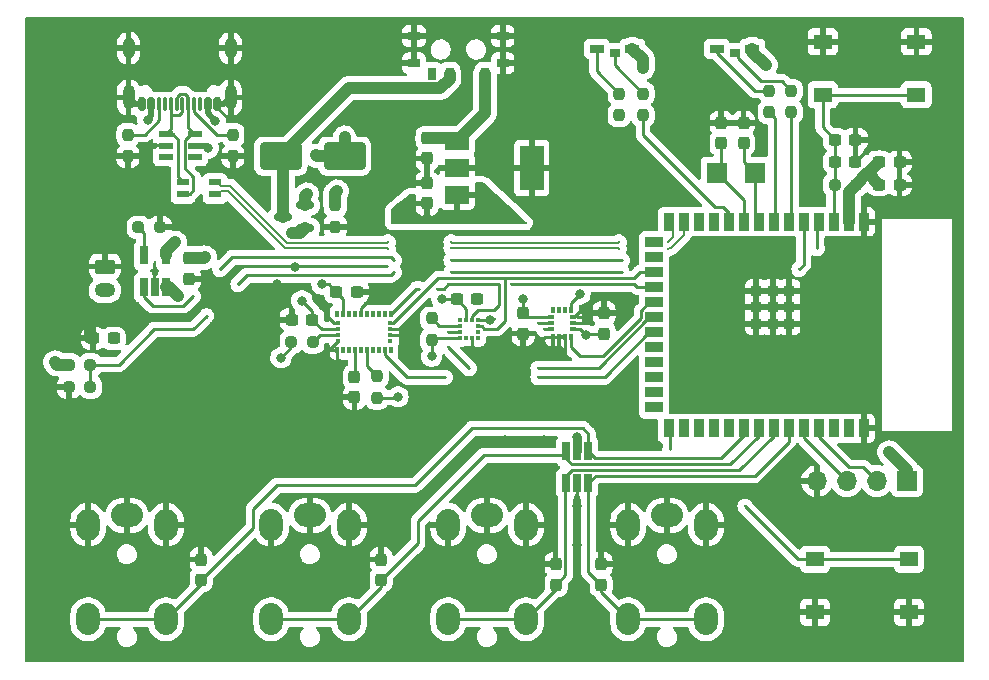
<source format=gbr>
%TF.GenerationSoftware,KiCad,Pcbnew,7.0.8*%
%TF.CreationDate,2023-12-05T20:52:06+01:00*%
%TF.ProjectId,HM_mainboard,484d5f6d-6169-46e6-926f-6172642e6b69,rev?*%
%TF.SameCoordinates,Original*%
%TF.FileFunction,Copper,L1,Top*%
%TF.FilePolarity,Positive*%
%FSLAX46Y46*%
G04 Gerber Fmt 4.6, Leading zero omitted, Abs format (unit mm)*
G04 Created by KiCad (PCBNEW 7.0.8) date 2023-12-05 20:52:06*
%MOMM*%
%LPD*%
G01*
G04 APERTURE LIST*
G04 Aperture macros list*
%AMRoundRect*
0 Rectangle with rounded corners*
0 $1 Rounding radius*
0 $2 $3 $4 $5 $6 $7 $8 $9 X,Y pos of 4 corners*
0 Add a 4 corners polygon primitive as box body*
4,1,4,$2,$3,$4,$5,$6,$7,$8,$9,$2,$3,0*
0 Add four circle primitives for the rounded corners*
1,1,$1+$1,$2,$3*
1,1,$1+$1,$4,$5*
1,1,$1+$1,$6,$7*
1,1,$1+$1,$8,$9*
0 Add four rect primitives between the rounded corners*
20,1,$1+$1,$2,$3,$4,$5,0*
20,1,$1+$1,$4,$5,$6,$7,0*
20,1,$1+$1,$6,$7,$8,$9,0*
20,1,$1+$1,$8,$9,$2,$3,0*%
G04 Aperture macros list end*
%TA.AperFunction,ComponentPad*%
%ADD10O,2.700000X2.000000*%
%TD*%
%TA.AperFunction,ComponentPad*%
%ADD11O,2.000000X2.700000*%
%TD*%
%TA.AperFunction,SMDPad,CuDef*%
%ADD12RoundRect,0.237500X0.237500X-0.300000X0.237500X0.300000X-0.237500X0.300000X-0.237500X-0.300000X0*%
%TD*%
%TA.AperFunction,SMDPad,CuDef*%
%ADD13RoundRect,0.237500X-0.237500X0.300000X-0.237500X-0.300000X0.237500X-0.300000X0.237500X0.300000X0*%
%TD*%
%TA.AperFunction,SMDPad,CuDef*%
%ADD14R,0.300000X0.600000*%
%TD*%
%TA.AperFunction,SMDPad,CuDef*%
%ADD15R,0.600000X0.300000*%
%TD*%
%TA.AperFunction,SMDPad,CuDef*%
%ADD16R,1.150000X0.600000*%
%TD*%
%TA.AperFunction,SMDPad,CuDef*%
%ADD17R,1.100000X0.600000*%
%TD*%
%TA.AperFunction,SMDPad,CuDef*%
%ADD18RoundRect,0.237500X0.237500X-0.250000X0.237500X0.250000X-0.237500X0.250000X-0.237500X-0.250000X0*%
%TD*%
%TA.AperFunction,ComponentPad*%
%ADD19O,1.000000X1.800000*%
%TD*%
%TA.AperFunction,ComponentPad*%
%ADD20O,1.000000X2.100000*%
%TD*%
%TA.AperFunction,SMDPad,CuDef*%
%ADD21RoundRect,0.150000X0.150000X0.425000X-0.150000X0.425000X-0.150000X-0.425000X0.150000X-0.425000X0*%
%TD*%
%TA.AperFunction,SMDPad,CuDef*%
%ADD22RoundRect,0.075000X0.075000X0.500000X-0.075000X0.500000X-0.075000X-0.500000X0.075000X-0.500000X0*%
%TD*%
%TA.AperFunction,SMDPad,CuDef*%
%ADD23R,0.900000X0.700000*%
%TD*%
%TA.AperFunction,SMDPad,CuDef*%
%ADD24R,1.200000X0.700000*%
%TD*%
%TA.AperFunction,SMDPad,CuDef*%
%ADD25R,0.650000X1.560000*%
%TD*%
%TA.AperFunction,SMDPad,CuDef*%
%ADD26RoundRect,0.237500X-0.237500X0.250000X-0.237500X-0.250000X0.237500X-0.250000X0.237500X0.250000X0*%
%TD*%
%TA.AperFunction,SMDPad,CuDef*%
%ADD27RoundRect,0.237500X0.250000X0.237500X-0.250000X0.237500X-0.250000X-0.237500X0.250000X-0.237500X0*%
%TD*%
%TA.AperFunction,SMDPad,CuDef*%
%ADD28R,0.304800X0.533400*%
%TD*%
%TA.AperFunction,SMDPad,CuDef*%
%ADD29R,0.431800X0.304800*%
%TD*%
%TA.AperFunction,SMDPad,CuDef*%
%ADD30RoundRect,0.035000X-0.165000X0.140000X-0.165000X-0.140000X0.165000X-0.140000X0.165000X0.140000X0*%
%TD*%
%TA.AperFunction,SMDPad,CuDef*%
%ADD31RoundRect,0.031500X-0.143500X0.168500X-0.143500X-0.168500X0.143500X-0.168500X0.143500X0.168500X0*%
%TD*%
%TA.AperFunction,ComponentPad*%
%ADD32RoundRect,0.250000X-0.625000X0.350000X-0.625000X-0.350000X0.625000X-0.350000X0.625000X0.350000X0*%
%TD*%
%TA.AperFunction,ComponentPad*%
%ADD33O,1.750000X1.200000*%
%TD*%
%TA.AperFunction,SMDPad,CuDef*%
%ADD34R,0.900000X1.500000*%
%TD*%
%TA.AperFunction,SMDPad,CuDef*%
%ADD35R,1.500000X0.900000*%
%TD*%
%TA.AperFunction,SMDPad,CuDef*%
%ADD36R,0.900000X0.900000*%
%TD*%
%TA.AperFunction,ComponentPad*%
%ADD37R,1.700000X1.700000*%
%TD*%
%TA.AperFunction,ComponentPad*%
%ADD38O,1.700000X1.700000*%
%TD*%
%TA.AperFunction,SMDPad,CuDef*%
%ADD39R,1.750000X1.800000*%
%TD*%
%TA.AperFunction,SMDPad,CuDef*%
%ADD40R,1.000000X0.800000*%
%TD*%
%TA.AperFunction,SMDPad,CuDef*%
%ADD41R,0.700000X1.000000*%
%TD*%
%TA.AperFunction,SMDPad,CuDef*%
%ADD42RoundRect,0.237500X-0.300000X-0.237500X0.300000X-0.237500X0.300000X0.237500X-0.300000X0.237500X0*%
%TD*%
%TA.AperFunction,SMDPad,CuDef*%
%ADD43R,1.550000X1.300000*%
%TD*%
%TA.AperFunction,SMDPad,CuDef*%
%ADD44RoundRect,0.250000X-1.500000X-0.900000X1.500000X-0.900000X1.500000X0.900000X-1.500000X0.900000X0*%
%TD*%
%TA.AperFunction,SMDPad,CuDef*%
%ADD45RoundRect,0.237500X0.300000X0.237500X-0.300000X0.237500X-0.300000X-0.237500X0.300000X-0.237500X0*%
%TD*%
%TA.AperFunction,SMDPad,CuDef*%
%ADD46RoundRect,0.150000X0.587500X0.150000X-0.587500X0.150000X-0.587500X-0.150000X0.587500X-0.150000X0*%
%TD*%
%TA.AperFunction,SMDPad,CuDef*%
%ADD47RoundRect,0.237500X-0.250000X-0.237500X0.250000X-0.237500X0.250000X0.237500X-0.250000X0.237500X0*%
%TD*%
%TA.AperFunction,SMDPad,CuDef*%
%ADD48R,2.000000X1.500000*%
%TD*%
%TA.AperFunction,SMDPad,CuDef*%
%ADD49R,2.000000X3.800000*%
%TD*%
%TA.AperFunction,ViaPad*%
%ADD50C,0.800000*%
%TD*%
%TA.AperFunction,ViaPad*%
%ADD51C,0.300000*%
%TD*%
%TA.AperFunction,Conductor*%
%ADD52C,0.250000*%
%TD*%
%TA.AperFunction,Conductor*%
%ADD53C,0.500000*%
%TD*%
%TA.AperFunction,Conductor*%
%ADD54C,0.200000*%
%TD*%
%TA.AperFunction,Conductor*%
%ADD55C,1.000000*%
%TD*%
%TA.AperFunction,Conductor*%
%ADD56C,0.750000*%
%TD*%
G04 APERTURE END LIST*
D10*
%TO.P,J7,1,1*%
%TO.N,GND*%
X125730000Y-115318000D03*
D11*
%TO.P,J7,2,2*%
X122430000Y-116118000D03*
%TO.P,J7,3,3*%
X129030000Y-116118000D03*
%TO.P,J7,4,4*%
%TO.N,/BTN_4*%
X129030000Y-124118000D03*
%TO.P,J7,5,5*%
X122430000Y-124118000D03*
%TD*%
D10*
%TO.P,J6,1,1*%
%TO.N,GND*%
X141224000Y-115318000D03*
D11*
%TO.P,J6,2,2*%
X137924000Y-116118000D03*
%TO.P,J6,3,3*%
X144524000Y-116118000D03*
%TO.P,J6,4,4*%
%TO.N,/BTN_3*%
X144524000Y-124118000D03*
%TO.P,J6,5,5*%
X137924000Y-124118000D03*
%TD*%
D10*
%TO.P,J5,1,1*%
%TO.N,GND*%
X156210000Y-115318000D03*
D11*
%TO.P,J5,2,2*%
X152910000Y-116118000D03*
%TO.P,J5,3,3*%
X159510000Y-116118000D03*
%TO.P,J5,4,4*%
%TO.N,/BTN_2*%
X159510000Y-124118000D03*
%TO.P,J5,5,5*%
X152910000Y-124118000D03*
%TD*%
D10*
%TO.P,J4,1,1*%
%TO.N,GND*%
X171450000Y-115318000D03*
D11*
%TO.P,J4,2,2*%
X168150000Y-116118000D03*
%TO.P,J4,3,3*%
X174750000Y-116118000D03*
%TO.P,J4,4,4*%
%TO.N,/BTN_1*%
X174750000Y-124118000D03*
%TO.P,J4,5,5*%
X168150000Y-124118000D03*
%TD*%
D12*
%TO.P,C16,1*%
%TO.N,3.3V*%
X166116000Y-99922500D03*
%TO.P,C16,2*%
%TO.N,GND*%
X166116000Y-98197500D03*
%TD*%
D13*
%TO.P,C15,1*%
%TO.N,3.3V*%
X159258000Y-98197500D03*
%TO.P,C15,2*%
%TO.N,GND*%
X159258000Y-99922500D03*
%TD*%
D14*
%TO.P,AC1,1,SDO/SA0*%
%TO.N,GND*%
X161810000Y-100210000D03*
%TO.P,AC1,2,SDX*%
X162310000Y-100210000D03*
%TO.P,AC1,3,SCX*%
X162810000Y-100210000D03*
%TO.P,AC1,4,INT1*%
%TO.N,/LSM6DS_INT*%
X163310000Y-100210000D03*
D15*
%TO.P,AC1,5,VDDIO*%
%TO.N,3.3V*%
X163460000Y-99560000D03*
%TO.P,AC1,6,GND_1*%
%TO.N,GND*%
X163460000Y-99060000D03*
%TO.P,AC1,7,GND_2*%
X163460000Y-98560000D03*
D14*
%TO.P,AC1,8,VDD*%
%TO.N,3.3V*%
X163310000Y-97910000D03*
%TO.P,AC1,9,INT2*%
%TO.N,unconnected-(AC1-INT2-Pad9)*%
X162810000Y-97910000D03*
%TO.P,AC1,10,OCS_AUX*%
%TO.N,unconnected-(AC1-OCS_AUX-Pad10)*%
X162310000Y-97910000D03*
%TO.P,AC1,11,SDO_AUX*%
%TO.N,unconnected-(AC1-SDO_AUX-Pad11)*%
X161810000Y-97910000D03*
D15*
%TO.P,AC1,12,CS*%
%TO.N,3.3V*%
X161660000Y-98560000D03*
%TO.P,AC1,13,SCL*%
%TO.N,/I2C_SCL*%
X161660000Y-99060000D03*
%TO.P,AC1,14,SDA*%
%TO.N,/I2C_SDA*%
X161660000Y-99560000D03*
%TD*%
D16*
%TO.P,D2,6,I/O*%
%TO.N,Net-(D2-I{slash}O-Pad6)*%
X131505000Y-83065000D03*
%TO.P,D2,5,VDD*%
%TO.N,V_USB*%
X131505000Y-84015000D03*
%TO.P,D2,4,I/O*%
%TO.N,unconnected-(D2-I{slash}O-Pad4)*%
X131505000Y-84965000D03*
%TO.P,D2,3,I/O*%
%TO.N,unconnected-(D2-I{slash}O-Pad3)*%
X129005000Y-84965000D03*
%TO.P,D2,2,GND*%
%TO.N,GND*%
X129005000Y-84015000D03*
%TO.P,D2,1,I/O*%
%TO.N,Net-(D2-I{slash}O-Pad1)*%
X129005000Y-83065000D03*
%TD*%
D17*
%TO.P,FL1,4,4*%
%TO.N,Net-(D2-I{slash}O-Pad1)*%
X130476000Y-87130000D03*
%TO.P,FL1,3,3*%
%TO.N,/Microcontroller - ESP32-S3-WROOM/USB_C_D+*%
X133176000Y-87130000D03*
%TO.P,FL1,2,2*%
%TO.N,/Microcontroller - ESP32-S3-WROOM/USB_C_D-*%
X133176000Y-88130000D03*
%TO.P,FL1,1,1*%
%TO.N,Net-(D2-I{slash}O-Pad6)*%
X130476000Y-88130000D03*
%TD*%
D18*
%TO.P,R5,2,2*%
%TO.N,Net-(J2-CC1)*%
X134700000Y-83102500D03*
%TO.P,R5,1,1*%
%TO.N,GND*%
X134700000Y-84927500D03*
%TD*%
D19*
%TO.P,J2,S1,SHIELD*%
%TO.N,GND*%
X125855000Y-75760000D03*
D20*
X125855000Y-79940000D03*
D19*
X134495000Y-75760000D03*
D20*
X134495000Y-79940000D03*
D21*
%TO.P,J2,B12,GND*%
X133375000Y-80515000D03*
%TO.P,J2,B9,VBUS*%
%TO.N,V_USB*%
X132575000Y-80515000D03*
D22*
%TO.P,J2,B8,SBU2*%
%TO.N,unconnected-(J2-SBU2-PadB8)*%
X131925000Y-80515000D03*
%TO.P,J2,B7,D-*%
%TO.N,Net-(D2-I{slash}O-Pad6)*%
X130925000Y-80515000D03*
%TO.P,J2,B6,D+*%
%TO.N,Net-(D2-I{slash}O-Pad1)*%
X129425000Y-80515000D03*
%TO.P,J2,B5,CC2*%
%TO.N,Net-(J2-CC2)*%
X128425000Y-80515000D03*
D21*
%TO.P,J2,B4,VBUS*%
%TO.N,V_USB*%
X127775000Y-80515000D03*
%TO.P,J2,B1,GND*%
%TO.N,GND*%
X126975000Y-80515000D03*
%TO.P,J2,A12,GND*%
X126975000Y-80515000D03*
%TO.P,J2,A9,VBUS*%
%TO.N,V_USB*%
X127775000Y-80515000D03*
D22*
%TO.P,J2,A8,SBU1*%
%TO.N,unconnected-(J2-SBU1-PadA8)*%
X128925000Y-80515000D03*
%TO.P,J2,A7,D-*%
%TO.N,Net-(D2-I{slash}O-Pad6)*%
X129925000Y-80515000D03*
%TO.P,J2,A6,D+*%
%TO.N,Net-(D2-I{slash}O-Pad1)*%
X130425000Y-80515000D03*
%TO.P,J2,A5,CC1*%
%TO.N,Net-(J2-CC1)*%
X131425000Y-80515000D03*
D21*
%TO.P,J2,A4,VBUS*%
%TO.N,V_USB*%
X132575000Y-80515000D03*
%TO.P,J2,A1,GND*%
%TO.N,GND*%
X133375000Y-80515000D03*
%TD*%
D18*
%TO.P,R6,2,2*%
%TO.N,Net-(J2-CC2)*%
X125810000Y-83102500D03*
%TO.P,R6,1,1*%
%TO.N,GND*%
X125810000Y-84927500D03*
%TD*%
%TO.P,R11,1,1*%
%TO.N,/LED_DEV_R*%
X169418000Y-81430500D03*
%TO.P,R11,2,2*%
%TO.N,Net-(D4-K1)*%
X169418000Y-79605500D03*
%TD*%
%TO.P,R10,1,1*%
%TO.N,/LED_DEV_G*%
X167386000Y-81430500D03*
%TO.P,R10,2,2*%
%TO.N,Net-(D4-K2)*%
X167386000Y-79605500D03*
%TD*%
D23*
%TO.P,D4,1,K1*%
%TO.N,Net-(D4-K1)*%
X167005000Y-76200000D03*
D24*
%TO.P,D4,2,A*%
%TO.N,3.3V*%
X168505000Y-75800000D03*
%TO.P,D4,3,K2*%
%TO.N,Net-(D4-K2)*%
X165505000Y-75800000D03*
%TD*%
D25*
%TO.P,U4,1,I/O1*%
%TO.N,/BTN_2*%
X162880000Y-112602000D03*
%TO.P,U4,2,GND*%
%TO.N,GND*%
X163830000Y-112602000D03*
%TO.P,U4,3,I/O2*%
%TO.N,/BTN_1*%
X164780000Y-112602000D03*
%TO.P,U4,4,I/O3*%
%TO.N,/BTN_4*%
X164780000Y-109902000D03*
%TO.P,U4,5,VBUS*%
%TO.N,3.3V*%
X163830000Y-109902000D03*
%TO.P,U4,6,I/O4*%
%TO.N,/BTN_3*%
X162880000Y-109902000D03*
%TD*%
D26*
%TO.P,R14,1,1*%
%TO.N,Net-(U6-NRESET)*%
X146892474Y-103547225D03*
%TO.P,R14,2,2*%
%TO.N,3.3V*%
X146892474Y-105372225D03*
%TD*%
D27*
%TO.P,R13,1,1*%
%TO.N,Net-(U6-NBOOT_LOAD_PIN)*%
X141454974Y-100649725D03*
%TO.P,R13,2,2*%
%TO.N,3.3V*%
X139629974Y-100649725D03*
%TD*%
D18*
%TO.P,R12,2,2*%
%TO.N,Net-(U5-INTA)*%
X151523000Y-98642500D03*
%TO.P,R12,1,1*%
%TO.N,3.3V*%
X151523000Y-100467500D03*
%TD*%
%TO.P,R8,2,2*%
%TO.N,Net-(D3-K2)*%
X180086000Y-79351500D03*
%TO.P,R8,1,1*%
%TO.N,/LED_BAT_G*%
X180086000Y-81176500D03*
%TD*%
D28*
%TO.P,U6,1,NC*%
%TO.N,unconnected-(U6-NC-Pad1)*%
X143546001Y-98285300D03*
D29*
%TO.P,U6,2,GND*%
%TO.N,GND*%
X143560800Y-99071999D03*
%TO.P,U6,3,VDD*%
%TO.N,3.3V*%
X143560800Y-99572000D03*
%TO.P,U6,4,NBOOT_LOAD_PIN*%
%TO.N,Net-(U6-NBOOT_LOAD_PIN)*%
X143560800Y-100072000D03*
%TO.P,U6,5,PS1*%
%TO.N,GND*%
X143560800Y-100572001D03*
D28*
%TO.P,U6,6,PS0*%
X143546001Y-101358700D03*
%TO.P,U6,7,SWDIO*%
%TO.N,unconnected-(U6-SWDIO-Pad7)*%
X144046001Y-101358700D03*
%TO.P,U6,8,SWCLK*%
%TO.N,unconnected-(U6-SWCLK-Pad8)*%
X144546000Y-101358700D03*
%TO.P,U6,9,CAP*%
%TO.N,Net-(U6-CAP)*%
X145045999Y-101358700D03*
%TO.P,U6,10,BL_IND*%
%TO.N,unconnected-(U6-BL_IND-Pad10)*%
X145546000Y-101358700D03*
%TO.P,U6,11,NRESET*%
%TO.N,Net-(U6-NRESET)*%
X146046000Y-101358700D03*
%TO.P,U6,12,NC*%
%TO.N,unconnected-(U6-NC-Pad12)*%
X146546001Y-101358700D03*
%TO.P,U6,13,NC*%
%TO.N,unconnected-(U6-NC-Pad13)*%
X147046000Y-101358700D03*
%TO.P,U6,14,INT*%
%TO.N,/BNO55_INT*%
X147545999Y-101358700D03*
%TO.P,U6,15,NC*%
%TO.N,unconnected-(U6-NC-Pad15)*%
X148045999Y-101358700D03*
D29*
%TO.P,U6,16,NC*%
%TO.N,unconnected-(U6-NC-Pad16)*%
X148031200Y-100572001D03*
%TO.P,U6,17,COM3*%
%TO.N,GND*%
X148031200Y-100072000D03*
%TO.P,U6,18,COM2*%
X148031200Y-99572000D03*
%TO.P,U6,19,COM1*%
%TO.N,/I2C_SCL*%
X148031200Y-99071999D03*
D28*
%TO.P,U6,20,COM0*%
%TO.N,/I2C_SDA*%
X148045999Y-98285300D03*
%TO.P,U6,21,NC*%
%TO.N,unconnected-(U6-NC-Pad21)*%
X147545999Y-98285300D03*
%TO.P,U6,22,NC*%
%TO.N,unconnected-(U6-NC-Pad22)*%
X147046000Y-98285300D03*
%TO.P,U6,23,NC*%
%TO.N,unconnected-(U6-NC-Pad23)*%
X146546001Y-98285300D03*
%TO.P,U6,24,NC*%
%TO.N,unconnected-(U6-NC-Pad24)*%
X146046000Y-98285300D03*
%TO.P,U6,25,GNDIO*%
%TO.N,GND*%
X145546000Y-98285300D03*
%TO.P,U6,26,XOUT32*%
%TO.N,unconnected-(U6-XOUT32-Pad26)*%
X145045999Y-98285300D03*
%TO.P,U6,27,XIN32*%
%TO.N,unconnected-(U6-XIN32-Pad27)*%
X144546000Y-98285300D03*
%TO.P,U6,28,VDDIO*%
%TO.N,3.3V*%
X144046001Y-98285300D03*
%TD*%
D30*
%TO.P,U5,12,SCL*%
%TO.N,/I2C_SCL*%
X155463000Y-99305000D03*
%TO.P,U5,11,NC*%
%TO.N,unconnected-(U5-NC-Pad11)*%
X155463000Y-99805000D03*
D31*
%TO.P,U5,10,PM*%
%TO.N,unconnected-(U5-PM-Pad10)*%
X155448000Y-100330000D03*
%TO.P,U5,9,GND*%
%TO.N,GND*%
X154948000Y-100320000D03*
%TO.P,U5,8,TM*%
%TO.N,unconnected-(U5-TM-Pad8)*%
X154448000Y-100320000D03*
%TO.P,U5,7,VDDM*%
%TO.N,3.3V*%
X153948000Y-100330000D03*
D30*
%TO.P,U5,6,INTM*%
%TO.N,/MC6470_INT*%
X153933000Y-99805000D03*
%TO.P,U5,5,INTA*%
%TO.N,Net-(U5-INTA)*%
X153933000Y-99305000D03*
D31*
%TO.P,U5,4,NC*%
%TO.N,unconnected-(U5-NC-Pad4)*%
X153948000Y-98780000D03*
%TO.P,U5,3,VDDIO*%
%TO.N,3.3V*%
X154448000Y-98790000D03*
%TO.P,U5,2,SDA*%
%TO.N,/I2C_SDA*%
X154948000Y-98790000D03*
%TO.P,U5,1,A5*%
%TO.N,GND*%
X155448000Y-98780000D03*
%TD*%
D18*
%TO.P,R9,2,2*%
%TO.N,Net-(D3-K1)*%
X181961000Y-79351500D03*
%TO.P,R9,1,1*%
%TO.N,/LED_BAT_R*%
X181961000Y-81176500D03*
%TD*%
D13*
%TO.P,C6,1*%
%TO.N,GND*%
X176022000Y-82095000D03*
%TO.P,C6,2*%
%TO.N,Net-(U3-GPIO16{slash}U0CTS{slash}ADC2_CH5{slash}XTAL_32K_N)*%
X176022000Y-83820000D03*
%TD*%
D32*
%TO.P,J1,1,Pin_1*%
%TO.N,GND*%
X123862000Y-94250000D03*
D33*
%TO.P,J1,2,Pin_2*%
%TO.N,V_BATT*%
X123862000Y-96250000D03*
%TD*%
D34*
%TO.P,U3,1,GND*%
%TO.N,GND*%
X188110000Y-90450000D03*
%TO.P,U3,2,3V3*%
%TO.N,3.3V*%
X186840000Y-90450000D03*
%TO.P,U3,3,EN*%
%TO.N,/Microcontroller - ESP32-S3-WROOM/EN*%
X185570000Y-90450000D03*
%TO.P,U3,4,GPIO4/TOUCH4/ADC1_CH3*%
%TO.N,/BATT_CHARGING_STATUS*%
X184300000Y-90450000D03*
%TO.P,U3,5,GPIO5/TOUCH5/ADC1_CH4*%
%TO.N,/V_BATT_MEASURE*%
X183030000Y-90450000D03*
%TO.P,U3,6,GPIO6/TOUCH6/ADC1_CH5*%
%TO.N,/LED_BAT_R*%
X181760000Y-90450000D03*
%TO.P,U3,7,GPIO7/TOUCH7/ADC1_CH6*%
%TO.N,/LED_BAT_G*%
X180490000Y-90450000D03*
%TO.P,U3,8,GPIO15/U0RTS/ADC2_CH4/XTAL_32K_P*%
%TO.N,Net-(U3-GPIO15{slash}U0RTS{slash}ADC2_CH4{slash}XTAL_32K_P)*%
X179220000Y-90450000D03*
%TO.P,U3,9,GPIO16/U0CTS/ADC2_CH5/XTAL_32K_N*%
%TO.N,Net-(U3-GPIO16{slash}U0CTS{slash}ADC2_CH5{slash}XTAL_32K_N)*%
X177950000Y-90450000D03*
%TO.P,U3,10,GPIO17/U1TXD/ADC2_CH6*%
%TO.N,/LED_DEV_R*%
X176680000Y-90450000D03*
%TO.P,U3,11,GPIO18/U1RXD/ADC2_CH7/CLK_OUT3*%
%TO.N,/LED_DEV_G*%
X175410000Y-90450000D03*
%TO.P,U3,12,GPIO8/TOUCH8/ADC1_CH7/SUBSPICS1*%
%TO.N,/Microcontroller - ESP32-S3-WROOM/GPIO_8*%
X174140000Y-90450000D03*
%TO.P,U3,13,GPIO19/U1RTS/ADC2_CH8/CLK_OUT2/USB_D-*%
%TO.N,/Microcontroller - ESP32-S3-WROOM/USB_C_D-*%
X172870000Y-90450000D03*
%TO.P,U3,14,GPIO20/U1CTS/ADC2_CH9/CLK_OUT1/USB_D+*%
%TO.N,/Microcontroller - ESP32-S3-WROOM/USB_C_D+*%
X171600000Y-90450000D03*
D35*
%TO.P,U3,15,GPIO3/TOUCH3/ADC1_CH2*%
%TO.N,/Microcontroller - ESP32-S3-WROOM/GPIO_3*%
X170350000Y-92215000D03*
%TO.P,U3,16,GPIO46*%
%TO.N,/Microcontroller - ESP32-S3-WROOM/GPIO_46*%
X170350000Y-93485000D03*
%TO.P,U3,17,GPIO9/TOUCH9/ADC1_CH8/FSPIHD/SUBSPIHD*%
%TO.N,/I2C_SCL*%
X170350000Y-94755000D03*
%TO.P,U3,18,GPIO10/TOUCH10/ADC1_CH9/FSPICS0/FSPIIO4/SUBSPICS0*%
%TO.N,/I2C_SDA*%
X170350000Y-96025000D03*
%TO.P,U3,19,GPIO11/TOUCH11/ADC2_CH0/FSPID/FSPIIO5/SUBSPID*%
%TO.N,/LSM6DS_INT*%
X170350000Y-97295000D03*
%TO.P,U3,20,GPIO12/TOUCH12/ADC2_CH1/FSPICLK/FSPIIO6/SUBSPICLK*%
%TO.N,/MC6470_INT*%
X170350000Y-98565000D03*
%TO.P,U3,21,GPIO13/TOUCH13/ADC2_CH2/FSPIQ/FSPIIO7/SUBSPIQ*%
%TO.N,/BNO55_INT*%
X170350000Y-99835000D03*
%TO.P,U3,22,GPIO14/TOUCH14/ADC2_CH3/FSPIWP/FSPIDQS/SUBSPIWP*%
%TO.N,/Microcontroller - ESP32-S3-WROOM/GPIO_14*%
X170350000Y-101105000D03*
%TO.P,U3,23,GPIO21*%
%TO.N,/Microcontroller - ESP32-S3-WROOM/GPIO_21*%
X170350000Y-102375000D03*
%TO.P,U3,24,GPIO47/SPICLK_P/SUBSPICLK_P_DIFF*%
%TO.N,/Microcontroller - ESP32-S3-WROOM/GPIO_47*%
X170350000Y-103645000D03*
%TO.P,U3,25,GPIO48/SPICLK_N/SUBSPICLK_N_DIFF*%
%TO.N,/Microcontroller - ESP32-S3-WROOM/GPIO_48*%
X170350000Y-104915000D03*
%TO.P,U3,26,GPIO45*%
%TO.N,/Microcontroller - ESP32-S3-WROOM/GPIO_45*%
X170350000Y-106185000D03*
D34*
%TO.P,U3,27,GPIO0/BOOT*%
%TO.N,/Microcontroller - ESP32-S3-WROOM/BOOT*%
X171600000Y-107950000D03*
%TO.P,U3,28,SPIIO6/GPIO35/FSPID/SUBSPID*%
%TO.N,/Microcontroller - ESP32-S3-WROOM/GPIO_35*%
X172870000Y-107950000D03*
%TO.P,U3,29,SPIIO7/GPIO36/FSPICLK/SUBSPICLK*%
%TO.N,/Microcontroller - ESP32-S3-WROOM/GPIO_36*%
X174140000Y-107950000D03*
%TO.P,U3,30,SPIDQS/GPIO37/FSPIQ/SUBSPIQ*%
%TO.N,/Microcontroller - ESP32-S3-WROOM/GPIO_37*%
X175410000Y-107950000D03*
%TO.P,U3,31,GPIO38/FSPIWP/SUBSPIWP*%
%TO.N,/Microcontroller - ESP32-S3-WROOM/GPIO_38*%
X176680000Y-107950000D03*
%TO.P,U3,32,MTCK/GPIO39/CLK_OUT3/SUBSPICS1*%
%TO.N,/BTN_4*%
X177950000Y-107950000D03*
%TO.P,U3,33,MTDO/GPIO40/CLK_OUT2*%
%TO.N,/BTN_3*%
X179220000Y-107950000D03*
%TO.P,U3,34,MTDI/GPIO41/CLK_OUT1*%
%TO.N,/BTN_2*%
X180490000Y-107950000D03*
%TO.P,U3,35,MTMS/GPIO42*%
%TO.N,/BTN_1*%
X181760000Y-107950000D03*
%TO.P,U3,36,U0RXD/GPIO44/CLK_OUT2*%
%TO.N,/Microcontroller - ESP32-S3-WROOM/UART_RXD*%
X183030000Y-107950000D03*
%TO.P,U3,37,U0TXD/GPIO43/CLK_OUT1*%
%TO.N,/Microcontroller - ESP32-S3-WROOM/UART_TXD*%
X184300000Y-107950000D03*
%TO.P,U3,38,GPIO2/TOUCH2/ADC1_CH1*%
%TO.N,/Microcontroller - ESP32-S3-WROOM/GPIO_2*%
X185570000Y-107950000D03*
%TO.P,U3,39,GPIO1/TOUCH1/ADC1_CH0*%
%TO.N,/Microcontroller - ESP32-S3-WROOM/GPIO_1*%
X186840000Y-107950000D03*
%TO.P,U3,40,GND*%
%TO.N,GND*%
X188110000Y-107950000D03*
D36*
%TO.P,U3,41,GND*%
X181790000Y-96300000D03*
X180390000Y-96300000D03*
X178990000Y-96300000D03*
X178990000Y-96300000D03*
X181790000Y-97700000D03*
X181790000Y-97700000D03*
X180390000Y-97700000D03*
X178990000Y-97700000D03*
X181790000Y-99100000D03*
X180390000Y-99100000D03*
X178990000Y-99100000D03*
%TD*%
D37*
%TO.P,J3,1,Pin_1*%
%TO.N,3.3V*%
X191760000Y-112395000D03*
D38*
%TO.P,J3,2,Pin_2*%
%TO.N,/Microcontroller - ESP32-S3-WROOM/UART_TXD*%
X189220000Y-112395000D03*
%TO.P,J3,3,Pin_3*%
%TO.N,/Microcontroller - ESP32-S3-WROOM/UART_RXD*%
X186680000Y-112395000D03*
%TO.P,J3,4,Pin_4*%
%TO.N,GND*%
X184140000Y-112395000D03*
%TD*%
D39*
%TO.P,Y1,1,1*%
%TO.N,Net-(U3-GPIO16{slash}U0CTS{slash}ADC2_CH5{slash}XTAL_32K_N)*%
X175667000Y-86360000D03*
%TO.P,Y1,2,2*%
%TO.N,Net-(U3-GPIO15{slash}U0RTS{slash}ADC2_CH4{slash}XTAL_32K_P)*%
X178917000Y-86360000D03*
%TD*%
D12*
%TO.P,C3,1*%
%TO.N,3.3V*%
X151130000Y-88915000D03*
%TO.P,C3,2*%
%TO.N,GND*%
X151130000Y-87190000D03*
%TD*%
D40*
%TO.P,S3,MP4,MP4*%
%TO.N,GND*%
X157535000Y-74730000D03*
%TO.P,S3,MP3,MP3*%
X150035000Y-74730000D03*
%TO.P,S3,MP2,MP2*%
X150035000Y-77030000D03*
%TO.P,S3,MP1,MP1*%
X157535000Y-77030000D03*
D41*
%TO.P,S3,3,3*%
%TO.N,unconnected-(S3-Pad3)*%
X151535000Y-77930000D03*
%TO.P,S3,2,2*%
%TO.N,/Battery_and_Power_Managment/V_PWR_SWITCH*%
X153035000Y-77930000D03*
%TO.P,S3,1,1*%
%TO.N,/Battery_and_Power_Managment/V_IN*%
X156035000Y-77930000D03*
%TD*%
D42*
%TO.P,C17,2*%
%TO.N,GND*%
X155385500Y-97028000D03*
%TO.P,C17,1*%
%TO.N,3.3V*%
X153660500Y-97028000D03*
%TD*%
D43*
%TO.P,S2,1,1*%
%TO.N,GND*%
X184620000Y-75220000D03*
X192570000Y-75220000D03*
%TO.P,S2,2,2*%
%TO.N,/Microcontroller - ESP32-S3-WROOM/EN*%
X184620000Y-79720000D03*
X192570000Y-79720000D03*
%TD*%
D18*
%TO.P,R1,1,1*%
%TO.N,GND*%
X143353000Y-90892500D03*
%TO.P,R1,2,2*%
%TO.N,V_USB*%
X143353000Y-89067500D03*
%TD*%
D27*
%TO.P,R2,1,1*%
%TO.N,GND*%
X128524000Y-90932000D03*
%TO.P,R2,2,2*%
%TO.N,Net-(U1-PROG)*%
X126699000Y-90932000D03*
%TD*%
D44*
%TO.P,D1,1,C*%
%TO.N,/Battery_and_Power_Managment/V_PWR_SWITCH*%
X138748000Y-84900000D03*
%TO.P,D1,2,A*%
%TO.N,V_USB*%
X144148000Y-84900000D03*
%TD*%
D45*
%TO.P,C1,1*%
%TO.N,V_BATT*%
X124587000Y-100330000D03*
%TO.P,C1,2*%
%TO.N,GND*%
X122862000Y-100330000D03*
%TD*%
%TO.P,C10,1*%
%TO.N,GND*%
X187405000Y-85410000D03*
%TO.P,C10,2*%
%TO.N,/Microcontroller - ESP32-S3-WROOM/EN*%
X185680000Y-85410000D03*
%TD*%
D25*
%TO.P,U1,1,STAT*%
%TO.N,/BATT_CHARGING_STATUS*%
X127132000Y-96012000D03*
%TO.P,U1,2,V_{SS}*%
%TO.N,GND*%
X128082000Y-96012000D03*
%TO.P,U1,3,V_{BAT}*%
%TO.N,V_BATT*%
X129032000Y-96012000D03*
%TO.P,U1,4,V_{DD}*%
%TO.N,V_USB*%
X129032000Y-93312000D03*
%TO.P,U1,5,PROG*%
%TO.N,Net-(U1-PROG)*%
X127132000Y-93312000D03*
%TD*%
D45*
%TO.P,C8,1*%
%TO.N,GND*%
X191135000Y-87315000D03*
%TO.P,C8,2*%
%TO.N,3.3V*%
X189410000Y-87315000D03*
%TD*%
%TO.P,C9,1*%
%TO.N,GND*%
X187405000Y-83505000D03*
%TO.P,C9,2*%
%TO.N,/Microcontroller - ESP32-S3-WROOM/EN*%
X185680000Y-83505000D03*
%TD*%
D12*
%TO.P,C13,1*%
%TO.N,/BTN_3*%
X147240000Y-120785000D03*
%TO.P,C13,2*%
%TO.N,GND*%
X147240000Y-119060000D03*
%TD*%
D13*
%TO.P,C4,1*%
%TO.N,V_USB*%
X131003000Y-93545500D03*
%TO.P,C4,2*%
%TO.N,GND*%
X131003000Y-95270500D03*
%TD*%
D42*
%TO.P,C20,1*%
%TO.N,3.3V*%
X143455999Y-96398700D03*
%TO.P,C20,2*%
%TO.N,GND*%
X145180999Y-96398700D03*
%TD*%
D46*
%TO.P,Q1,1,D*%
%TO.N,V_BATT*%
X140813000Y-90980000D03*
%TO.P,Q1,2,G*%
%TO.N,V_USB*%
X140813000Y-89080000D03*
%TO.P,Q1,3,S*%
%TO.N,/Battery_and_Power_Managment/V_PWR_SWITCH*%
X138938000Y-90030000D03*
%TD*%
D12*
%TO.P,C11,1*%
%TO.N,/BTN_1*%
X165862000Y-121192500D03*
%TO.P,C11,2*%
%TO.N,GND*%
X165862000Y-119467500D03*
%TD*%
D27*
%TO.P,R3,1,1*%
%TO.N,/V_BATT_MEASURE*%
X122635000Y-102555000D03*
%TO.P,R3,2,2*%
%TO.N,V_BATT*%
X120810000Y-102555000D03*
%TD*%
D45*
%TO.P,C18,1*%
%TO.N,3.3V*%
X141404974Y-98744725D03*
%TO.P,C18,2*%
%TO.N,GND*%
X139679974Y-98744725D03*
%TD*%
D47*
%TO.P,R7,1,1*%
%TO.N,/Microcontroller - ESP32-S3-WROOM/EN*%
X185630000Y-87315000D03*
%TO.P,R7,2,2*%
%TO.N,3.3V*%
X187455000Y-87315000D03*
%TD*%
D24*
%TO.P,D3,3,K2*%
%TO.N,Net-(D3-K2)*%
X175665000Y-75800000D03*
%TO.P,D3,2,A*%
%TO.N,3.3V*%
X178665000Y-75800000D03*
D23*
%TO.P,D3,1,K1*%
%TO.N,Net-(D3-K1)*%
X177165000Y-76200000D03*
%TD*%
D48*
%TO.P,U2,1,VI*%
%TO.N,/Battery_and_Power_Managment/V_IN*%
X153695000Y-83620000D03*
%TO.P,U2,2,GND*%
%TO.N,GND*%
X153695000Y-85920000D03*
D49*
X159995000Y-85920000D03*
D48*
%TO.P,U2,3,VO*%
%TO.N,3.3V*%
X153695000Y-88220000D03*
%TD*%
D12*
%TO.P,C12,1*%
%TO.N,/BTN_2*%
X162052000Y-121192500D03*
%TO.P,C12,2*%
%TO.N,GND*%
X162052000Y-119467500D03*
%TD*%
D43*
%TO.P,S1,1,1*%
%TO.N,GND*%
X191935000Y-123535000D03*
X183985000Y-123535000D03*
%TO.P,S1,2,2*%
%TO.N,/Microcontroller - ESP32-S3-WROOM/BOOT*%
X191935000Y-119035000D03*
X183985000Y-119035000D03*
%TD*%
D47*
%TO.P,R4,1,1*%
%TO.N,GND*%
X120810000Y-104460000D03*
%TO.P,R4,2,2*%
%TO.N,/V_BATT_MEASURE*%
X122635000Y-104460000D03*
%TD*%
D45*
%TO.P,C7,1*%
%TO.N,GND*%
X191135000Y-85410000D03*
%TO.P,C7,2*%
%TO.N,3.3V*%
X189410000Y-85410000D03*
%TD*%
D13*
%TO.P,C5,1*%
%TO.N,GND*%
X177927000Y-82095000D03*
%TO.P,C5,2*%
%TO.N,Net-(U3-GPIO15{slash}U0RTS{slash}ADC2_CH4{slash}XTAL_32K_P)*%
X177927000Y-83820000D03*
%TD*%
%TO.P,C2,1*%
%TO.N,/Battery_and_Power_Managment/V_IN*%
X151130000Y-83380000D03*
%TO.P,C2,2*%
%TO.N,GND*%
X151130000Y-85105000D03*
%TD*%
D12*
%TO.P,C14,1*%
%TO.N,/BTN_4*%
X132000000Y-120785000D03*
%TO.P,C14,2*%
%TO.N,GND*%
X132000000Y-119060000D03*
%TD*%
%TO.P,C19,1*%
%TO.N,GND*%
X144987474Y-105322225D03*
%TO.P,C19,2*%
%TO.N,Net-(U6-CAP)*%
X144987474Y-103597225D03*
%TD*%
D50*
%TO.N,GND*%
X156972000Y-100584000D03*
X156464000Y-98791382D03*
X164084000Y-125476000D03*
X163830000Y-121666000D03*
X163830000Y-117856000D03*
X163830000Y-114554000D03*
X179324000Y-83312000D03*
X193294000Y-115824000D03*
X187960000Y-115824000D03*
X178308000Y-123444000D03*
X178054000Y-119380000D03*
X132842000Y-114554000D03*
X132588000Y-109474000D03*
X126492000Y-109982000D03*
X189992000Y-89154000D03*
X170434000Y-86868000D03*
X167640000Y-86868000D03*
X165100000Y-87630000D03*
X162560000Y-87630000D03*
X166878000Y-83058000D03*
X164084000Y-83312000D03*
X162560000Y-84582000D03*
X164338000Y-78994000D03*
X161798000Y-79248000D03*
X159766000Y-80772000D03*
X158242000Y-82804000D03*
X156210000Y-84836000D03*
X148336000Y-84328000D03*
X153670000Y-81026000D03*
X147066000Y-81280000D03*
X131572000Y-77216000D03*
X129032000Y-77216000D03*
X121920000Y-79248000D03*
X121666000Y-85598000D03*
X146304000Y-77216000D03*
X141224000Y-78232000D03*
X137922000Y-77978000D03*
X125984000Y-88138000D03*
X122428000Y-90932000D03*
X119380000Y-90932000D03*
X121666000Y-106426000D03*
X118110000Y-100330000D03*
X118110000Y-103378000D03*
X137160000Y-96774000D03*
X135890000Y-98552000D03*
X132080000Y-101600000D03*
X129286000Y-103886000D03*
X124968000Y-104648000D03*
D51*
%TO.N,/BATT_CHARGING_STATUS*%
X133604000Y-94488000D03*
X131318000Y-96774000D03*
%TO.N,/V_BATT_MEASURE*%
X135128000Y-95758000D03*
X132461000Y-98425000D03*
D50*
%TO.N,GND*%
X135890000Y-100584000D03*
X135890000Y-104394000D03*
X138938000Y-107696000D03*
X143764000Y-107696000D03*
X148082000Y-107696000D03*
X152400000Y-107696000D03*
X167640000Y-90932000D03*
X164846000Y-91186000D03*
X162560000Y-91186000D03*
X167894000Y-97282000D03*
D51*
%TO.N,/BNO55_INT*%
X160528000Y-103632000D03*
X152654000Y-103632000D03*
%TO.N,/MC6470_INT*%
X160528000Y-102870000D03*
X154686000Y-102870000D03*
D50*
%TO.N,GND*%
X151130000Y-113538000D03*
X154178000Y-110490000D03*
X157734000Y-108966000D03*
X161036000Y-108966000D03*
X168148000Y-108458000D03*
X166370000Y-108458000D03*
X182880000Y-116586000D03*
X166370000Y-117094000D03*
X167386000Y-113284000D03*
X173228000Y-113284000D03*
X125476000Y-122174000D03*
X141224000Y-122428000D03*
X156210000Y-122174000D03*
X171196000Y-122174000D03*
X188214000Y-121920000D03*
X179578000Y-113284000D03*
X182372000Y-110490000D03*
X187452000Y-109982000D03*
X192532000Y-109728000D03*
X188722000Y-105664000D03*
X186182000Y-103632000D03*
X181610000Y-103632000D03*
X177292000Y-103632000D03*
X172466000Y-103632000D03*
X172466000Y-99822000D03*
X172466000Y-95758000D03*
X186436000Y-92710000D03*
X179324000Y-92710000D03*
X174244000Y-92710000D03*
X188468000Y-76962000D03*
X191516000Y-83312000D03*
X188976000Y-83820000D03*
X189230000Y-81534000D03*
X186690000Y-81534000D03*
X183388000Y-86868000D03*
X183388000Y-85598000D03*
X183388000Y-84074000D03*
X183388000Y-82296000D03*
X181610000Y-75184000D03*
X172720000Y-80518000D03*
X174244000Y-81788000D03*
X174244000Y-79248000D03*
X176530000Y-79756000D03*
X171196000Y-79248000D03*
X172212000Y-75184000D03*
X171196000Y-81788000D03*
X172212000Y-83566000D03*
X173736000Y-85090000D03*
X148082000Y-87884000D03*
X146558000Y-89154000D03*
X144780000Y-90678000D03*
X139954000Y-94271500D03*
X138430000Y-95758000D03*
D51*
%TO.N,/V_BATT_MEASURE*%
X182626000Y-94488000D03*
X167640000Y-94742000D03*
X153162000Y-94742000D03*
X148336000Y-94742000D03*
%TO.N,/BATT_CHARGING_STATUS*%
X184150000Y-92710000D03*
X167640000Y-93726000D03*
X153162000Y-93726000D03*
X148336000Y-93726000D03*
%TO.N,/Microcontroller - ESP32-S3-WROOM/USB_C_D+*%
X153162000Y-92181000D03*
%TO.N,/Microcontroller - ESP32-S3-WROOM/USB_C_D-*%
X153162000Y-92681001D03*
%TO.N,/Microcontroller - ESP32-S3-WROOM/USB_C_D+*%
X147828000Y-92181000D03*
%TO.N,/Microcontroller - ESP32-S3-WROOM/USB_C_D-*%
X147828000Y-92731000D03*
X171525000Y-92731000D03*
%TO.N,/Microcontroller - ESP32-S3-WROOM/USB_C_D+*%
X171525000Y-92181000D03*
%TO.N,/Microcontroller - ESP32-S3-WROOM/USB_C_D-*%
X167386000Y-92731000D03*
%TO.N,/Microcontroller - ESP32-S3-WROOM/USB_C_D+*%
X167386000Y-92181000D03*
D50*
%TO.N,3.3V*%
X156464000Y-89408000D03*
%TO.N,V_USB*%
X132334000Y-93472000D03*
%TO.N,V_BATT*%
X119634000Y-102362000D03*
%TO.N,GND*%
X122682000Y-99060000D03*
%TO.N,V_USB*%
X129794000Y-92202000D03*
%TO.N,V_BATT*%
X130048000Y-96774000D03*
X139700000Y-91440000D03*
%TO.N,V_USB*%
X143510000Y-87884000D03*
X140970000Y-88138000D03*
X141732000Y-84836000D03*
X132625500Y-84205299D03*
X127477496Y-81809906D03*
X133215956Y-81922044D03*
X144148000Y-83312000D03*
%TO.N,3.3V*%
X163830000Y-108674500D03*
X190246000Y-109982000D03*
X169418000Y-77470000D03*
X155956000Y-88138000D03*
X179832000Y-77216000D03*
X186840000Y-88646000D03*
X188468000Y-86360000D03*
D51*
%TO.N,/MC6470_INT*%
X152908000Y-101092000D03*
X152908000Y-99822000D03*
%TO.N,/I2C_SDA*%
X151968200Y-96135000D03*
X150444200Y-96135000D03*
X158242000Y-95758000D03*
X157259500Y-95758000D03*
X161009469Y-95758000D03*
X161036000Y-99568000D03*
%TO.N,/I2C_SCL*%
X160528000Y-95250000D03*
X160528000Y-99060000D03*
D50*
%TO.N,3.3V*%
X164084000Y-96597391D03*
X149098000Y-89662000D03*
X151130000Y-90170000D03*
X153416000Y-89916000D03*
X155194000Y-89916000D03*
X157734000Y-89662000D03*
X164592000Y-100076000D03*
X159258000Y-97028000D03*
X151523000Y-101854000D03*
X152400000Y-97028000D03*
D51*
%TO.N,/Microcontroller - ESP32-S3-WROOM/BOOT*%
X178054000Y-114554000D03*
X171704000Y-109728000D03*
D50*
%TO.N,3.3V*%
X148666200Y-105279000D03*
X138760200Y-101977000D03*
X140538200Y-97151000D03*
X142240000Y-95758000D03*
%TD*%
D52*
%TO.N,GND*%
X134366000Y-81788000D02*
X134620000Y-81788000D01*
X133375000Y-80515000D02*
X133375000Y-80797000D01*
X133375000Y-80797000D02*
X134366000Y-81788000D01*
%TO.N,/BNO55_INT*%
X147545999Y-101737420D02*
X147545999Y-101358700D01*
X149440580Y-103632000D02*
X147545999Y-101737420D01*
X152654000Y-103632000D02*
X149440580Y-103632000D01*
%TO.N,GND*%
X161156000Y-100210000D02*
X161036000Y-100330000D01*
X161810000Y-100210000D02*
X161156000Y-100210000D01*
X161810000Y-100210000D02*
X162810000Y-100210000D01*
X143560800Y-99071999D02*
X143267999Y-99071999D01*
%TO.N,/BATT_CHARGING_STATUS*%
X127939000Y-97599000D02*
X130493000Y-97599000D01*
X127132000Y-96792000D02*
X127939000Y-97599000D01*
X127132000Y-96012000D02*
X127132000Y-96792000D01*
%TO.N,/BTN_1*%
X168150000Y-124118000D02*
X174750000Y-124118000D01*
X165862000Y-121830000D02*
X165862000Y-121192500D01*
X168150000Y-124118000D02*
X165862000Y-121830000D01*
%TO.N,/BTN_2*%
X162052000Y-121576000D02*
X162052000Y-121192500D01*
X159510000Y-124118000D02*
X162052000Y-121576000D01*
X152910000Y-124118000D02*
X159510000Y-124118000D01*
%TO.N,/BTN_3*%
X144524000Y-124118000D02*
X137924000Y-124118000D01*
X147240000Y-121402000D02*
X144524000Y-124118000D01*
X147240000Y-120785000D02*
X147240000Y-121402000D01*
%TO.N,/BTN_4*%
X129030000Y-124118000D02*
X122430000Y-124118000D01*
X132000000Y-121148000D02*
X129030000Y-124118000D01*
X132000000Y-120785000D02*
X132000000Y-121148000D01*
%TO.N,/LSM6DS_INT*%
X169275000Y-97980380D02*
X169960380Y-97295000D01*
X169960380Y-97295000D02*
X170350000Y-97295000D01*
X166034984Y-101854000D02*
X169275000Y-98613984D01*
X169275000Y-98613984D02*
X169275000Y-97980380D01*
X164084000Y-101854000D02*
X166034984Y-101854000D01*
X163310000Y-101080000D02*
X164084000Y-101854000D01*
X163310000Y-100210000D02*
X163310000Y-101080000D01*
%TO.N,GND*%
X187405000Y-85391000D02*
X187405000Y-85410000D01*
X188976000Y-83820000D02*
X187405000Y-85391000D01*
D53*
X126430000Y-80515000D02*
X125855000Y-79940000D01*
X126975000Y-80515000D02*
X126430000Y-80515000D01*
X133920000Y-80515000D02*
X134495000Y-79940000D01*
X133375000Y-80515000D02*
X133920000Y-80515000D01*
%TO.N,V_USB*%
X132575000Y-81281088D02*
X132575000Y-80515000D01*
X133215956Y-81922044D02*
X132575000Y-81281088D01*
X127477496Y-81809906D02*
X127775000Y-81512402D01*
X127775000Y-81512402D02*
X127775000Y-80515000D01*
D52*
%TO.N,Net-(J2-CC2)*%
X128425000Y-81887000D02*
X128425000Y-80515000D01*
X127209500Y-83102500D02*
X128425000Y-81887000D01*
X125810000Y-83102500D02*
X127209500Y-83102500D01*
%TO.N,GND*%
X164338000Y-97790000D02*
X164338000Y-97791620D01*
X164338000Y-97791620D02*
X163569620Y-98560000D01*
X163569620Y-98560000D02*
X163460000Y-98560000D01*
X164592000Y-99060000D02*
X163460000Y-99060000D01*
X164846000Y-98806000D02*
X164592000Y-99060000D01*
X162821877Y-101616475D02*
X162810000Y-101604598D01*
X162810000Y-101604598D02*
X162810000Y-100210000D01*
X154948000Y-101338000D02*
X154940000Y-101346000D01*
X154948000Y-100320000D02*
X154948000Y-101338000D01*
X156452618Y-98780000D02*
X156464000Y-98791382D01*
X156387000Y-98780000D02*
X156452618Y-98780000D01*
X148031200Y-100072000D02*
X149098000Y-100072000D01*
X145546000Y-97786000D02*
X146304000Y-97028000D01*
X145546000Y-98285300D02*
X145546000Y-97786000D01*
X143267999Y-99071999D02*
X142748000Y-98552000D01*
%TO.N,/BTN_2*%
X162852000Y-112630000D02*
X162880000Y-112602000D01*
X162852000Y-120392500D02*
X162852000Y-112630000D01*
X162052000Y-121192500D02*
X162852000Y-120392500D01*
%TO.N,/V_BATT_MEASURE*%
X128016000Y-99568000D02*
X125029000Y-102555000D01*
X132461000Y-98425000D02*
X131318000Y-99568000D01*
X131318000Y-99568000D02*
X128016000Y-99568000D01*
X125029000Y-102555000D02*
X122635000Y-102555000D01*
X135890000Y-94996000D02*
X148082000Y-94996000D01*
X148082000Y-94996000D02*
X148336000Y-94742000D01*
X135128000Y-95758000D02*
X135890000Y-94996000D01*
%TO.N,/BATT_CHARGING_STATUS*%
X134620000Y-93472000D02*
X148082000Y-93472000D01*
X133604000Y-94488000D02*
X134620000Y-93472000D01*
X148082000Y-93472000D02*
X148336000Y-93726000D01*
X131318000Y-96774000D02*
X130493000Y-97599000D01*
%TO.N,/BNO55_INT*%
X166163380Y-103632000D02*
X169960380Y-99835000D01*
X169960380Y-99835000D02*
X170350000Y-99835000D01*
X160528000Y-103632000D02*
X166163380Y-103632000D01*
%TO.N,/MC6470_INT*%
X165655380Y-102870000D02*
X169960380Y-98565000D01*
X160528000Y-102870000D02*
X165655380Y-102870000D01*
X169960380Y-98565000D02*
X170350000Y-98565000D01*
%TO.N,/V_BATT_MEASURE*%
X153162000Y-94742000D02*
X167640000Y-94742000D01*
%TO.N,/BATT_CHARGING_STATUS*%
X153162000Y-93726000D02*
X167640000Y-93726000D01*
D54*
%TO.N,/Microcontroller - ESP32-S3-WROOM/USB_C_D-*%
X167336001Y-92681001D02*
X167386000Y-92731000D01*
X153162000Y-92681001D02*
X167336001Y-92681001D01*
%TO.N,/Microcontroller - ESP32-S3-WROOM/USB_C_D+*%
X167336001Y-92230999D02*
X167386000Y-92181000D01*
X153211999Y-92230999D02*
X167336001Y-92230999D01*
X153162000Y-92181000D02*
X153211999Y-92230999D01*
D52*
%TO.N,/MC6470_INT*%
X154686000Y-102870000D02*
X152908000Y-101092000D01*
%TO.N,/V_BATT_MEASURE*%
X183030000Y-94084000D02*
X183030000Y-90450000D01*
X182626000Y-94488000D02*
X183030000Y-94084000D01*
%TO.N,3.3V*%
X142815299Y-95758000D02*
X143455999Y-96398700D01*
X142240000Y-95758000D02*
X142815299Y-95758000D01*
%TO.N,/BATT_CHARGING_STATUS*%
X184150000Y-92710000D02*
X184150000Y-90600000D01*
X184150000Y-90600000D02*
X184300000Y-90450000D01*
%TO.N,/BTN_3*%
X150368000Y-115824000D02*
X155956000Y-110236000D01*
X155956000Y-110236000D02*
X162546000Y-110236000D01*
X162546000Y-110236000D02*
X162880000Y-109902000D01*
X150368000Y-117657000D02*
X150368000Y-115824000D01*
X147240000Y-120785000D02*
X150368000Y-117657000D01*
D54*
%TO.N,/Microcontroller - ESP32-S3-WROOM/USB_C_D-*%
X139098801Y-92681001D02*
X147778001Y-92681001D01*
X147778001Y-92681001D02*
X147828000Y-92731000D01*
%TO.N,/Microcontroller - ESP32-S3-WROOM/USB_C_D+*%
X140693372Y-92230999D02*
X147778001Y-92230999D01*
X147778001Y-92230999D02*
X147828000Y-92181000D01*
%TO.N,/Microcontroller - ESP32-S3-WROOM/USB_C_D-*%
X133176000Y-88130000D02*
X133426000Y-88130000D01*
X133426000Y-88130000D02*
X133701000Y-87855000D01*
X133701000Y-87855000D02*
X134272800Y-87855000D01*
X134272800Y-87855000D02*
X139098801Y-92681001D01*
D52*
%TO.N,Net-(D2-I{slash}O-Pad6)*%
X131120380Y-83065000D02*
X131505000Y-83065000D01*
X130605000Y-83580380D02*
X131120380Y-83065000D01*
X130605000Y-85949380D02*
X130605000Y-83580380D01*
X131351000Y-87805000D02*
X131351000Y-86695380D01*
X131351000Y-86695380D02*
X130605000Y-85949380D01*
X131026000Y-88130000D02*
X131351000Y-87805000D01*
X130476000Y-88130000D02*
X131026000Y-88130000D01*
%TO.N,Net-(D2-I{slash}O-Pad1)*%
X129580000Y-83065000D02*
X130048000Y-83533000D01*
X129005000Y-83065000D02*
X129580000Y-83065000D01*
X130048000Y-83533000D02*
X130048000Y-86702000D01*
X130048000Y-86702000D02*
X130476000Y-87130000D01*
D54*
%TO.N,/Microcontroller - ESP32-S3-WROOM/USB_C_D+*%
X171958000Y-91748000D02*
X171958000Y-90808000D01*
X171525000Y-92181000D02*
X171958000Y-91748000D01*
X171958000Y-90808000D02*
X171600000Y-90450000D01*
X133701000Y-87405000D02*
X134459200Y-87405000D01*
X139294200Y-92240000D02*
X140684371Y-92240000D01*
X140684371Y-92240000D02*
X140693372Y-92230999D01*
X133426000Y-87130000D02*
X133701000Y-87405000D01*
X134459200Y-87405000D02*
X139294200Y-92240000D01*
X133176000Y-87130000D02*
X133426000Y-87130000D01*
%TO.N,/Microcontroller - ESP32-S3-WROOM/USB_C_D-*%
X172870000Y-91608200D02*
X172870000Y-90450000D01*
X171797199Y-92681001D02*
X172870000Y-91608200D01*
X171574999Y-92681001D02*
X171797199Y-92681001D01*
X171525000Y-92731000D02*
X171574999Y-92681001D01*
D55*
%TO.N,V_BATT*%
X140353000Y-91440000D02*
X140813000Y-90980000D01*
X139700000Y-91440000D02*
X140353000Y-91440000D01*
D52*
%TO.N,3.3V*%
X156210000Y-89662000D02*
X156464000Y-89408000D01*
D55*
%TO.N,/Battery_and_Power_Managment/V_IN*%
X153455000Y-83380000D02*
X153695000Y-83620000D01*
X151130000Y-83380000D02*
X153455000Y-83380000D01*
D52*
%TO.N,Net-(U1-PROG)*%
X127132000Y-91449500D02*
X126788500Y-91106000D01*
X127132000Y-93312000D02*
X127132000Y-91449500D01*
D55*
%TO.N,V_USB*%
X132260500Y-93545500D02*
X132334000Y-93472000D01*
X131003000Y-93545500D02*
X132260500Y-93545500D01*
%TO.N,V_BATT*%
X119827000Y-102555000D02*
X119634000Y-102362000D01*
X120810000Y-102555000D02*
X119827000Y-102555000D01*
%TO.N,GND*%
X122555000Y-99187000D02*
X122682000Y-99060000D01*
X122555000Y-100330000D02*
X122555000Y-99187000D01*
%TO.N,V_USB*%
X129032000Y-92964000D02*
X129032000Y-93312000D01*
X129794000Y-92202000D02*
X129032000Y-92964000D01*
%TO.N,V_BATT*%
X129286000Y-96012000D02*
X130048000Y-96774000D01*
X129032000Y-96012000D02*
X129286000Y-96012000D01*
%TO.N,/Battery_and_Power_Managment/V_PWR_SWITCH*%
X153035000Y-78359000D02*
X153035000Y-77930000D01*
X152264000Y-79130000D02*
X153035000Y-78359000D01*
X144518000Y-79130000D02*
X152264000Y-79130000D01*
X138748000Y-84900000D02*
X144518000Y-79130000D01*
%TO.N,V_USB*%
X143353000Y-88041000D02*
X143510000Y-87884000D01*
X143353000Y-89067500D02*
X143353000Y-88041000D01*
X140813000Y-88295000D02*
X140970000Y-88138000D01*
X140813000Y-89080000D02*
X140813000Y-88295000D01*
X144148000Y-83312000D02*
X144148000Y-84900000D01*
X143828000Y-84900000D02*
X144148000Y-84900000D01*
X141796000Y-84900000D02*
X141732000Y-84836000D01*
X144148000Y-84900000D02*
X141796000Y-84900000D01*
D53*
X132435201Y-84015000D02*
X131505000Y-84015000D01*
X132625500Y-84205299D02*
X132435201Y-84015000D01*
D55*
X144148000Y-84900000D02*
X143954000Y-84900000D01*
D52*
%TO.N,/I2C_SCL*%
X148247100Y-99071999D02*
X148031200Y-99071999D01*
X152069099Y-95250000D02*
X148247100Y-99071999D01*
X157734000Y-95250000D02*
X152069099Y-95250000D01*
%TO.N,/I2C_SDA*%
X152531000Y-96135000D02*
X152908000Y-95758000D01*
X151968200Y-96135000D02*
X152531000Y-96135000D01*
X152908000Y-95758000D02*
X157259500Y-95758000D01*
D56*
%TO.N,3.3V*%
X163830000Y-109902000D02*
X163830000Y-108674500D01*
D52*
%TO.N,/BTN_4*%
X164780000Y-108392000D02*
X164780000Y-109902000D01*
X154940000Y-107950000D02*
X164338000Y-107950000D01*
X164338000Y-107950000D02*
X164780000Y-108392000D01*
X136398000Y-114808000D02*
X138430000Y-112776000D01*
X138430000Y-112776000D02*
X150114000Y-112776000D01*
X136398000Y-116387000D02*
X136398000Y-114808000D01*
X132000000Y-120785000D02*
X136398000Y-116387000D01*
X150114000Y-112776000D02*
X154940000Y-107950000D01*
D55*
%TO.N,3.3V*%
X191760000Y-111496000D02*
X191760000Y-112395000D01*
X190246000Y-109982000D02*
X191760000Y-111496000D01*
X169418000Y-77470000D02*
X169418000Y-76713000D01*
X169418000Y-76713000D02*
X168505000Y-75800000D01*
X178665000Y-76049000D02*
X179832000Y-77216000D01*
X178665000Y-75800000D02*
X178665000Y-76049000D01*
D52*
%TO.N,Net-(D2-I{slash}O-Pad1)*%
X129560000Y-81415000D02*
X129425000Y-81280000D01*
X130165686Y-81415000D02*
X129560000Y-81415000D01*
X130425000Y-81155686D02*
X130165686Y-81415000D01*
X130425000Y-80515000D02*
X130425000Y-81155686D01*
X129425000Y-81280000D02*
X129425000Y-80515000D01*
X129425000Y-82645000D02*
X129425000Y-81280000D01*
%TO.N,Net-(D2-I{slash}O-Pad6)*%
X130925000Y-79874314D02*
X130925000Y-80515000D01*
X130665686Y-79615000D02*
X130925000Y-79874314D01*
X130184314Y-79615000D02*
X130665686Y-79615000D01*
X129925000Y-79874314D02*
X130184314Y-79615000D01*
X129925000Y-80515000D02*
X129925000Y-79874314D01*
%TO.N,Net-(D2-I{slash}O-Pad1)*%
X129005000Y-83065000D02*
X129425000Y-82645000D01*
%TO.N,Net-(D2-I{slash}O-Pad6)*%
X130925000Y-82485000D02*
X130925000Y-80515000D01*
X131505000Y-83065000D02*
X130925000Y-82485000D01*
%TO.N,Net-(J2-CC1)*%
X131425000Y-81155686D02*
X131425000Y-80515000D01*
X133371814Y-83102500D02*
X131425000Y-81155686D01*
X134700000Y-83102500D02*
X133371814Y-83102500D01*
D55*
%TO.N,/Battery_and_Power_Managment/V_PWR_SWITCH*%
X138938000Y-85090000D02*
X138748000Y-84900000D01*
X138938000Y-90030000D02*
X138938000Y-85090000D01*
%TO.N,/Battery_and_Power_Managment/V_IN*%
X156035000Y-81280000D02*
X153695000Y-83620000D01*
X156035000Y-77930000D02*
X156035000Y-81280000D01*
D52*
%TO.N,Net-(U3-GPIO16{slash}U0CTS{slash}ADC2_CH5{slash}XTAL_32K_N)*%
X177950000Y-88643000D02*
X177950000Y-90450000D01*
X175667000Y-86360000D02*
X177950000Y-88643000D01*
X176022000Y-86005000D02*
X175667000Y-86360000D01*
X176022000Y-83820000D02*
X176022000Y-86005000D01*
%TO.N,Net-(U3-GPIO15{slash}U0RTS{slash}ADC2_CH4{slash}XTAL_32K_P)*%
X178917000Y-90147000D02*
X179220000Y-90450000D01*
X178917000Y-86360000D02*
X178917000Y-90147000D01*
X177927000Y-85370000D02*
X178917000Y-86360000D01*
X177927000Y-83820000D02*
X177927000Y-85370000D01*
%TO.N,/LED_BAT_G*%
X180594000Y-90346000D02*
X180490000Y-90450000D01*
X180594000Y-81684500D02*
X180594000Y-90346000D01*
X180086000Y-81176500D02*
X180594000Y-81684500D01*
%TO.N,/LED_BAT_R*%
X181961000Y-90249000D02*
X181760000Y-90450000D01*
X181961000Y-81176500D02*
X181961000Y-90249000D01*
%TO.N,Net-(D3-K1)*%
X177440000Y-76602000D02*
X179377000Y-78539000D01*
X177440000Y-76475000D02*
X177440000Y-76602000D01*
X181148500Y-78539000D02*
X181961000Y-79351500D01*
X177165000Y-76200000D02*
X177440000Y-76475000D01*
X179377000Y-78539000D02*
X181148500Y-78539000D01*
%TO.N,Net-(D3-K2)*%
X175665000Y-76150000D02*
X178866500Y-79351500D01*
X175665000Y-75800000D02*
X175665000Y-76150000D01*
X178866500Y-79351500D02*
X180086000Y-79351500D01*
%TO.N,Net-(D4-K2)*%
X167386000Y-79605500D02*
X165505000Y-77724500D01*
X165505000Y-77724500D02*
X165505000Y-75800000D01*
%TO.N,Net-(D4-K1)*%
X167005000Y-77192500D02*
X169418000Y-79605500D01*
X167005000Y-76200000D02*
X167005000Y-77192500D01*
%TO.N,/LED_DEV_R*%
X169418000Y-81430500D02*
X169418000Y-83107620D01*
X175528578Y-89218198D02*
X176198198Y-89218198D01*
X169418000Y-83107620D02*
X175528578Y-89218198D01*
X176198198Y-89218198D02*
X176680000Y-89700000D01*
X176680000Y-89700000D02*
X176680000Y-90450000D01*
%TO.N,/Microcontroller - ESP32-S3-WROOM/EN*%
X192570000Y-79720000D02*
X184620000Y-79720000D01*
X184620000Y-82445000D02*
X185680000Y-83505000D01*
X184620000Y-79720000D02*
X184620000Y-82445000D01*
D55*
%TO.N,3.3V*%
X186840000Y-87930000D02*
X186840000Y-90450000D01*
X187455000Y-87315000D02*
X186840000Y-87930000D01*
X188410000Y-86360000D02*
X187455000Y-87315000D01*
D52*
X188468000Y-86360000D02*
X188410000Y-86360000D01*
D55*
X188468000Y-86352000D02*
X189410000Y-85410000D01*
D52*
X188468000Y-86360000D02*
X188468000Y-86352000D01*
D55*
X188468000Y-86373000D02*
X189410000Y-87315000D01*
D52*
X188468000Y-86360000D02*
X188468000Y-86373000D01*
%TO.N,/Microcontroller - ESP32-S3-WROOM/EN*%
X185680000Y-83505000D02*
X185680000Y-85410000D01*
X185680000Y-87265000D02*
X185630000Y-87315000D01*
X185680000Y-85410000D02*
X185680000Y-87265000D01*
X185570000Y-87375000D02*
X185630000Y-87315000D01*
X185570000Y-90450000D02*
X185570000Y-87375000D01*
%TO.N,/MC6470_INT*%
X152925000Y-99805000D02*
X152908000Y-99822000D01*
X153933000Y-99805000D02*
X152925000Y-99805000D01*
%TO.N,/I2C_SDA*%
X150196299Y-96135000D02*
X150444200Y-96135000D01*
X148045999Y-98285300D02*
X150196299Y-96135000D01*
%TO.N,/I2C_SCL*%
X155988000Y-99515882D02*
X155777118Y-99305000D01*
X157078286Y-99515882D02*
X155988000Y-99515882D01*
X157734000Y-98860168D02*
X157078286Y-99515882D01*
X157734000Y-95250000D02*
X157734000Y-98860168D01*
X155777118Y-99305000D02*
X155463000Y-99305000D01*
X160528000Y-95250000D02*
X157734000Y-95250000D01*
%TO.N,/I2C_SDA*%
X155457832Y-97954000D02*
X154948000Y-98463832D01*
X157259500Y-97502500D02*
X156808000Y-97954000D01*
X156808000Y-97954000D02*
X155457832Y-97954000D01*
X154948000Y-98463832D02*
X154948000Y-98790000D01*
X157259500Y-95758000D02*
X157259500Y-97502500D01*
X158242000Y-95758000D02*
X161009469Y-95758000D01*
X168923000Y-96025000D02*
X170350000Y-96025000D01*
X161009469Y-95758000D02*
X168656000Y-95758000D01*
X168656000Y-95758000D02*
X168923000Y-96025000D01*
%TO.N,/I2C_SCL*%
X169151000Y-94755000D02*
X170350000Y-94755000D01*
X168656000Y-95250000D02*
X169151000Y-94755000D01*
X160528000Y-95250000D02*
X168656000Y-95250000D01*
%TO.N,3.3V*%
X151523000Y-101854000D02*
X151523000Y-100467500D01*
X152400000Y-97028000D02*
X153660500Y-97028000D01*
X154448000Y-98790000D02*
X154448000Y-97815500D01*
X159258000Y-98197500D02*
X159258000Y-97028000D01*
%TO.N,GND*%
X156387000Y-98780000D02*
X155448000Y-98780000D01*
%TO.N,/I2C_SCL*%
X160528000Y-99060000D02*
X161660000Y-99060000D01*
%TO.N,/I2C_SDA*%
X161044000Y-99560000D02*
X161036000Y-99568000D01*
X161660000Y-99560000D02*
X161044000Y-99560000D01*
%TO.N,3.3V*%
X159620500Y-98560000D02*
X159258000Y-98197500D01*
X161660000Y-98560000D02*
X159620500Y-98560000D01*
X163310000Y-97371391D02*
X164084000Y-96597391D01*
X163310000Y-97910000D02*
X163310000Y-97371391D01*
X139629974Y-101107226D02*
X139629974Y-100649725D01*
X138760200Y-101977000D02*
X139629974Y-101107226D01*
X164745500Y-99922500D02*
X164592000Y-100076000D01*
X166116000Y-99922500D02*
X164745500Y-99922500D01*
X164076000Y-99560000D02*
X164592000Y-100076000D01*
X163460000Y-99560000D02*
X164076000Y-99560000D01*
X154448000Y-97815500D02*
X153660500Y-97028000D01*
X151660500Y-100330000D02*
X151523000Y-100467500D01*
X153948000Y-100330000D02*
X151660500Y-100330000D01*
X142232249Y-99572000D02*
X141404974Y-98744725D01*
X143560800Y-99572000D02*
X142232249Y-99572000D01*
X144046001Y-96988702D02*
X143455999Y-96398700D01*
X144046001Y-98285300D02*
X144046001Y-96988702D01*
%TO.N,Net-(U6-NBOOT_LOAD_PIN)*%
X142032699Y-100072000D02*
X143560800Y-100072000D01*
X141454974Y-100649725D02*
X142032699Y-100072000D01*
%TO.N,3.3V*%
X140538200Y-97151000D02*
X141404974Y-98017774D01*
X141404974Y-98017774D02*
X141404974Y-98744725D01*
%TO.N,GND*%
X143546001Y-101358700D02*
X143546001Y-102525199D01*
X143560800Y-100572001D02*
X142316200Y-101816601D01*
X148031200Y-99572000D02*
X149039200Y-99572000D01*
%TO.N,Net-(U6-CAP)*%
X145045999Y-103538700D02*
X145045999Y-101358700D01*
X144987474Y-103597225D02*
X145045999Y-103538700D01*
%TO.N,Net-(U6-NRESET)*%
X146046000Y-102700751D02*
X146892474Y-103547225D01*
X146046000Y-101358700D02*
X146046000Y-102700751D01*
%TO.N,3.3V*%
X148572975Y-105372225D02*
X148666200Y-105279000D01*
X146892474Y-105372225D02*
X148572975Y-105372225D01*
X141404974Y-98744725D02*
X141404974Y-98449725D01*
%TO.N,/V_BATT_MEASURE*%
X122635000Y-104460000D02*
X122635000Y-102555000D01*
%TO.N,/Microcontroller - ESP32-S3-WROOM/BOOT*%
X171704000Y-109728000D02*
X171704000Y-108054000D01*
X171704000Y-108054000D02*
X171600000Y-107950000D01*
%TO.N,/BTN_1*%
X178883000Y-111947000D02*
X181760000Y-109070000D01*
X164780000Y-112602000D02*
X165435000Y-111947000D01*
X165435000Y-111947000D02*
X178883000Y-111947000D01*
X181760000Y-109070000D02*
X181760000Y-107950000D01*
%TO.N,/BTN_4*%
X177950000Y-108540000D02*
X177950000Y-107950000D01*
X165368000Y-110490000D02*
X176000000Y-110490000D01*
X176000000Y-110490000D02*
X177950000Y-108540000D01*
X164780000Y-109902000D02*
X165368000Y-110490000D01*
%TO.N,/Microcontroller - ESP32-S3-WROOM/BOOT*%
X182535000Y-119035000D02*
X178054000Y-114554000D01*
X183985000Y-119035000D02*
X182535000Y-119035000D01*
%TO.N,/BTN_3*%
X179220000Y-108562000D02*
X179220000Y-107950000D01*
X163370380Y-111007000D02*
X176775000Y-111007000D01*
X176775000Y-111007000D02*
X179220000Y-108562000D01*
X162880000Y-109902000D02*
X162880000Y-110516620D01*
X162880000Y-110516620D02*
X163370380Y-111007000D01*
%TO.N,/BTN_2*%
X180490000Y-108562000D02*
X180490000Y-107950000D01*
X177555000Y-111497000D02*
X180490000Y-108562000D01*
X162880000Y-111987380D02*
X163370380Y-111497000D01*
X163370380Y-111497000D02*
X177555000Y-111497000D01*
X162880000Y-112602000D02*
X162880000Y-111987380D01*
%TO.N,/BTN_1*%
X164780000Y-120110500D02*
X164780000Y-112602000D01*
X165862000Y-121192500D02*
X164780000Y-120110500D01*
%TO.N,/Microcontroller - ESP32-S3-WROOM/UART_TXD*%
X184300000Y-108700000D02*
X186824656Y-111224656D01*
X186824656Y-111224656D02*
X188049656Y-111224656D01*
X188049656Y-111224656D02*
X189220000Y-112395000D01*
X184300000Y-107950000D02*
X184300000Y-108700000D01*
%TO.N,/Microcontroller - ESP32-S3-WROOM/UART_RXD*%
X183030000Y-108745000D02*
X186680000Y-112395000D01*
X183030000Y-107950000D02*
X183030000Y-108745000D01*
%TO.N,/Microcontroller - ESP32-S3-WROOM/BOOT*%
X191935000Y-119035000D02*
X183985000Y-119035000D01*
%TO.N,Net-(U5-INTA)*%
X152185500Y-99305000D02*
X153933000Y-99305000D01*
X151523000Y-98642500D02*
X152185500Y-99305000D01*
%TD*%
%TA.AperFunction,Conductor*%
%TO.N,GND*%
G36*
X168410019Y-96403185D02*
G01*
X168431159Y-96421929D01*
X168431528Y-96421537D01*
X168437213Y-96426876D01*
X168437214Y-96426877D01*
X168446474Y-96435573D01*
X168487637Y-96474228D01*
X168508523Y-96495115D01*
X168508527Y-96495118D01*
X168508529Y-96495120D01*
X168514011Y-96499373D01*
X168518443Y-96503157D01*
X168552418Y-96535062D01*
X168569976Y-96544714D01*
X168586233Y-96555393D01*
X168602064Y-96567673D01*
X168621737Y-96576186D01*
X168644833Y-96586182D01*
X168650077Y-96588750D01*
X168690908Y-96611197D01*
X168703523Y-96614435D01*
X168710305Y-96616177D01*
X168728719Y-96622481D01*
X168747104Y-96630438D01*
X168793157Y-96637732D01*
X168798826Y-96638906D01*
X168843981Y-96650500D01*
X168864016Y-96650500D01*
X168883413Y-96652026D01*
X168903196Y-96655160D01*
X168949584Y-96650775D01*
X168955422Y-96650500D01*
X168977219Y-96650500D01*
X169044258Y-96670185D01*
X169090013Y-96722989D01*
X169100507Y-96787756D01*
X169099500Y-96797127D01*
X169099500Y-96797129D01*
X169099500Y-97219926D01*
X169079815Y-97286965D01*
X169063181Y-97307607D01*
X168891208Y-97479579D01*
X168878951Y-97489400D01*
X168879134Y-97489621D01*
X168873123Y-97494593D01*
X168825772Y-97545016D01*
X168804889Y-97565899D01*
X168804877Y-97565912D01*
X168800621Y-97571397D01*
X168796837Y-97575827D01*
X168764937Y-97609798D01*
X168764936Y-97609800D01*
X168755284Y-97627356D01*
X168744610Y-97643606D01*
X168732329Y-97659441D01*
X168732324Y-97659448D01*
X168713815Y-97702218D01*
X168711245Y-97707464D01*
X168688803Y-97748286D01*
X168683822Y-97767687D01*
X168677521Y-97786090D01*
X168669562Y-97804482D01*
X168669561Y-97804485D01*
X168662271Y-97850507D01*
X168661087Y-97856226D01*
X168649501Y-97901352D01*
X168649500Y-97901362D01*
X168649500Y-97921396D01*
X168647973Y-97940795D01*
X168644840Y-97960574D01*
X168644840Y-97960575D01*
X168649225Y-98006963D01*
X168649500Y-98012801D01*
X168649500Y-98303530D01*
X168629815Y-98370569D01*
X168613181Y-98391211D01*
X167303180Y-99701212D01*
X167241857Y-99734697D01*
X167172165Y-99729713D01*
X167116232Y-99687841D01*
X167091815Y-99622377D01*
X167091499Y-99613531D01*
X167091499Y-99573330D01*
X167091498Y-99573313D01*
X167081174Y-99472247D01*
X167071404Y-99442763D01*
X167026908Y-99308484D01*
X166936340Y-99161650D01*
X166922017Y-99147327D01*
X166888532Y-99086004D01*
X166893516Y-99016312D01*
X166922021Y-98971960D01*
X166935947Y-98958035D01*
X167026448Y-98811311D01*
X167026453Y-98811300D01*
X167080680Y-98647652D01*
X167090999Y-98546654D01*
X167091000Y-98546641D01*
X167091000Y-98447500D01*
X165141001Y-98447500D01*
X165141001Y-98546654D01*
X165151319Y-98647652D01*
X165205546Y-98811300D01*
X165205551Y-98811311D01*
X165296052Y-98958034D01*
X165296055Y-98958038D01*
X165309982Y-98971965D01*
X165343467Y-99033288D01*
X165338483Y-99102980D01*
X165309984Y-99147325D01*
X165295661Y-99161648D01*
X165295657Y-99161653D01*
X165248506Y-99238097D01*
X165196558Y-99284822D01*
X165142968Y-99297000D01*
X165082656Y-99297000D01*
X165032220Y-99286279D01*
X164871807Y-99214857D01*
X164871802Y-99214855D01*
X164713011Y-99181104D01*
X164686646Y-99175500D01*
X164686645Y-99175500D01*
X164629386Y-99175500D01*
X164562347Y-99155815D01*
X164544502Y-99141892D01*
X164534477Y-99132478D01*
X164511364Y-99110773D01*
X164497218Y-99096627D01*
X164490475Y-99089883D01*
X164484986Y-99085625D01*
X164480561Y-99081847D01*
X164446582Y-99049938D01*
X164446580Y-99049936D01*
X164446577Y-99049935D01*
X164429029Y-99040288D01*
X164412763Y-99029604D01*
X164396933Y-99017325D01*
X164354168Y-98998818D01*
X164348922Y-98996248D01*
X164324264Y-98982693D01*
X164275000Y-98933148D01*
X164260000Y-98874030D01*
X164260000Y-98862179D01*
X164259999Y-98862168D01*
X164255815Y-98823258D01*
X164255815Y-98796742D01*
X164259999Y-98757831D01*
X164260000Y-98757821D01*
X164260000Y-98710000D01*
X163958627Y-98710000D01*
X163891588Y-98690315D01*
X163845833Y-98637511D01*
X163835889Y-98568353D01*
X163859361Y-98511688D01*
X163898289Y-98459688D01*
X163954223Y-98417818D01*
X163997555Y-98410000D01*
X164260000Y-98410000D01*
X164260000Y-98362172D01*
X164259999Y-98362155D01*
X164253598Y-98302627D01*
X164253596Y-98302620D01*
X164203354Y-98167913D01*
X164203350Y-98167906D01*
X164117190Y-98052812D01*
X164117187Y-98052809D01*
X164010188Y-97972709D01*
X163991317Y-97947500D01*
X165141000Y-97947500D01*
X165866000Y-97947500D01*
X165866000Y-97160000D01*
X166366000Y-97160000D01*
X166366000Y-97947500D01*
X167090999Y-97947500D01*
X167090999Y-97848360D01*
X167090998Y-97848345D01*
X167080680Y-97747347D01*
X167026453Y-97583699D01*
X167026448Y-97583688D01*
X166935947Y-97436965D01*
X166935944Y-97436961D01*
X166814038Y-97315055D01*
X166814034Y-97315052D01*
X166667311Y-97224551D01*
X166667300Y-97224546D01*
X166503652Y-97170319D01*
X166402654Y-97160000D01*
X166366000Y-97160000D01*
X165866000Y-97160000D01*
X165829361Y-97160000D01*
X165829343Y-97160001D01*
X165728347Y-97170319D01*
X165564699Y-97224546D01*
X165564688Y-97224551D01*
X165417965Y-97315052D01*
X165417961Y-97315055D01*
X165296055Y-97436961D01*
X165296052Y-97436965D01*
X165205551Y-97583688D01*
X165205546Y-97583699D01*
X165151319Y-97747347D01*
X165141000Y-97848345D01*
X165141000Y-97947500D01*
X163991317Y-97947500D01*
X163968317Y-97916775D01*
X163960499Y-97873443D01*
X163960499Y-97656844D01*
X163980184Y-97589805D01*
X163996818Y-97569163D01*
X164031771Y-97534210D01*
X164093094Y-97500725D01*
X164119452Y-97497891D01*
X164178644Y-97497891D01*
X164178646Y-97497891D01*
X164363803Y-97458535D01*
X164536730Y-97381542D01*
X164689871Y-97270279D01*
X164816533Y-97129607D01*
X164911179Y-96965675D01*
X164969674Y-96785647D01*
X164989460Y-96597391D01*
X164981374Y-96520459D01*
X164993943Y-96451732D01*
X165041675Y-96400708D01*
X165104695Y-96383500D01*
X168342980Y-96383500D01*
X168410019Y-96403185D01*
G37*
%TD.AperFunction*%
%TA.AperFunction,Conductor*%
G36*
X156740877Y-98581224D02*
G01*
X156740904Y-98580939D01*
X156748660Y-98581671D01*
X156748667Y-98581673D01*
X156817814Y-98579500D01*
X156830715Y-98579500D01*
X156897754Y-98599185D01*
X156943509Y-98651989D01*
X156953453Y-98721147D01*
X156924428Y-98784703D01*
X156918396Y-98791181D01*
X156855514Y-98854063D01*
X156794191Y-98887548D01*
X156767833Y-98890382D01*
X156298454Y-98890382D01*
X156231415Y-98870697D01*
X156210773Y-98854063D01*
X156191596Y-98834886D01*
X156191591Y-98834882D01*
X156191589Y-98834880D01*
X156186092Y-98830615D01*
X156181668Y-98826836D01*
X156166825Y-98812897D01*
X156146585Y-98793890D01*
X156111192Y-98733648D01*
X156113986Y-98663834D01*
X156154082Y-98606614D01*
X156218747Y-98580155D01*
X156231471Y-98579500D01*
X156725257Y-98579500D01*
X156740877Y-98581224D01*
G37*
%TD.AperFunction*%
%TA.AperFunction,Conductor*%
G36*
X155578539Y-96797685D02*
G01*
X155624294Y-96850489D01*
X155635500Y-96902000D01*
X155635500Y-97202444D01*
X155615815Y-97269483D01*
X155563011Y-97315238D01*
X155515396Y-97326383D01*
X155448035Y-97328500D01*
X155418482Y-97328500D01*
X155417761Y-97328590D01*
X155411589Y-97329369D01*
X155405777Y-97329826D01*
X155359210Y-97331290D01*
X155359199Y-97331292D01*
X155339966Y-97336879D01*
X155320926Y-97340822D01*
X155301049Y-97343334D01*
X155301042Y-97343335D01*
X155301040Y-97343336D01*
X155301037Y-97343336D01*
X155293487Y-97345276D01*
X155292861Y-97342839D01*
X155235550Y-97348082D01*
X155173575Y-97315820D01*
X155138880Y-97255172D01*
X155135500Y-97226417D01*
X155135500Y-96902000D01*
X155155185Y-96834961D01*
X155207989Y-96789206D01*
X155259500Y-96778000D01*
X155511500Y-96778000D01*
X155578539Y-96797685D01*
G37*
%TD.AperFunction*%
%TA.AperFunction,Conductor*%
G36*
X128162701Y-93822929D02*
G01*
X128189897Y-93856427D01*
X128190898Y-93858229D01*
X128206500Y-93918443D01*
X128206500Y-94139869D01*
X128206501Y-94139876D01*
X128212908Y-94199483D01*
X128263202Y-94334328D01*
X128263206Y-94334335D01*
X128349452Y-94449544D01*
X128349455Y-94449547D01*
X128428518Y-94508734D01*
X128470389Y-94564667D01*
X128475373Y-94634359D01*
X128441887Y-94695682D01*
X128380564Y-94729166D01*
X128354207Y-94732000D01*
X128332000Y-94732000D01*
X128332000Y-94856497D01*
X128312315Y-94923536D01*
X128307267Y-94930808D01*
X128263204Y-94989668D01*
X128263202Y-94989671D01*
X128212908Y-95124517D01*
X128208613Y-95164472D01*
X128206501Y-95184123D01*
X128206500Y-95184135D01*
X128206500Y-95401551D01*
X128186815Y-95468590D01*
X128180551Y-95477459D01*
X128179550Y-95478752D01*
X128122946Y-95519712D01*
X128053183Y-95523568D01*
X127992410Y-95489094D01*
X127959922Y-95427237D01*
X127957499Y-95402844D01*
X127957499Y-95184129D01*
X127957498Y-95184123D01*
X127957497Y-95184116D01*
X127951091Y-95124517D01*
X127942206Y-95100696D01*
X127900797Y-94989671D01*
X127900795Y-94989668D01*
X127856733Y-94930808D01*
X127832316Y-94865343D01*
X127832000Y-94856497D01*
X127832000Y-94732000D01*
X127809793Y-94732000D01*
X127742754Y-94712315D01*
X127696999Y-94659511D01*
X127687055Y-94590353D01*
X127716080Y-94526797D01*
X127735482Y-94508734D01*
X127786018Y-94470902D01*
X127814546Y-94449546D01*
X127900796Y-94334331D01*
X127951091Y-94199483D01*
X127957500Y-94139873D01*
X127957499Y-93916640D01*
X127977183Y-93849603D01*
X128029987Y-93803848D01*
X128099145Y-93793904D01*
X128162701Y-93822929D01*
G37*
%TD.AperFunction*%
%TA.AperFunction,Conductor*%
G36*
X126924507Y-79888785D02*
G01*
X126927736Y-79891263D01*
X126928321Y-79891712D01*
X126969509Y-79948150D01*
X126976428Y-79999794D01*
X126974500Y-80024302D01*
X126974500Y-80641000D01*
X126954815Y-80708039D01*
X126902011Y-80753794D01*
X126850500Y-80765000D01*
X126259000Y-80765000D01*
X126191961Y-80745315D01*
X126146206Y-80692511D01*
X126135000Y-80641000D01*
X126135000Y-80597707D01*
X126155000Y-80546080D01*
X126155000Y-80321688D01*
X126207489Y-80276206D01*
X126259000Y-80265000D01*
X126725000Y-80265000D01*
X126725000Y-79987144D01*
X126744685Y-79920105D01*
X126797489Y-79874350D01*
X126866647Y-79864406D01*
X126924507Y-79888785D01*
G37*
%TD.AperFunction*%
%TA.AperFunction,Conductor*%
G36*
X133559133Y-79877615D02*
G01*
X133609120Y-79926431D01*
X133625000Y-79987144D01*
X133625000Y-80641000D01*
X133605315Y-80708039D01*
X133552511Y-80753794D01*
X133501000Y-80765000D01*
X133499500Y-80765000D01*
X133432461Y-80745315D01*
X133386706Y-80692511D01*
X133375500Y-80641000D01*
X133375500Y-80024304D01*
X133373571Y-79999797D01*
X133387935Y-79931420D01*
X133421704Y-79891691D01*
X133425519Y-79888764D01*
X133490689Y-79863573D01*
X133559133Y-79877615D01*
G37*
%TD.AperFunction*%
%TA.AperFunction,Conductor*%
G36*
X196539039Y-73171685D02*
G01*
X196584794Y-73224489D01*
X196596000Y-73276000D01*
X196596000Y-127638000D01*
X196576315Y-127705039D01*
X196523511Y-127750794D01*
X196472000Y-127762000D01*
X117218000Y-127762000D01*
X117150961Y-127742315D01*
X117105206Y-127689511D01*
X117094000Y-127638000D01*
X117094000Y-124530065D01*
X120929500Y-124530065D01*
X120944890Y-124715813D01*
X120944892Y-124715824D01*
X121005936Y-124956881D01*
X121105826Y-125184606D01*
X121241833Y-125392782D01*
X121241836Y-125392785D01*
X121410256Y-125575738D01*
X121606491Y-125728474D01*
X121825190Y-125846828D01*
X122060386Y-125927571D01*
X122305665Y-125968500D01*
X122554335Y-125968500D01*
X122799614Y-125927571D01*
X123034810Y-125846828D01*
X123253509Y-125728474D01*
X123449744Y-125575738D01*
X123618164Y-125392785D01*
X123754173Y-125184607D01*
X123854063Y-124956881D01*
X123884406Y-124837059D01*
X123919946Y-124776904D01*
X123982366Y-124745512D01*
X124004612Y-124743500D01*
X125105249Y-124743500D01*
X125172288Y-124763185D01*
X125218043Y-124815989D01*
X125227987Y-124885147D01*
X125198962Y-124948703D01*
X125190524Y-124957523D01*
X125077959Y-125064149D01*
X124974138Y-125217276D01*
X124905669Y-125389122D01*
X124875740Y-125571685D01*
X124885755Y-125756406D01*
X124885755Y-125756411D01*
X124935244Y-125934656D01*
X124935247Y-125934662D01*
X125021898Y-126098102D01*
X125084540Y-126171850D01*
X125141663Y-126239100D01*
X125288936Y-126351054D01*
X125456833Y-126428732D01*
X125456834Y-126428732D01*
X125456836Y-126428733D01*
X125511648Y-126440797D01*
X125637503Y-126468500D01*
X125637506Y-126468500D01*
X125776107Y-126468500D01*
X125776113Y-126468500D01*
X125913910Y-126453514D01*
X126089221Y-126394444D01*
X126247736Y-126299070D01*
X126382041Y-126171849D01*
X126485858Y-126018730D01*
X126554331Y-125846875D01*
X126584260Y-125664317D01*
X126574245Y-125479593D01*
X126550143Y-125392785D01*
X126524755Y-125301343D01*
X126524752Y-125301337D01*
X126438101Y-125137897D01*
X126318337Y-124996900D01*
X126277973Y-124966216D01*
X126236515Y-124909975D01*
X126232046Y-124840248D01*
X126265983Y-124779174D01*
X126327551Y-124746142D01*
X126353014Y-124743500D01*
X127455388Y-124743500D01*
X127522427Y-124763185D01*
X127568182Y-124815989D01*
X127575593Y-124837058D01*
X127579099Y-124850903D01*
X127605936Y-124956881D01*
X127705826Y-125184606D01*
X127841833Y-125392782D01*
X127841836Y-125392785D01*
X128010256Y-125575738D01*
X128206491Y-125728474D01*
X128425190Y-125846828D01*
X128660386Y-125927571D01*
X128905665Y-125968500D01*
X129154335Y-125968500D01*
X129399614Y-125927571D01*
X129634810Y-125846828D01*
X129853509Y-125728474D01*
X130049744Y-125575738D01*
X130218164Y-125392785D01*
X130354173Y-125184607D01*
X130454063Y-124956881D01*
X130515108Y-124715821D01*
X130518193Y-124678598D01*
X130530500Y-124530065D01*
X130530500Y-123705935D01*
X130519648Y-123574967D01*
X130533729Y-123506531D01*
X130555540Y-123477049D01*
X132173272Y-121859318D01*
X132234595Y-121825833D01*
X132260953Y-121822999D01*
X132286670Y-121822999D01*
X132286676Y-121822999D01*
X132387753Y-121812674D01*
X132551516Y-121758408D01*
X132698350Y-121667840D01*
X132820340Y-121545850D01*
X132910908Y-121399016D01*
X132965174Y-121235253D01*
X132975500Y-121134177D01*
X132975499Y-120745450D01*
X132995183Y-120678412D01*
X133011813Y-120657775D01*
X135097906Y-118571683D01*
X140369740Y-118571683D01*
X140377835Y-118721002D01*
X140379755Y-118756406D01*
X140379755Y-118756411D01*
X140429244Y-118934656D01*
X140429247Y-118934662D01*
X140515898Y-119098102D01*
X140578540Y-119171850D01*
X140635663Y-119239100D01*
X140782936Y-119351054D01*
X140950833Y-119428732D01*
X140950834Y-119428732D01*
X140950836Y-119428733D01*
X140987841Y-119436878D01*
X141131503Y-119468500D01*
X141131506Y-119468500D01*
X141270107Y-119468500D01*
X141270113Y-119468500D01*
X141407910Y-119453514D01*
X141583221Y-119394444D01*
X141741736Y-119299070D01*
X141876041Y-119171849D01*
X141979858Y-119018730D01*
X142048331Y-118846875D01*
X142054376Y-118810000D01*
X146265000Y-118810000D01*
X146990000Y-118810000D01*
X146990000Y-118022500D01*
X146953361Y-118022500D01*
X146953343Y-118022501D01*
X146852347Y-118032819D01*
X146688699Y-118087046D01*
X146688688Y-118087051D01*
X146541965Y-118177552D01*
X146541961Y-118177555D01*
X146420055Y-118299461D01*
X146420052Y-118299465D01*
X146329551Y-118446188D01*
X146329546Y-118446199D01*
X146275319Y-118609847D01*
X146265000Y-118710845D01*
X146265000Y-118810000D01*
X142054376Y-118810000D01*
X142078260Y-118664317D01*
X142068245Y-118479593D01*
X142068244Y-118479588D01*
X142018755Y-118301343D01*
X142018752Y-118301337D01*
X141932101Y-118137897D01*
X141812337Y-117996900D01*
X141787386Y-117977933D01*
X141665064Y-117884946D01*
X141497167Y-117807268D01*
X141497163Y-117807266D01*
X141316497Y-117767500D01*
X141177887Y-117767500D01*
X141177883Y-117767500D01*
X141040088Y-117782486D01*
X140864776Y-117841557D01*
X140864774Y-117841558D01*
X140706262Y-117936931D01*
X140706261Y-117936932D01*
X140571959Y-118064149D01*
X140468138Y-118217276D01*
X140399669Y-118389122D01*
X140392411Y-118433397D01*
X140369740Y-118571683D01*
X135097906Y-118571683D01*
X136446836Y-117222753D01*
X136508155Y-117189271D01*
X136577847Y-117194255D01*
X136633780Y-117236127D01*
X136638321Y-117242615D01*
X136736230Y-117392475D01*
X136736232Y-117392477D01*
X136904592Y-117575364D01*
X136904602Y-117575373D01*
X137100762Y-117728051D01*
X137100771Y-117728057D01*
X137319385Y-117846364D01*
X137319396Y-117846369D01*
X137554507Y-117927083D01*
X137673999Y-117947023D01*
X137674000Y-117947022D01*
X137674000Y-116901686D01*
X137714156Y-116927493D01*
X137852111Y-116968000D01*
X137995889Y-116968000D01*
X138133844Y-116927493D01*
X138174000Y-116901686D01*
X138174000Y-117947023D01*
X138293492Y-117927083D01*
X138528603Y-117846369D01*
X138528614Y-117846364D01*
X138747228Y-117728057D01*
X138747237Y-117728051D01*
X138943397Y-117575373D01*
X138943407Y-117575364D01*
X139111767Y-117392478D01*
X139247732Y-117184367D01*
X139347587Y-116956717D01*
X139408612Y-116715738D01*
X139408614Y-116715730D01*
X139424000Y-116530041D01*
X139424000Y-116258390D01*
X139443685Y-116191351D01*
X139496489Y-116145596D01*
X139565647Y-116135652D01*
X139629203Y-116164677D01*
X139645853Y-116182228D01*
X139766626Y-116337397D01*
X139766635Y-116337407D01*
X139949522Y-116505767D01*
X139949521Y-116505767D01*
X140157632Y-116641732D01*
X140385282Y-116741587D01*
X140626261Y-116802612D01*
X140626269Y-116802614D01*
X140811959Y-116818000D01*
X140974000Y-116818000D01*
X140974000Y-115818000D01*
X141474000Y-115818000D01*
X141474000Y-116818000D01*
X141636041Y-116818000D01*
X141821730Y-116802614D01*
X141821738Y-116802612D01*
X142062717Y-116741587D01*
X142290367Y-116641732D01*
X142498478Y-116505767D01*
X142681364Y-116337407D01*
X142681373Y-116337397D01*
X142802147Y-116182228D01*
X142858857Y-116141415D01*
X142928630Y-116137740D01*
X142989313Y-116172372D01*
X143021640Y-116234313D01*
X143024000Y-116258390D01*
X143024000Y-116530041D01*
X143039385Y-116715730D01*
X143039387Y-116715738D01*
X143100412Y-116956717D01*
X143200267Y-117184367D01*
X143336232Y-117392478D01*
X143504592Y-117575364D01*
X143504602Y-117575373D01*
X143700762Y-117728051D01*
X143700771Y-117728057D01*
X143919385Y-117846364D01*
X143919396Y-117846369D01*
X144154507Y-117927083D01*
X144273999Y-117947023D01*
X144274000Y-117947022D01*
X144274000Y-116901686D01*
X144314156Y-116927493D01*
X144452111Y-116968000D01*
X144595889Y-116968000D01*
X144733844Y-116927493D01*
X144774000Y-116901686D01*
X144774000Y-117947023D01*
X144893492Y-117927083D01*
X145128603Y-117846369D01*
X145128614Y-117846364D01*
X145347228Y-117728057D01*
X145347237Y-117728051D01*
X145543397Y-117575373D01*
X145543407Y-117575364D01*
X145711767Y-117392478D01*
X145847732Y-117184367D01*
X145947587Y-116956717D01*
X146008612Y-116715738D01*
X146008614Y-116715730D01*
X146024000Y-116530041D01*
X146024000Y-116368000D01*
X145024000Y-116368000D01*
X145024000Y-115868000D01*
X146024000Y-115868000D01*
X146024000Y-115705959D01*
X146008614Y-115520269D01*
X146008612Y-115520261D01*
X145947587Y-115279282D01*
X145847732Y-115051632D01*
X145711767Y-114843521D01*
X145543407Y-114660635D01*
X145543397Y-114660626D01*
X145347237Y-114507948D01*
X145347228Y-114507942D01*
X145128614Y-114389635D01*
X145128603Y-114389630D01*
X144893492Y-114308916D01*
X144774000Y-114288976D01*
X144774000Y-115334313D01*
X144733844Y-115308507D01*
X144595889Y-115268000D01*
X144452111Y-115268000D01*
X144314156Y-115308507D01*
X144274000Y-115334313D01*
X144274000Y-114288976D01*
X144273999Y-114288976D01*
X144154507Y-114308916D01*
X143919396Y-114389630D01*
X143919385Y-114389635D01*
X143700771Y-114507942D01*
X143700762Y-114507948D01*
X143504602Y-114660626D01*
X143504592Y-114660635D01*
X143336234Y-114843519D01*
X143252611Y-114971515D01*
X143199464Y-115016871D01*
X143130233Y-115026295D01*
X143066897Y-114996793D01*
X143031521Y-114943956D01*
X142952369Y-114713396D01*
X142952364Y-114713385D01*
X142834057Y-114494771D01*
X142834051Y-114494762D01*
X142681373Y-114298602D01*
X142681364Y-114298592D01*
X142498477Y-114130232D01*
X142498478Y-114130232D01*
X142290367Y-113994267D01*
X142062717Y-113894412D01*
X141821738Y-113833387D01*
X141821730Y-113833385D01*
X141636041Y-113818000D01*
X141474000Y-113818000D01*
X141474000Y-114818000D01*
X140974000Y-114818000D01*
X140974000Y-113818000D01*
X140811959Y-113818000D01*
X140626269Y-113833385D01*
X140626261Y-113833387D01*
X140385282Y-113894412D01*
X140157632Y-113994267D01*
X139949521Y-114130232D01*
X139766635Y-114298592D01*
X139766626Y-114298602D01*
X139613948Y-114494762D01*
X139613942Y-114494771D01*
X139495635Y-114713385D01*
X139495630Y-114713396D01*
X139416478Y-114943956D01*
X139376092Y-115000972D01*
X139311293Y-115027102D01*
X139242653Y-115014050D01*
X139195388Y-114971514D01*
X139111767Y-114843521D01*
X138943407Y-114660635D01*
X138943397Y-114660626D01*
X138747237Y-114507948D01*
X138747228Y-114507942D01*
X138528614Y-114389635D01*
X138528603Y-114389630D01*
X138293493Y-114308916D01*
X138092478Y-114275373D01*
X138029593Y-114244922D01*
X137993153Y-114185308D01*
X137994729Y-114115456D01*
X138025206Y-114065384D01*
X138652772Y-113437819D01*
X138714095Y-113404334D01*
X138740453Y-113401500D01*
X150031257Y-113401500D01*
X150046877Y-113403224D01*
X150046904Y-113402939D01*
X150054660Y-113403671D01*
X150054667Y-113403673D01*
X150123814Y-113401500D01*
X150153350Y-113401500D01*
X150160228Y-113400630D01*
X150166041Y-113400172D01*
X150212627Y-113398709D01*
X150231869Y-113393117D01*
X150250912Y-113389174D01*
X150270792Y-113386664D01*
X150314122Y-113369507D01*
X150319646Y-113367617D01*
X150323396Y-113366527D01*
X150364390Y-113354618D01*
X150381629Y-113344422D01*
X150399103Y-113335862D01*
X150417727Y-113328488D01*
X150417727Y-113328487D01*
X150417732Y-113328486D01*
X150455449Y-113301082D01*
X150460305Y-113297892D01*
X150500420Y-113274170D01*
X150514589Y-113259999D01*
X150529379Y-113247368D01*
X150545587Y-113235594D01*
X150575299Y-113199676D01*
X150579212Y-113195376D01*
X155162771Y-108611819D01*
X155224094Y-108578334D01*
X155250452Y-108575500D01*
X162091183Y-108575500D01*
X162158222Y-108595185D01*
X162203977Y-108647989D01*
X162213921Y-108717147D01*
X162190449Y-108773811D01*
X162111206Y-108879664D01*
X162111202Y-108879671D01*
X162060908Y-109014517D01*
X162055139Y-109068183D01*
X162054501Y-109074123D01*
X162054500Y-109074135D01*
X162054500Y-109486500D01*
X162034815Y-109553539D01*
X161982011Y-109599294D01*
X161930500Y-109610500D01*
X156038737Y-109610500D01*
X156023120Y-109608776D01*
X156023093Y-109609062D01*
X156015331Y-109608327D01*
X155946203Y-109610500D01*
X155916650Y-109610500D01*
X155915929Y-109610590D01*
X155909757Y-109611369D01*
X155903945Y-109611826D01*
X155857372Y-109613290D01*
X155857369Y-109613291D01*
X155838126Y-109618881D01*
X155819083Y-109622825D01*
X155799204Y-109625336D01*
X155799203Y-109625337D01*
X155755878Y-109642490D01*
X155750352Y-109644382D01*
X155705608Y-109657383D01*
X155705604Y-109657385D01*
X155688365Y-109667580D01*
X155670898Y-109676137D01*
X155652269Y-109683512D01*
X155652267Y-109683513D01*
X155614564Y-109710906D01*
X155609682Y-109714112D01*
X155569580Y-109737828D01*
X155555408Y-109752000D01*
X155540623Y-109764628D01*
X155524412Y-109776407D01*
X155494709Y-109812310D01*
X155490777Y-109816631D01*
X149984208Y-115323199D01*
X149971951Y-115333020D01*
X149972134Y-115333241D01*
X149966123Y-115338213D01*
X149918772Y-115388636D01*
X149897889Y-115409519D01*
X149897877Y-115409532D01*
X149893621Y-115415017D01*
X149889837Y-115419447D01*
X149857937Y-115453418D01*
X149857936Y-115453420D01*
X149848284Y-115470976D01*
X149837610Y-115487226D01*
X149825329Y-115503061D01*
X149825324Y-115503068D01*
X149806815Y-115545838D01*
X149804245Y-115551084D01*
X149781803Y-115591906D01*
X149776822Y-115611307D01*
X149770521Y-115629710D01*
X149762562Y-115648102D01*
X149762561Y-115648105D01*
X149755271Y-115694127D01*
X149754087Y-115699846D01*
X149742501Y-115744972D01*
X149742500Y-115744982D01*
X149742500Y-115765016D01*
X149740973Y-115784415D01*
X149737840Y-115804194D01*
X149737840Y-115804195D01*
X149742225Y-115850583D01*
X149742500Y-115856421D01*
X149742500Y-117346546D01*
X149722815Y-117413585D01*
X149706181Y-117434227D01*
X148419405Y-118721002D01*
X148358082Y-118754487D01*
X148288390Y-118749503D01*
X148232457Y-118707631D01*
X148208366Y-118645922D01*
X148204680Y-118609848D01*
X148150453Y-118446199D01*
X148150448Y-118446188D01*
X148059947Y-118299465D01*
X148059944Y-118299461D01*
X147938038Y-118177555D01*
X147938034Y-118177552D01*
X147791311Y-118087051D01*
X147791300Y-118087046D01*
X147627652Y-118032819D01*
X147526654Y-118022500D01*
X147490000Y-118022500D01*
X147490000Y-119186000D01*
X147470315Y-119253039D01*
X147417511Y-119298794D01*
X147366000Y-119310000D01*
X146265001Y-119310000D01*
X146265001Y-119409154D01*
X146275319Y-119510152D01*
X146329546Y-119673800D01*
X146329551Y-119673811D01*
X146420052Y-119820534D01*
X146420055Y-119820538D01*
X146433982Y-119834465D01*
X146467467Y-119895788D01*
X146462483Y-119965480D01*
X146433984Y-120009825D01*
X146419661Y-120024148D01*
X146329093Y-120170981D01*
X146329091Y-120170986D01*
X146313150Y-120219092D01*
X146274826Y-120334747D01*
X146274826Y-120334748D01*
X146274825Y-120334748D01*
X146264500Y-120435815D01*
X146264500Y-121134169D01*
X146264501Y-121134187D01*
X146274825Y-121235252D01*
X146274826Y-121235255D01*
X146312326Y-121348422D01*
X146314728Y-121418251D01*
X146282301Y-121475107D01*
X145349544Y-122407864D01*
X145288221Y-122441349D01*
X145218529Y-122436365D01*
X145202850Y-122429240D01*
X145132933Y-122391403D01*
X145128811Y-122389172D01*
X145128802Y-122389169D01*
X144893616Y-122308429D01*
X144648335Y-122267500D01*
X144399665Y-122267500D01*
X144154383Y-122308429D01*
X143919197Y-122389169D01*
X143919188Y-122389172D01*
X143700493Y-122507524D01*
X143504257Y-122660261D01*
X143335833Y-122843217D01*
X143199826Y-123051393D01*
X143099936Y-123279118D01*
X143069594Y-123398940D01*
X143034054Y-123459096D01*
X142971634Y-123490488D01*
X142949388Y-123492500D01*
X139498612Y-123492500D01*
X139431573Y-123472815D01*
X139385818Y-123420011D01*
X139378406Y-123398940D01*
X139348063Y-123279118D01*
X139248173Y-123051393D01*
X139112166Y-122843217D01*
X139051786Y-122777627D01*
X138943744Y-122660262D01*
X138747509Y-122507526D01*
X138747507Y-122507525D01*
X138747506Y-122507524D01*
X138528811Y-122389172D01*
X138528802Y-122389169D01*
X138293616Y-122308429D01*
X138048335Y-122267500D01*
X137799665Y-122267500D01*
X137554383Y-122308429D01*
X137319197Y-122389169D01*
X137319188Y-122389172D01*
X137100493Y-122507524D01*
X136904257Y-122660261D01*
X136735833Y-122843217D01*
X136599826Y-123051393D01*
X136499936Y-123279118D01*
X136438892Y-123520175D01*
X136438890Y-123520186D01*
X136423500Y-123705935D01*
X136423500Y-124530065D01*
X136438890Y-124715813D01*
X136438892Y-124715824D01*
X136499936Y-124956881D01*
X136599826Y-125184606D01*
X136735833Y-125392782D01*
X136735836Y-125392785D01*
X136904256Y-125575738D01*
X137100491Y-125728474D01*
X137319190Y-125846828D01*
X137554386Y-125927571D01*
X137799665Y-125968500D01*
X138048335Y-125968500D01*
X138293614Y-125927571D01*
X138528810Y-125846828D01*
X138747509Y-125728474D01*
X138943744Y-125575738D01*
X139112164Y-125392785D01*
X139248173Y-125184607D01*
X139348063Y-124956881D01*
X139378406Y-124837059D01*
X139413946Y-124776904D01*
X139476366Y-124745512D01*
X139498612Y-124743500D01*
X140599249Y-124743500D01*
X140666288Y-124763185D01*
X140712043Y-124815989D01*
X140721987Y-124885147D01*
X140692962Y-124948703D01*
X140684524Y-124957523D01*
X140571959Y-125064149D01*
X140468138Y-125217276D01*
X140399669Y-125389122D01*
X140369740Y-125571685D01*
X140379755Y-125756406D01*
X140379755Y-125756411D01*
X140429244Y-125934656D01*
X140429247Y-125934662D01*
X140515898Y-126098102D01*
X140578540Y-126171850D01*
X140635663Y-126239100D01*
X140782936Y-126351054D01*
X140950833Y-126428732D01*
X140950834Y-126428732D01*
X140950836Y-126428733D01*
X141005648Y-126440797D01*
X141131503Y-126468500D01*
X141131506Y-126468500D01*
X141270107Y-126468500D01*
X141270113Y-126468500D01*
X141407910Y-126453514D01*
X141583221Y-126394444D01*
X141741736Y-126299070D01*
X141876041Y-126171849D01*
X141979858Y-126018730D01*
X142048331Y-125846875D01*
X142078260Y-125664317D01*
X142068245Y-125479593D01*
X142044143Y-125392785D01*
X142018755Y-125301343D01*
X142018752Y-125301337D01*
X141932101Y-125137897D01*
X141812337Y-124996900D01*
X141771973Y-124966216D01*
X141730515Y-124909975D01*
X141726046Y-124840248D01*
X141759983Y-124779174D01*
X141821551Y-124746142D01*
X141847014Y-124743500D01*
X142949388Y-124743500D01*
X143016427Y-124763185D01*
X143062182Y-124815989D01*
X143069593Y-124837058D01*
X143073099Y-124850903D01*
X143099936Y-124956881D01*
X143199826Y-125184606D01*
X143335833Y-125392782D01*
X143335836Y-125392785D01*
X143504256Y-125575738D01*
X143700491Y-125728474D01*
X143919190Y-125846828D01*
X144154386Y-125927571D01*
X144399665Y-125968500D01*
X144648335Y-125968500D01*
X144893614Y-125927571D01*
X145128810Y-125846828D01*
X145347509Y-125728474D01*
X145543744Y-125575738D01*
X145712164Y-125392785D01*
X145848173Y-125184607D01*
X145948063Y-124956881D01*
X146009108Y-124715821D01*
X146012193Y-124678598D01*
X146024500Y-124530065D01*
X146024500Y-123705935D01*
X146013648Y-123574967D01*
X146027729Y-123506531D01*
X146049540Y-123477049D01*
X147623788Y-121902801D01*
X147636042Y-121892986D01*
X147635859Y-121892764D01*
X147641866Y-121887792D01*
X147641877Y-121887786D01*
X147672775Y-121854882D01*
X147689227Y-121837364D01*
X147699671Y-121826918D01*
X147710120Y-121816471D01*
X147714379Y-121810978D01*
X147718151Y-121806562D01*
X147729131Y-121794870D01*
X147780514Y-121762053D01*
X147791516Y-121758408D01*
X147938350Y-121667840D01*
X148060340Y-121545850D01*
X148150908Y-121399016D01*
X148205174Y-121235253D01*
X148215500Y-121134177D01*
X148215499Y-120745450D01*
X148235183Y-120678412D01*
X148251813Y-120657775D01*
X150337906Y-118571683D01*
X155355740Y-118571683D01*
X155363835Y-118721002D01*
X155365755Y-118756406D01*
X155365755Y-118756411D01*
X155415244Y-118934656D01*
X155415247Y-118934662D01*
X155501898Y-119098102D01*
X155564540Y-119171850D01*
X155621663Y-119239100D01*
X155768936Y-119351054D01*
X155936833Y-119428732D01*
X155936834Y-119428732D01*
X155936836Y-119428733D01*
X155973841Y-119436878D01*
X156117503Y-119468500D01*
X156117506Y-119468500D01*
X156256107Y-119468500D01*
X156256113Y-119468500D01*
X156393910Y-119453514D01*
X156569221Y-119394444D01*
X156727736Y-119299070D01*
X156813848Y-119217500D01*
X161077000Y-119217500D01*
X161802000Y-119217500D01*
X161802000Y-118430000D01*
X161765361Y-118430000D01*
X161765343Y-118430001D01*
X161664347Y-118440319D01*
X161500699Y-118494546D01*
X161500688Y-118494551D01*
X161353965Y-118585052D01*
X161353961Y-118585055D01*
X161232055Y-118706961D01*
X161232052Y-118706965D01*
X161141551Y-118853688D01*
X161141546Y-118853699D01*
X161087319Y-119017347D01*
X161077000Y-119118345D01*
X161077000Y-119217500D01*
X156813848Y-119217500D01*
X156862041Y-119171849D01*
X156965858Y-119018730D01*
X157034331Y-118846875D01*
X157064260Y-118664317D01*
X157054245Y-118479593D01*
X157054244Y-118479588D01*
X157004755Y-118301343D01*
X157004752Y-118301337D01*
X156918101Y-118137897D01*
X156798337Y-117996900D01*
X156773386Y-117977933D01*
X156651064Y-117884946D01*
X156483167Y-117807268D01*
X156483163Y-117807266D01*
X156302497Y-117767500D01*
X156163887Y-117767500D01*
X156163883Y-117767500D01*
X156026088Y-117782486D01*
X155850776Y-117841557D01*
X155850774Y-117841558D01*
X155692262Y-117936931D01*
X155692261Y-117936932D01*
X155557959Y-118064149D01*
X155454138Y-118217276D01*
X155385669Y-118389122D01*
X155378411Y-118433397D01*
X155355740Y-118571683D01*
X150337906Y-118571683D01*
X150751788Y-118157801D01*
X150764042Y-118147986D01*
X150763859Y-118147764D01*
X150769866Y-118142792D01*
X150769877Y-118142786D01*
X150800775Y-118109882D01*
X150817227Y-118092364D01*
X150827671Y-118081918D01*
X150838120Y-118071471D01*
X150842379Y-118065978D01*
X150846152Y-118061561D01*
X150878062Y-118027582D01*
X150887715Y-118010020D01*
X150898389Y-117993770D01*
X150910673Y-117977936D01*
X150929180Y-117935167D01*
X150931749Y-117929924D01*
X150953198Y-117890909D01*
X150954197Y-117889092D01*
X150959177Y-117869691D01*
X150965478Y-117851288D01*
X150973438Y-117832896D01*
X150980730Y-117786849D01*
X150981911Y-117781152D01*
X150993500Y-117736019D01*
X150993500Y-117715983D01*
X150995027Y-117696582D01*
X150998160Y-117676804D01*
X150993775Y-117630415D01*
X150993500Y-117624577D01*
X150993500Y-116134451D01*
X151013185Y-116067412D01*
X151029814Y-116046775D01*
X151221617Y-115854972D01*
X151282936Y-115821490D01*
X151352627Y-115826474D01*
X151396975Y-115854975D01*
X151410000Y-115868000D01*
X152410000Y-115868000D01*
X152410000Y-116368000D01*
X151410000Y-116368000D01*
X151410000Y-116530041D01*
X151425385Y-116715730D01*
X151425387Y-116715738D01*
X151486412Y-116956717D01*
X151586267Y-117184367D01*
X151722232Y-117392478D01*
X151890592Y-117575364D01*
X151890602Y-117575373D01*
X152086762Y-117728051D01*
X152086771Y-117728057D01*
X152305385Y-117846364D01*
X152305396Y-117846369D01*
X152540507Y-117927083D01*
X152659999Y-117947023D01*
X152660000Y-117947022D01*
X152660000Y-116901686D01*
X152700156Y-116927493D01*
X152838111Y-116968000D01*
X152981889Y-116968000D01*
X153119844Y-116927493D01*
X153160000Y-116901686D01*
X153160000Y-117947023D01*
X153279492Y-117927083D01*
X153514603Y-117846369D01*
X153514614Y-117846364D01*
X153733228Y-117728057D01*
X153733237Y-117728051D01*
X153929397Y-117575373D01*
X153929407Y-117575364D01*
X154097767Y-117392478D01*
X154233732Y-117184367D01*
X154333587Y-116956717D01*
X154394612Y-116715738D01*
X154394614Y-116715730D01*
X154410000Y-116530041D01*
X154410000Y-116258390D01*
X154429685Y-116191351D01*
X154482489Y-116145596D01*
X154551647Y-116135652D01*
X154615203Y-116164677D01*
X154631853Y-116182228D01*
X154752626Y-116337397D01*
X154752635Y-116337407D01*
X154935522Y-116505767D01*
X154935521Y-116505767D01*
X155143632Y-116641732D01*
X155371282Y-116741587D01*
X155612261Y-116802612D01*
X155612269Y-116802614D01*
X155797959Y-116818000D01*
X155960000Y-116818000D01*
X155960000Y-115818000D01*
X156460000Y-115818000D01*
X156460000Y-116818000D01*
X156622041Y-116818000D01*
X156807730Y-116802614D01*
X156807738Y-116802612D01*
X157048717Y-116741587D01*
X157276367Y-116641732D01*
X157484478Y-116505767D01*
X157667364Y-116337407D01*
X157667373Y-116337397D01*
X157788147Y-116182228D01*
X157844857Y-116141415D01*
X157914630Y-116137740D01*
X157975313Y-116172372D01*
X158007640Y-116234313D01*
X158010000Y-116258390D01*
X158010000Y-116530041D01*
X158025385Y-116715730D01*
X158025387Y-116715738D01*
X158086412Y-116956717D01*
X158186267Y-117184367D01*
X158322232Y-117392478D01*
X158490592Y-117575364D01*
X158490602Y-117575373D01*
X158686762Y-117728051D01*
X158686771Y-117728057D01*
X158905385Y-117846364D01*
X158905396Y-117846369D01*
X159140507Y-117927083D01*
X159259999Y-117947023D01*
X159260000Y-117947022D01*
X159260000Y-116901686D01*
X159300156Y-116927493D01*
X159438111Y-116968000D01*
X159581889Y-116968000D01*
X159719844Y-116927493D01*
X159760000Y-116901686D01*
X159760000Y-117947023D01*
X159879492Y-117927083D01*
X160114603Y-117846369D01*
X160114614Y-117846364D01*
X160333228Y-117728057D01*
X160333237Y-117728051D01*
X160529397Y-117575373D01*
X160529407Y-117575364D01*
X160697767Y-117392478D01*
X160833732Y-117184367D01*
X160933587Y-116956717D01*
X160994612Y-116715738D01*
X160994614Y-116715730D01*
X161010000Y-116530041D01*
X161010000Y-116368000D01*
X160010000Y-116368000D01*
X160010000Y-115868000D01*
X161010000Y-115868000D01*
X161010000Y-115705959D01*
X160994614Y-115520269D01*
X160994612Y-115520261D01*
X160933587Y-115279282D01*
X160833732Y-115051632D01*
X160697767Y-114843521D01*
X160529407Y-114660635D01*
X160529397Y-114660626D01*
X160333237Y-114507948D01*
X160333228Y-114507942D01*
X160114614Y-114389635D01*
X160114603Y-114389630D01*
X159879492Y-114308916D01*
X159760000Y-114288976D01*
X159760000Y-115334313D01*
X159719844Y-115308507D01*
X159581889Y-115268000D01*
X159438111Y-115268000D01*
X159300156Y-115308507D01*
X159260000Y-115334313D01*
X159260000Y-114288976D01*
X159259999Y-114288976D01*
X159140507Y-114308916D01*
X158905396Y-114389630D01*
X158905385Y-114389635D01*
X158686771Y-114507942D01*
X158686762Y-114507948D01*
X158490602Y-114660626D01*
X158490592Y-114660635D01*
X158322234Y-114843519D01*
X158238611Y-114971515D01*
X158185464Y-115016871D01*
X158116233Y-115026295D01*
X158052897Y-114996793D01*
X158017521Y-114943956D01*
X157938369Y-114713396D01*
X157938364Y-114713385D01*
X157820057Y-114494771D01*
X157820051Y-114494762D01*
X157667373Y-114298602D01*
X157667364Y-114298592D01*
X157484477Y-114130232D01*
X157484478Y-114130232D01*
X157276367Y-113994267D01*
X157048717Y-113894412D01*
X156807738Y-113833387D01*
X156807730Y-113833385D01*
X156622041Y-113818000D01*
X156460000Y-113818000D01*
X156460000Y-114818000D01*
X155960000Y-114818000D01*
X155960000Y-113818000D01*
X155797959Y-113818000D01*
X155612269Y-113833385D01*
X155612261Y-113833387D01*
X155371282Y-113894412D01*
X155143632Y-113994267D01*
X154935521Y-114130232D01*
X154752635Y-114298592D01*
X154752626Y-114298602D01*
X154599948Y-114494762D01*
X154599942Y-114494771D01*
X154481635Y-114713385D01*
X154481630Y-114713396D01*
X154402478Y-114943956D01*
X154362092Y-115000972D01*
X154297293Y-115027102D01*
X154228653Y-115014050D01*
X154181388Y-114971514D01*
X154097767Y-114843521D01*
X153929407Y-114660635D01*
X153929397Y-114660626D01*
X153733237Y-114507948D01*
X153733228Y-114507942D01*
X153514614Y-114389635D01*
X153514603Y-114389630D01*
X153279493Y-114308916D01*
X153078477Y-114275373D01*
X153015592Y-114244922D01*
X152979153Y-114185308D01*
X152980728Y-114115456D01*
X153011203Y-114065386D01*
X156178772Y-110897819D01*
X156240095Y-110864334D01*
X156266453Y-110861500D01*
X162003323Y-110861500D01*
X162070362Y-110881185D01*
X162104729Y-110918098D01*
X162105888Y-110917231D01*
X162197452Y-111039544D01*
X162197455Y-111039547D01*
X162312664Y-111125793D01*
X162312671Y-111125797D01*
X162339538Y-111135818D01*
X162395472Y-111177689D01*
X162419889Y-111243154D01*
X162405037Y-111311427D01*
X162355632Y-111360832D01*
X162339538Y-111368182D01*
X162312671Y-111378202D01*
X162312664Y-111378206D01*
X162197455Y-111464452D01*
X162197452Y-111464455D01*
X162111206Y-111579664D01*
X162111202Y-111579671D01*
X162060908Y-111714517D01*
X162054501Y-111774116D01*
X162054500Y-111774135D01*
X162054500Y-113429870D01*
X162054501Y-113429876D01*
X162060908Y-113489483D01*
X162111202Y-113624328D01*
X162111203Y-113624330D01*
X162111204Y-113624331D01*
X162197113Y-113739091D01*
X162201767Y-113745307D01*
X162226184Y-113810771D01*
X162226500Y-113819618D01*
X162226500Y-119593500D01*
X162206815Y-119660539D01*
X162154011Y-119706294D01*
X162102500Y-119717500D01*
X161077001Y-119717500D01*
X161077001Y-119816654D01*
X161087319Y-119917652D01*
X161141546Y-120081300D01*
X161141551Y-120081311D01*
X161232052Y-120228034D01*
X161232055Y-120228038D01*
X161245982Y-120241965D01*
X161279467Y-120303288D01*
X161274483Y-120372980D01*
X161245984Y-120417325D01*
X161231661Y-120431648D01*
X161141093Y-120578481D01*
X161141092Y-120578484D01*
X161086826Y-120742247D01*
X161086826Y-120742248D01*
X161086825Y-120742248D01*
X161076500Y-120843315D01*
X161076500Y-121541669D01*
X161076502Y-121541692D01*
X161082119Y-121596686D01*
X161069348Y-121665378D01*
X161046442Y-121696966D01*
X160335544Y-122407864D01*
X160274221Y-122441349D01*
X160204529Y-122436365D01*
X160188850Y-122429240D01*
X160118933Y-122391403D01*
X160114811Y-122389172D01*
X160114802Y-122389169D01*
X159879616Y-122308429D01*
X159634335Y-122267500D01*
X159385665Y-122267500D01*
X159140383Y-122308429D01*
X158905197Y-122389169D01*
X158905188Y-122389172D01*
X158686493Y-122507524D01*
X158490257Y-122660261D01*
X158321833Y-122843217D01*
X158185826Y-123051393D01*
X158085936Y-123279118D01*
X158055594Y-123398940D01*
X158020054Y-123459096D01*
X157957634Y-123490488D01*
X157935388Y-123492500D01*
X154484612Y-123492500D01*
X154417573Y-123472815D01*
X154371818Y-123420011D01*
X154364406Y-123398940D01*
X154334063Y-123279118D01*
X154234173Y-123051393D01*
X154098166Y-122843217D01*
X154037786Y-122777627D01*
X153929744Y-122660262D01*
X153733509Y-122507526D01*
X153733507Y-122507525D01*
X153733506Y-122507524D01*
X153514811Y-122389172D01*
X153514802Y-122389169D01*
X153279616Y-122308429D01*
X153034335Y-122267500D01*
X152785665Y-122267500D01*
X152540383Y-122308429D01*
X152305197Y-122389169D01*
X152305188Y-122389172D01*
X152086493Y-122507524D01*
X151890257Y-122660261D01*
X151721833Y-122843217D01*
X151585826Y-123051393D01*
X151485936Y-123279118D01*
X151424892Y-123520175D01*
X151424890Y-123520186D01*
X151409500Y-123705935D01*
X151409500Y-124530065D01*
X151424890Y-124715813D01*
X151424892Y-124715824D01*
X151485936Y-124956881D01*
X151585826Y-125184606D01*
X151721833Y-125392782D01*
X151721836Y-125392785D01*
X151890256Y-125575738D01*
X152086491Y-125728474D01*
X152305190Y-125846828D01*
X152540386Y-125927571D01*
X152785665Y-125968500D01*
X153034335Y-125968500D01*
X153279614Y-125927571D01*
X153514810Y-125846828D01*
X153733509Y-125728474D01*
X153929744Y-125575738D01*
X154098164Y-125392785D01*
X154234173Y-125184607D01*
X154334063Y-124956881D01*
X154364406Y-124837059D01*
X154399946Y-124776904D01*
X154462366Y-124745512D01*
X154484612Y-124743500D01*
X155585249Y-124743500D01*
X155652288Y-124763185D01*
X155698043Y-124815989D01*
X155707987Y-124885147D01*
X155678962Y-124948703D01*
X155670524Y-124957523D01*
X155557959Y-125064149D01*
X155454138Y-125217276D01*
X155385669Y-125389122D01*
X155355740Y-125571685D01*
X155365755Y-125756406D01*
X155365755Y-125756411D01*
X155415244Y-125934656D01*
X155415247Y-125934662D01*
X155501898Y-126098102D01*
X155564540Y-126171850D01*
X155621663Y-126239100D01*
X155768936Y-126351054D01*
X155936833Y-126428732D01*
X155936834Y-126428732D01*
X155936836Y-126428733D01*
X155991648Y-126440797D01*
X156117503Y-126468500D01*
X156117506Y-126468500D01*
X156256107Y-126468500D01*
X156256113Y-126468500D01*
X156393910Y-126453514D01*
X156569221Y-126394444D01*
X156727736Y-126299070D01*
X156862041Y-126171849D01*
X156965858Y-126018730D01*
X157034331Y-125846875D01*
X157064260Y-125664317D01*
X157054245Y-125479593D01*
X157030143Y-125392785D01*
X157004755Y-125301343D01*
X157004752Y-125301337D01*
X156918101Y-125137897D01*
X156798337Y-124996900D01*
X156757973Y-124966216D01*
X156716515Y-124909975D01*
X156712046Y-124840248D01*
X156745983Y-124779174D01*
X156807551Y-124746142D01*
X156833014Y-124743500D01*
X157935388Y-124743500D01*
X158002427Y-124763185D01*
X158048182Y-124815989D01*
X158055593Y-124837058D01*
X158059099Y-124850903D01*
X158085936Y-124956881D01*
X158185826Y-125184606D01*
X158321833Y-125392782D01*
X158321836Y-125392785D01*
X158490256Y-125575738D01*
X158686491Y-125728474D01*
X158905190Y-125846828D01*
X159140386Y-125927571D01*
X159385665Y-125968500D01*
X159634335Y-125968500D01*
X159879614Y-125927571D01*
X160114810Y-125846828D01*
X160333509Y-125728474D01*
X160529744Y-125575738D01*
X160698164Y-125392785D01*
X160834173Y-125184607D01*
X160934063Y-124956881D01*
X160995108Y-124715821D01*
X160998193Y-124678598D01*
X161010500Y-124530065D01*
X161010500Y-123705935D01*
X160999648Y-123574967D01*
X161013729Y-123506531D01*
X161035540Y-123477049D01*
X162245772Y-122266818D01*
X162307095Y-122233333D01*
X162333453Y-122230499D01*
X162338670Y-122230499D01*
X162338676Y-122230499D01*
X162439753Y-122220174D01*
X162603516Y-122165908D01*
X162750350Y-122075340D01*
X162872340Y-121953350D01*
X162962908Y-121806516D01*
X163017174Y-121642753D01*
X163027500Y-121541677D01*
X163027499Y-121152951D01*
X163047183Y-121085913D01*
X163063813Y-121065276D01*
X163235788Y-120893301D01*
X163248042Y-120883486D01*
X163247859Y-120883264D01*
X163253866Y-120878292D01*
X163253877Y-120878286D01*
X163286717Y-120843315D01*
X163301227Y-120827864D01*
X163311671Y-120817418D01*
X163322120Y-120806971D01*
X163326379Y-120801478D01*
X163330152Y-120797061D01*
X163362062Y-120763082D01*
X163371715Y-120745520D01*
X163382389Y-120729270D01*
X163394673Y-120713436D01*
X163413180Y-120670667D01*
X163415749Y-120665424D01*
X163438196Y-120624593D01*
X163438197Y-120624592D01*
X163443177Y-120605191D01*
X163449478Y-120586788D01*
X163457438Y-120568396D01*
X163464730Y-120522349D01*
X163465911Y-120516652D01*
X163467342Y-120511080D01*
X163477500Y-120471519D01*
X163477500Y-120451483D01*
X163479027Y-120432082D01*
X163482160Y-120412304D01*
X163477775Y-120365915D01*
X163477500Y-120360077D01*
X163477500Y-114006000D01*
X163497185Y-113938961D01*
X163549989Y-113893206D01*
X163574022Y-113887977D01*
X163580000Y-113882000D01*
X163580000Y-113757501D01*
X163599685Y-113690462D01*
X163604722Y-113683205D01*
X163648796Y-113624331D01*
X163699091Y-113489483D01*
X163705500Y-113429873D01*
X163705499Y-112475999D01*
X163725183Y-112408961D01*
X163777987Y-112363206D01*
X163829499Y-112352000D01*
X163830500Y-112352000D01*
X163897539Y-112371685D01*
X163943294Y-112424489D01*
X163954500Y-112476000D01*
X163954500Y-113429870D01*
X163954501Y-113429876D01*
X163960908Y-113489483D01*
X164011202Y-113624328D01*
X164011204Y-113624331D01*
X164055266Y-113683191D01*
X164079684Y-113748653D01*
X164080000Y-113757501D01*
X164080000Y-113882000D01*
X164116319Y-113918319D01*
X164113979Y-113920658D01*
X164143294Y-113954489D01*
X164154500Y-114006000D01*
X164154500Y-120027755D01*
X164152775Y-120043372D01*
X164153061Y-120043399D01*
X164152326Y-120051165D01*
X164154500Y-120120314D01*
X164154500Y-120149843D01*
X164154501Y-120149860D01*
X164155368Y-120156731D01*
X164155826Y-120162550D01*
X164157290Y-120209124D01*
X164157291Y-120209127D01*
X164162880Y-120228367D01*
X164166824Y-120247411D01*
X164169336Y-120267292D01*
X164186110Y-120309660D01*
X164186490Y-120310619D01*
X164188382Y-120316147D01*
X164201381Y-120360888D01*
X164211580Y-120378134D01*
X164220138Y-120395603D01*
X164227514Y-120414232D01*
X164254898Y-120451923D01*
X164258106Y-120456807D01*
X164281827Y-120496916D01*
X164281833Y-120496924D01*
X164295990Y-120511080D01*
X164308628Y-120525876D01*
X164320405Y-120542086D01*
X164320406Y-120542087D01*
X164356309Y-120571788D01*
X164360620Y-120575710D01*
X164612774Y-120827864D01*
X164850181Y-121065271D01*
X164883666Y-121126594D01*
X164886500Y-121152952D01*
X164886500Y-121541669D01*
X164886501Y-121541687D01*
X164896825Y-121642752D01*
X164933109Y-121752249D01*
X164951092Y-121806516D01*
X165041660Y-121953350D01*
X165163650Y-122075340D01*
X165310484Y-122165908D01*
X165310485Y-122165908D01*
X165316631Y-122169699D01*
X165315588Y-122171389D01*
X165360539Y-122210959D01*
X165362429Y-122214051D01*
X165363830Y-122216420D01*
X165363834Y-122216424D01*
X165377991Y-122230581D01*
X165390626Y-122245374D01*
X165402404Y-122261584D01*
X165402406Y-122261587D01*
X165438309Y-122291288D01*
X165442620Y-122295210D01*
X166198803Y-123051393D01*
X166624456Y-123477046D01*
X166657941Y-123538369D01*
X166660352Y-123574966D01*
X166649500Y-123705935D01*
X166649500Y-124530065D01*
X166664890Y-124715813D01*
X166664892Y-124715824D01*
X166725936Y-124956881D01*
X166825826Y-125184606D01*
X166961833Y-125392782D01*
X166961836Y-125392785D01*
X167130256Y-125575738D01*
X167326491Y-125728474D01*
X167545190Y-125846828D01*
X167780386Y-125927571D01*
X168025665Y-125968500D01*
X168274335Y-125968500D01*
X168519614Y-125927571D01*
X168754810Y-125846828D01*
X168973509Y-125728474D01*
X169169744Y-125575738D01*
X169338164Y-125392785D01*
X169474173Y-125184607D01*
X169574063Y-124956881D01*
X169604406Y-124837059D01*
X169639946Y-124776904D01*
X169702366Y-124745512D01*
X169724612Y-124743500D01*
X170825249Y-124743500D01*
X170892288Y-124763185D01*
X170938043Y-124815989D01*
X170947987Y-124885147D01*
X170918962Y-124948703D01*
X170910524Y-124957523D01*
X170797959Y-125064149D01*
X170694138Y-125217276D01*
X170625669Y-125389122D01*
X170595740Y-125571685D01*
X170605755Y-125756406D01*
X170605755Y-125756411D01*
X170655244Y-125934656D01*
X170655247Y-125934662D01*
X170741898Y-126098102D01*
X170804540Y-126171850D01*
X170861663Y-126239100D01*
X171008936Y-126351054D01*
X171176833Y-126428732D01*
X171176834Y-126428732D01*
X171176836Y-126428733D01*
X171231648Y-126440797D01*
X171357503Y-126468500D01*
X171357506Y-126468500D01*
X171496107Y-126468500D01*
X171496113Y-126468500D01*
X171633910Y-126453514D01*
X171809221Y-126394444D01*
X171967736Y-126299070D01*
X172102041Y-126171849D01*
X172205858Y-126018730D01*
X172274331Y-125846875D01*
X172304260Y-125664317D01*
X172294245Y-125479593D01*
X172270143Y-125392785D01*
X172244755Y-125301343D01*
X172244752Y-125301337D01*
X172158101Y-125137897D01*
X172038337Y-124996900D01*
X171997973Y-124966216D01*
X171956515Y-124909975D01*
X171952046Y-124840248D01*
X171985983Y-124779174D01*
X172047551Y-124746142D01*
X172073014Y-124743500D01*
X173175388Y-124743500D01*
X173242427Y-124763185D01*
X173288182Y-124815989D01*
X173295593Y-124837058D01*
X173299099Y-124850903D01*
X173325936Y-124956881D01*
X173425826Y-125184606D01*
X173561833Y-125392782D01*
X173561836Y-125392785D01*
X173730256Y-125575738D01*
X173926491Y-125728474D01*
X174145190Y-125846828D01*
X174380386Y-125927571D01*
X174625665Y-125968500D01*
X174874335Y-125968500D01*
X175119614Y-125927571D01*
X175354810Y-125846828D01*
X175573509Y-125728474D01*
X175769744Y-125575738D01*
X175938164Y-125392785D01*
X176074173Y-125184607D01*
X176174063Y-124956881D01*
X176235108Y-124715821D01*
X176238193Y-124678598D01*
X176250500Y-124530065D01*
X176250500Y-123785000D01*
X182710000Y-123785000D01*
X182710000Y-124232844D01*
X182716401Y-124292372D01*
X182716403Y-124292379D01*
X182766645Y-124427086D01*
X182766649Y-124427093D01*
X182852809Y-124542187D01*
X182852812Y-124542190D01*
X182967906Y-124628350D01*
X182967913Y-124628354D01*
X183102620Y-124678596D01*
X183102627Y-124678598D01*
X183162155Y-124684999D01*
X183162172Y-124685000D01*
X183735000Y-124685000D01*
X183735000Y-123785000D01*
X184235000Y-123785000D01*
X184235000Y-124685000D01*
X184807828Y-124685000D01*
X184807844Y-124684999D01*
X184867372Y-124678598D01*
X184867379Y-124678596D01*
X185002086Y-124628354D01*
X185002093Y-124628350D01*
X185117187Y-124542190D01*
X185117190Y-124542187D01*
X185203350Y-124427093D01*
X185203354Y-124427086D01*
X185253596Y-124292379D01*
X185253598Y-124292372D01*
X185259999Y-124232844D01*
X185260000Y-124232827D01*
X185260000Y-123785000D01*
X190660000Y-123785000D01*
X190660000Y-124232844D01*
X190666401Y-124292372D01*
X190666403Y-124292379D01*
X190716645Y-124427086D01*
X190716649Y-124427093D01*
X190802809Y-124542187D01*
X190802812Y-124542190D01*
X190917906Y-124628350D01*
X190917913Y-124628354D01*
X191052620Y-124678596D01*
X191052627Y-124678598D01*
X191112155Y-124684999D01*
X191112172Y-124685000D01*
X191685000Y-124685000D01*
X191685000Y-123785000D01*
X192185000Y-123785000D01*
X192185000Y-124685000D01*
X192757828Y-124685000D01*
X192757844Y-124684999D01*
X192817372Y-124678598D01*
X192817379Y-124678596D01*
X192952086Y-124628354D01*
X192952093Y-124628350D01*
X193067187Y-124542190D01*
X193067190Y-124542187D01*
X193153350Y-124427093D01*
X193153354Y-124427086D01*
X193203596Y-124292379D01*
X193203598Y-124292372D01*
X193209999Y-124232844D01*
X193210000Y-124232827D01*
X193210000Y-123785000D01*
X192185000Y-123785000D01*
X191685000Y-123785000D01*
X190660000Y-123785000D01*
X185260000Y-123785000D01*
X184235000Y-123785000D01*
X183735000Y-123785000D01*
X182710000Y-123785000D01*
X176250500Y-123785000D01*
X176250500Y-123705935D01*
X176235109Y-123520186D01*
X176235107Y-123520175D01*
X176175553Y-123285000D01*
X182710000Y-123285000D01*
X183735000Y-123285000D01*
X183735000Y-122385000D01*
X184235000Y-122385000D01*
X184235000Y-123285000D01*
X185260000Y-123285000D01*
X190660000Y-123285000D01*
X191685000Y-123285000D01*
X191685000Y-122385000D01*
X192185000Y-122385000D01*
X192185000Y-123285000D01*
X193210000Y-123285000D01*
X193210000Y-122837172D01*
X193209999Y-122837155D01*
X193203598Y-122777627D01*
X193203596Y-122777620D01*
X193153354Y-122642913D01*
X193153350Y-122642906D01*
X193067190Y-122527812D01*
X193067187Y-122527809D01*
X192952093Y-122441649D01*
X192952086Y-122441645D01*
X192817379Y-122391403D01*
X192817372Y-122391401D01*
X192757844Y-122385000D01*
X192185000Y-122385000D01*
X191685000Y-122385000D01*
X191112155Y-122385000D01*
X191052627Y-122391401D01*
X191052620Y-122391403D01*
X190917913Y-122441645D01*
X190917906Y-122441649D01*
X190802812Y-122527809D01*
X190802809Y-122527812D01*
X190716649Y-122642906D01*
X190716645Y-122642913D01*
X190666403Y-122777620D01*
X190666401Y-122777627D01*
X190660000Y-122837155D01*
X190660000Y-123285000D01*
X185260000Y-123285000D01*
X185260000Y-122837172D01*
X185259999Y-122837155D01*
X185253598Y-122777627D01*
X185253596Y-122777620D01*
X185203354Y-122642913D01*
X185203350Y-122642906D01*
X185117190Y-122527812D01*
X185117187Y-122527809D01*
X185002093Y-122441649D01*
X185002086Y-122441645D01*
X184867379Y-122391403D01*
X184867372Y-122391401D01*
X184807844Y-122385000D01*
X184235000Y-122385000D01*
X183735000Y-122385000D01*
X183162155Y-122385000D01*
X183102627Y-122391401D01*
X183102620Y-122391403D01*
X182967913Y-122441645D01*
X182967906Y-122441649D01*
X182852812Y-122527809D01*
X182852809Y-122527812D01*
X182766649Y-122642906D01*
X182766645Y-122642913D01*
X182716403Y-122777620D01*
X182716401Y-122777627D01*
X182710000Y-122837155D01*
X182710000Y-123285000D01*
X176175553Y-123285000D01*
X176174063Y-123279118D01*
X176074173Y-123051393D01*
X175938166Y-122843217D01*
X175877786Y-122777627D01*
X175769744Y-122660262D01*
X175573509Y-122507526D01*
X175573507Y-122507525D01*
X175573506Y-122507524D01*
X175354811Y-122389172D01*
X175354802Y-122389169D01*
X175119616Y-122308429D01*
X174874335Y-122267500D01*
X174625665Y-122267500D01*
X174380383Y-122308429D01*
X174145197Y-122389169D01*
X174145188Y-122389172D01*
X173926493Y-122507524D01*
X173730257Y-122660261D01*
X173561833Y-122843217D01*
X173425826Y-123051393D01*
X173325936Y-123279118D01*
X173295594Y-123398940D01*
X173260054Y-123459096D01*
X173197634Y-123490488D01*
X173175388Y-123492500D01*
X169724612Y-123492500D01*
X169657573Y-123472815D01*
X169611818Y-123420011D01*
X169604406Y-123398940D01*
X169574063Y-123279118D01*
X169474173Y-123051393D01*
X169338166Y-122843217D01*
X169277786Y-122777627D01*
X169169744Y-122660262D01*
X168973509Y-122507526D01*
X168973507Y-122507525D01*
X168973506Y-122507524D01*
X168754811Y-122389172D01*
X168754802Y-122389169D01*
X168519616Y-122308429D01*
X168274335Y-122267500D01*
X168025665Y-122267500D01*
X167780383Y-122308429D01*
X167545194Y-122389170D01*
X167545177Y-122389177D01*
X167471151Y-122429238D01*
X167402823Y-122443833D01*
X167337451Y-122419169D01*
X167324454Y-122407864D01*
X166814595Y-121898004D01*
X166781110Y-121836681D01*
X166784569Y-121771323D01*
X166827174Y-121642753D01*
X166837500Y-121541677D01*
X166837499Y-120843324D01*
X166827174Y-120742247D01*
X166772908Y-120578484D01*
X166682340Y-120431650D01*
X166668017Y-120417327D01*
X166634532Y-120356004D01*
X166639516Y-120286312D01*
X166668021Y-120241960D01*
X166681947Y-120228035D01*
X166772448Y-120081311D01*
X166772453Y-120081300D01*
X166826680Y-119917652D01*
X166836999Y-119816654D01*
X166837000Y-119816641D01*
X166837000Y-119717500D01*
X165736000Y-119717500D01*
X165668961Y-119697815D01*
X165623206Y-119645011D01*
X165612000Y-119593500D01*
X165612000Y-118430000D01*
X166112000Y-118430000D01*
X166112000Y-119217500D01*
X166836999Y-119217500D01*
X166836999Y-119118360D01*
X166836998Y-119118345D01*
X166826680Y-119017347D01*
X166772453Y-118853699D01*
X166772448Y-118853688D01*
X166681947Y-118706965D01*
X166681944Y-118706961D01*
X166560038Y-118585055D01*
X166560034Y-118585052D01*
X166538360Y-118571683D01*
X170595740Y-118571683D01*
X170603835Y-118721002D01*
X170605755Y-118756406D01*
X170605755Y-118756411D01*
X170655244Y-118934656D01*
X170655247Y-118934662D01*
X170741898Y-119098102D01*
X170804540Y-119171850D01*
X170861663Y-119239100D01*
X171008936Y-119351054D01*
X171176833Y-119428732D01*
X171176834Y-119428732D01*
X171176836Y-119428733D01*
X171213841Y-119436878D01*
X171357503Y-119468500D01*
X171357506Y-119468500D01*
X171496107Y-119468500D01*
X171496113Y-119468500D01*
X171633910Y-119453514D01*
X171809221Y-119394444D01*
X171967736Y-119299070D01*
X172102041Y-119171849D01*
X172205858Y-119018730D01*
X172274331Y-118846875D01*
X172304260Y-118664317D01*
X172294245Y-118479593D01*
X172294244Y-118479588D01*
X172244755Y-118301343D01*
X172244752Y-118301337D01*
X172158101Y-118137897D01*
X172038337Y-117996900D01*
X172013386Y-117977933D01*
X171891064Y-117884946D01*
X171723167Y-117807268D01*
X171723163Y-117807266D01*
X171542497Y-117767500D01*
X171403887Y-117767500D01*
X171403883Y-117767500D01*
X171266088Y-117782486D01*
X171090776Y-117841557D01*
X171090774Y-117841558D01*
X170932262Y-117936931D01*
X170932261Y-117936932D01*
X170797959Y-118064149D01*
X170694138Y-118217276D01*
X170625669Y-118389122D01*
X170618411Y-118433397D01*
X170595740Y-118571683D01*
X166538360Y-118571683D01*
X166413311Y-118494551D01*
X166413300Y-118494546D01*
X166249652Y-118440319D01*
X166148654Y-118430000D01*
X166112000Y-118430000D01*
X165612000Y-118430000D01*
X165575361Y-118430000D01*
X165575338Y-118430002D01*
X165542100Y-118433397D01*
X165473407Y-118420626D01*
X165422523Y-118372745D01*
X165405500Y-118310039D01*
X165405500Y-116530041D01*
X166650000Y-116530041D01*
X166665385Y-116715730D01*
X166665387Y-116715738D01*
X166726412Y-116956717D01*
X166826267Y-117184367D01*
X166962232Y-117392478D01*
X167130592Y-117575364D01*
X167130602Y-117575373D01*
X167326762Y-117728051D01*
X167326771Y-117728057D01*
X167545385Y-117846364D01*
X167545396Y-117846369D01*
X167780507Y-117927083D01*
X167899999Y-117947023D01*
X167900000Y-117947022D01*
X167900000Y-116901686D01*
X167940156Y-116927493D01*
X168078111Y-116968000D01*
X168221889Y-116968000D01*
X168359844Y-116927493D01*
X168400000Y-116901686D01*
X168400000Y-117947023D01*
X168519492Y-117927083D01*
X168754603Y-117846369D01*
X168754614Y-117846364D01*
X168973228Y-117728057D01*
X168973237Y-117728051D01*
X169169397Y-117575373D01*
X169169407Y-117575364D01*
X169337767Y-117392478D01*
X169473732Y-117184367D01*
X169573587Y-116956717D01*
X169634612Y-116715738D01*
X169634614Y-116715730D01*
X169650000Y-116530041D01*
X169650000Y-116258390D01*
X169669685Y-116191351D01*
X169722489Y-116145596D01*
X169791647Y-116135652D01*
X169855203Y-116164677D01*
X169871853Y-116182228D01*
X169992626Y-116337397D01*
X169992635Y-116337407D01*
X170175522Y-116505767D01*
X170175521Y-116505767D01*
X170383632Y-116641732D01*
X170611282Y-116741587D01*
X170852261Y-116802612D01*
X170852269Y-116802614D01*
X171037959Y-116818000D01*
X171200000Y-116818000D01*
X171200000Y-115818000D01*
X171700000Y-115818000D01*
X171700000Y-116818000D01*
X171862041Y-116818000D01*
X172047730Y-116802614D01*
X172047738Y-116802612D01*
X172288717Y-116741587D01*
X172516367Y-116641732D01*
X172724478Y-116505767D01*
X172907364Y-116337407D01*
X172907373Y-116337397D01*
X173028147Y-116182228D01*
X173084857Y-116141415D01*
X173154630Y-116137740D01*
X173215313Y-116172372D01*
X173247640Y-116234313D01*
X173250000Y-116258390D01*
X173250000Y-116530041D01*
X173265385Y-116715730D01*
X173265387Y-116715738D01*
X173326412Y-116956717D01*
X173426267Y-117184367D01*
X173562232Y-117392478D01*
X173730592Y-117575364D01*
X173730602Y-117575373D01*
X173926762Y-117728051D01*
X173926771Y-117728057D01*
X174145385Y-117846364D01*
X174145396Y-117846369D01*
X174380507Y-117927083D01*
X174499999Y-117947023D01*
X174500000Y-117947022D01*
X174500000Y-116901686D01*
X174540156Y-116927493D01*
X174678111Y-116968000D01*
X174821889Y-116968000D01*
X174959844Y-116927493D01*
X175000000Y-116901686D01*
X175000000Y-117947023D01*
X175119492Y-117927083D01*
X175354603Y-117846369D01*
X175354614Y-117846364D01*
X175573228Y-117728057D01*
X175573237Y-117728051D01*
X175769397Y-117575373D01*
X175769407Y-117575364D01*
X175937767Y-117392478D01*
X176073732Y-117184367D01*
X176173587Y-116956717D01*
X176234612Y-116715738D01*
X176234614Y-116715730D01*
X176250000Y-116530041D01*
X176250000Y-116368000D01*
X175250000Y-116368000D01*
X175250000Y-115868000D01*
X176250000Y-115868000D01*
X176250000Y-115705959D01*
X176234614Y-115520269D01*
X176234612Y-115520261D01*
X176173587Y-115279282D01*
X176073732Y-115051632D01*
X175937767Y-114843521D01*
X175769407Y-114660635D01*
X175769397Y-114660626D01*
X175632404Y-114554000D01*
X177398722Y-114554000D01*
X177417762Y-114710818D01*
X177473780Y-114858523D01*
X177563517Y-114988530D01*
X177681760Y-115093283D01*
X177681762Y-115093284D01*
X177721733Y-115114263D01*
X177751788Y-115136378D01*
X182034197Y-119418788D01*
X182044022Y-119431051D01*
X182044243Y-119430869D01*
X182049214Y-119436878D01*
X182066929Y-119453513D01*
X182099635Y-119484226D01*
X182120529Y-119505120D01*
X182126011Y-119509373D01*
X182130443Y-119513157D01*
X182164418Y-119545062D01*
X182181976Y-119554714D01*
X182198233Y-119565393D01*
X182214064Y-119577673D01*
X182233737Y-119586186D01*
X182256833Y-119596182D01*
X182262077Y-119598750D01*
X182302908Y-119621197D01*
X182315523Y-119624435D01*
X182322305Y-119626177D01*
X182340719Y-119632481D01*
X182359104Y-119640438D01*
X182405157Y-119647732D01*
X182410826Y-119648906D01*
X182455981Y-119660500D01*
X182476016Y-119660500D01*
X182495413Y-119662026D01*
X182515196Y-119665160D01*
X182561584Y-119660775D01*
X182567422Y-119660500D01*
X182590336Y-119660500D01*
X182657375Y-119680185D01*
X182703130Y-119732989D01*
X182713626Y-119771246D01*
X182715909Y-119792483D01*
X182766202Y-119927328D01*
X182766206Y-119927335D01*
X182852452Y-120042544D01*
X182852455Y-120042547D01*
X182967664Y-120128793D01*
X182967671Y-120128797D01*
X183102517Y-120179091D01*
X183102516Y-120179091D01*
X183109444Y-120179835D01*
X183162127Y-120185500D01*
X184807872Y-120185499D01*
X184867483Y-120179091D01*
X185002331Y-120128796D01*
X185117546Y-120042546D01*
X185203796Y-119927331D01*
X185254091Y-119792483D01*
X185254091Y-119792482D01*
X185256375Y-119771243D01*
X185283114Y-119706692D01*
X185340507Y-119666845D01*
X185379664Y-119660500D01*
X190540336Y-119660500D01*
X190607375Y-119680185D01*
X190653130Y-119732989D01*
X190663626Y-119771246D01*
X190665909Y-119792483D01*
X190716202Y-119927328D01*
X190716206Y-119927335D01*
X190802452Y-120042544D01*
X190802455Y-120042547D01*
X190917664Y-120128793D01*
X190917671Y-120128797D01*
X191052517Y-120179091D01*
X191052516Y-120179091D01*
X191059444Y-120179835D01*
X191112127Y-120185500D01*
X192757872Y-120185499D01*
X192817483Y-120179091D01*
X192952331Y-120128796D01*
X193067546Y-120042546D01*
X193153796Y-119927331D01*
X193204091Y-119792483D01*
X193210500Y-119732873D01*
X193210499Y-118337128D01*
X193204091Y-118277517D01*
X193181620Y-118217270D01*
X193153797Y-118142671D01*
X193153793Y-118142664D01*
X193067547Y-118027455D01*
X193067544Y-118027452D01*
X192952335Y-117941206D01*
X192952328Y-117941202D01*
X192817482Y-117890908D01*
X192817483Y-117890908D01*
X192757883Y-117884501D01*
X192757881Y-117884500D01*
X192757873Y-117884500D01*
X192757864Y-117884500D01*
X191112129Y-117884500D01*
X191112123Y-117884501D01*
X191052516Y-117890908D01*
X190917671Y-117941202D01*
X190917664Y-117941206D01*
X190802455Y-118027452D01*
X190802452Y-118027455D01*
X190716206Y-118142664D01*
X190716202Y-118142671D01*
X190665908Y-118277516D01*
X190663625Y-118298757D01*
X190636886Y-118363308D01*
X190579493Y-118403155D01*
X190540336Y-118409500D01*
X185379664Y-118409500D01*
X185312625Y-118389815D01*
X185266870Y-118337011D01*
X185256374Y-118298754D01*
X185256170Y-118296857D01*
X185254091Y-118277517D01*
X185206105Y-118148860D01*
X185203797Y-118142671D01*
X185203793Y-118142664D01*
X185117547Y-118027455D01*
X185117544Y-118027452D01*
X185002335Y-117941206D01*
X185002328Y-117941202D01*
X184867482Y-117890908D01*
X184867483Y-117890908D01*
X184807883Y-117884501D01*
X184807881Y-117884500D01*
X184807873Y-117884500D01*
X184807864Y-117884500D01*
X183162129Y-117884500D01*
X183162123Y-117884501D01*
X183102516Y-117890908D01*
X182967671Y-117941202D01*
X182967664Y-117941206D01*
X182852455Y-118027452D01*
X182852452Y-118027455D01*
X182766206Y-118142664D01*
X182761953Y-118150454D01*
X182759034Y-118148860D01*
X182726841Y-118191859D01*
X182661375Y-118216271D01*
X182593103Y-118201413D01*
X182564858Y-118180267D01*
X178642528Y-114257937D01*
X178628159Y-114240696D01*
X178621176Y-114230580D01*
X178544483Y-114119470D01*
X178426240Y-114014717D01*
X178426238Y-114014716D01*
X178426237Y-114014715D01*
X178286365Y-113941303D01*
X178132986Y-113903500D01*
X178132985Y-113903500D01*
X177975015Y-113903500D01*
X177975014Y-113903500D01*
X177821634Y-113941303D01*
X177681762Y-114014715D01*
X177563516Y-114119471D01*
X177473781Y-114249475D01*
X177473780Y-114249476D01*
X177417762Y-114397181D01*
X177398722Y-114553999D01*
X177398722Y-114554000D01*
X175632404Y-114554000D01*
X175573237Y-114507948D01*
X175573228Y-114507942D01*
X175354614Y-114389635D01*
X175354603Y-114389630D01*
X175119492Y-114308916D01*
X175000000Y-114288976D01*
X175000000Y-115334313D01*
X174959844Y-115308507D01*
X174821889Y-115268000D01*
X174678111Y-115268000D01*
X174540156Y-115308507D01*
X174500000Y-115334313D01*
X174500000Y-114288976D01*
X174380507Y-114308916D01*
X174145396Y-114389630D01*
X174145385Y-114389635D01*
X173926771Y-114507942D01*
X173926762Y-114507948D01*
X173730602Y-114660626D01*
X173730592Y-114660635D01*
X173562234Y-114843519D01*
X173478611Y-114971515D01*
X173425464Y-115016871D01*
X173356233Y-115026295D01*
X173292897Y-114996793D01*
X173257521Y-114943956D01*
X173178369Y-114713396D01*
X173178364Y-114713385D01*
X173060057Y-114494771D01*
X173060051Y-114494762D01*
X172907373Y-114298602D01*
X172907364Y-114298592D01*
X172724477Y-114130232D01*
X172724478Y-114130232D01*
X172516367Y-113994267D01*
X172288717Y-113894412D01*
X172047738Y-113833387D01*
X172047730Y-113833385D01*
X171862041Y-113818000D01*
X171700000Y-113818000D01*
X171700000Y-114818000D01*
X171200000Y-114818000D01*
X171200000Y-113818000D01*
X171037959Y-113818000D01*
X170852269Y-113833385D01*
X170852261Y-113833387D01*
X170611282Y-113894412D01*
X170383632Y-113994267D01*
X170175521Y-114130232D01*
X169992635Y-114298592D01*
X169992626Y-114298602D01*
X169839948Y-114494762D01*
X169839942Y-114494771D01*
X169721635Y-114713385D01*
X169721630Y-114713396D01*
X169642478Y-114943956D01*
X169602092Y-115000972D01*
X169537293Y-115027102D01*
X169468653Y-115014050D01*
X169421388Y-114971514D01*
X169337767Y-114843521D01*
X169169407Y-114660635D01*
X169169397Y-114660626D01*
X168973237Y-114507948D01*
X168973228Y-114507942D01*
X168754614Y-114389635D01*
X168754603Y-114389630D01*
X168519492Y-114308916D01*
X168400000Y-114288976D01*
X168400000Y-115334313D01*
X168359844Y-115308507D01*
X168221889Y-115268000D01*
X168078111Y-115268000D01*
X167940156Y-115308507D01*
X167900000Y-115334313D01*
X167900000Y-114288976D01*
X167899999Y-114288976D01*
X167780507Y-114308916D01*
X167545396Y-114389630D01*
X167545385Y-114389635D01*
X167326771Y-114507942D01*
X167326762Y-114507948D01*
X167130602Y-114660626D01*
X167130592Y-114660635D01*
X166962232Y-114843521D01*
X166826267Y-115051632D01*
X166726412Y-115279282D01*
X166665387Y-115520261D01*
X166665385Y-115520269D01*
X166650000Y-115705959D01*
X166650000Y-115868000D01*
X167650000Y-115868000D01*
X167650000Y-116368000D01*
X166650000Y-116368000D01*
X166650000Y-116530041D01*
X165405500Y-116530041D01*
X165405500Y-113844320D01*
X165425185Y-113777281D01*
X165455192Y-113745051D01*
X165462546Y-113739546D01*
X165548796Y-113624331D01*
X165599091Y-113489483D01*
X165605500Y-113429873D01*
X165605499Y-112712453D01*
X165625183Y-112645415D01*
X165641821Y-112624770D01*
X165657776Y-112608816D01*
X165719100Y-112575333D01*
X165745454Y-112572500D01*
X178800257Y-112572500D01*
X178815877Y-112574224D01*
X178815904Y-112573939D01*
X178823660Y-112574671D01*
X178823667Y-112574673D01*
X178892814Y-112572500D01*
X178922350Y-112572500D01*
X178929228Y-112571630D01*
X178935041Y-112571172D01*
X178981627Y-112569709D01*
X179000869Y-112564117D01*
X179019912Y-112560174D01*
X179039792Y-112557664D01*
X179083122Y-112540507D01*
X179088646Y-112538617D01*
X179092396Y-112537527D01*
X179133390Y-112525618D01*
X179150629Y-112515422D01*
X179168103Y-112506862D01*
X179186727Y-112499488D01*
X179186727Y-112499487D01*
X179186732Y-112499486D01*
X179224449Y-112472082D01*
X179229305Y-112468892D01*
X179269420Y-112445170D01*
X179283589Y-112430999D01*
X179298379Y-112418368D01*
X179314587Y-112406594D01*
X179344299Y-112370676D01*
X179348212Y-112366376D01*
X182143788Y-109570801D01*
X182156042Y-109560986D01*
X182155859Y-109560764D01*
X182161866Y-109555792D01*
X182161877Y-109555786D01*
X182195344Y-109520147D01*
X182209227Y-109505364D01*
X182219671Y-109494918D01*
X182230120Y-109484471D01*
X182234379Y-109478978D01*
X182238152Y-109474561D01*
X182270062Y-109440582D01*
X182279713Y-109423024D01*
X182290396Y-109406761D01*
X182302673Y-109390936D01*
X182321185Y-109348153D01*
X182323738Y-109342941D01*
X182346197Y-109302092D01*
X182349893Y-109287696D01*
X182385630Y-109227660D01*
X182448153Y-109196473D01*
X182483251Y-109195245D01*
X182532127Y-109200500D01*
X182549543Y-109200499D01*
X182616581Y-109220180D01*
X182637228Y-109236818D01*
X184353681Y-110953271D01*
X184387166Y-111014594D01*
X184390000Y-111040952D01*
X184390000Y-111959498D01*
X184282315Y-111910320D01*
X184175763Y-111895000D01*
X184104237Y-111895000D01*
X183997685Y-111910320D01*
X183890000Y-111959498D01*
X183890000Y-111064364D01*
X183889999Y-111064364D01*
X183676513Y-111121567D01*
X183676507Y-111121570D01*
X183462422Y-111221399D01*
X183462420Y-111221400D01*
X183268926Y-111356886D01*
X183268920Y-111356891D01*
X183101891Y-111523920D01*
X183101886Y-111523926D01*
X182966400Y-111717420D01*
X182966399Y-111717422D01*
X182866570Y-111931507D01*
X182866567Y-111931513D01*
X182809364Y-112144999D01*
X182809364Y-112145000D01*
X183706314Y-112145000D01*
X183680507Y-112185156D01*
X183640000Y-112323111D01*
X183640000Y-112466889D01*
X183680507Y-112604844D01*
X183706314Y-112645000D01*
X182809364Y-112645000D01*
X182866567Y-112858486D01*
X182866570Y-112858492D01*
X182966399Y-113072578D01*
X183101894Y-113266082D01*
X183268917Y-113433105D01*
X183462421Y-113568600D01*
X183676507Y-113668429D01*
X183676516Y-113668433D01*
X183890000Y-113725634D01*
X183890000Y-112830501D01*
X183997685Y-112879680D01*
X184104237Y-112895000D01*
X184175763Y-112895000D01*
X184282315Y-112879680D01*
X184390000Y-112830501D01*
X184390000Y-113725633D01*
X184603483Y-113668433D01*
X184603492Y-113668429D01*
X184817578Y-113568600D01*
X185011082Y-113433105D01*
X185178105Y-113266082D01*
X185308119Y-113080405D01*
X185362696Y-113036781D01*
X185432195Y-113029588D01*
X185494549Y-113061110D01*
X185511269Y-113080405D01*
X185641505Y-113266401D01*
X185808599Y-113433495D01*
X185888557Y-113489482D01*
X186002165Y-113569032D01*
X186002167Y-113569033D01*
X186002170Y-113569035D01*
X186216337Y-113668903D01*
X186444592Y-113730063D01*
X186621034Y-113745500D01*
X186679999Y-113750659D01*
X186680000Y-113750659D01*
X186680001Y-113750659D01*
X186738966Y-113745500D01*
X186915408Y-113730063D01*
X187143663Y-113668903D01*
X187357830Y-113569035D01*
X187551401Y-113433495D01*
X187718495Y-113266401D01*
X187848425Y-113080842D01*
X187903002Y-113037217D01*
X187972500Y-113030023D01*
X188034855Y-113061546D01*
X188051575Y-113080842D01*
X188181281Y-113266082D01*
X188181505Y-113266401D01*
X188348599Y-113433495D01*
X188428557Y-113489482D01*
X188542165Y-113569032D01*
X188542167Y-113569033D01*
X188542170Y-113569035D01*
X188756337Y-113668903D01*
X188984592Y-113730063D01*
X189161034Y-113745500D01*
X189219999Y-113750659D01*
X189220000Y-113750659D01*
X189220001Y-113750659D01*
X189278966Y-113745500D01*
X189455408Y-113730063D01*
X189683663Y-113668903D01*
X189897830Y-113569035D01*
X190091401Y-113433495D01*
X190213329Y-113311566D01*
X190274648Y-113278084D01*
X190344340Y-113283068D01*
X190400274Y-113324939D01*
X190417189Y-113355917D01*
X190466202Y-113487328D01*
X190466206Y-113487335D01*
X190552452Y-113602544D01*
X190552455Y-113602547D01*
X190667664Y-113688793D01*
X190667671Y-113688797D01*
X190802517Y-113739091D01*
X190802516Y-113739091D01*
X190806749Y-113739546D01*
X190862127Y-113745500D01*
X192657872Y-113745499D01*
X192717483Y-113739091D01*
X192852331Y-113688796D01*
X192967546Y-113602546D01*
X193053796Y-113487331D01*
X193104091Y-113352483D01*
X193110500Y-113292873D01*
X193110499Y-111497128D01*
X193104091Y-111437517D01*
X193081969Y-111378206D01*
X193053797Y-111302671D01*
X193053793Y-111302664D01*
X192967547Y-111187455D01*
X192967544Y-111187452D01*
X192852335Y-111101206D01*
X192852328Y-111101202D01*
X192717482Y-111050908D01*
X192709938Y-111049126D01*
X192710327Y-111047476D01*
X192654459Y-111024335D01*
X192628728Y-110996017D01*
X192617618Y-110979160D01*
X192615179Y-110975133D01*
X192606813Y-110960060D01*
X192585409Y-110921498D01*
X192585408Y-110921496D01*
X192585407Y-110921495D01*
X192563033Y-110895434D01*
X192558302Y-110889159D01*
X192553047Y-110881185D01*
X192539402Y-110860481D01*
X192496012Y-110817091D01*
X192492822Y-110813648D01*
X192452867Y-110767106D01*
X192452863Y-110767102D01*
X192425698Y-110746074D01*
X192419811Y-110740890D01*
X190917580Y-109238660D01*
X190799407Y-109142302D01*
X190619049Y-109048091D01*
X190423418Y-108992113D01*
X190423417Y-108992112D01*
X190423416Y-108992112D01*
X190220525Y-108976662D01*
X190220522Y-108976662D01*
X190018678Y-109002368D01*
X190018670Y-109002370D01*
X189826129Y-109068183D01*
X189826117Y-109068189D01*
X189650778Y-109171406D01*
X189650771Y-109171411D01*
X189499787Y-109307820D01*
X189499787Y-109307821D01*
X189379353Y-109471828D01*
X189379349Y-109471835D01*
X189294397Y-109656725D01*
X189294393Y-109656737D01*
X189248396Y-109854945D01*
X189243242Y-110058358D01*
X189279140Y-110258648D01*
X189279142Y-110258654D01*
X189354623Y-110447616D01*
X189354629Y-110447628D01*
X189466596Y-110617517D01*
X189466600Y-110617522D01*
X189747815Y-110898737D01*
X189781300Y-110960060D01*
X189776316Y-111029752D01*
X189734444Y-111085685D01*
X189668980Y-111110102D01*
X189628041Y-111106193D01*
X189455413Y-111059938D01*
X189455403Y-111059936D01*
X189220001Y-111039341D01*
X189219999Y-111039341D01*
X188984590Y-111059937D01*
X188984589Y-111059937D01*
X188884124Y-111086855D01*
X188814274Y-111085191D01*
X188764352Y-111054761D01*
X188550459Y-110840868D01*
X188540636Y-110828606D01*
X188540415Y-110828790D01*
X188535442Y-110822779D01*
X188529400Y-110817105D01*
X188485020Y-110775429D01*
X188474575Y-110764984D01*
X188464131Y-110754539D01*
X188458642Y-110750281D01*
X188454217Y-110746503D01*
X188420238Y-110714594D01*
X188420236Y-110714592D01*
X188420233Y-110714591D01*
X188402685Y-110704944D01*
X188386419Y-110694260D01*
X188370589Y-110681981D01*
X188327824Y-110663474D01*
X188322578Y-110660904D01*
X188281749Y-110638459D01*
X188281748Y-110638458D01*
X188262349Y-110633478D01*
X188243937Y-110627174D01*
X188225554Y-110619218D01*
X188225548Y-110619216D01*
X188179530Y-110611928D01*
X188173808Y-110610743D01*
X188128677Y-110599156D01*
X188128675Y-110599156D01*
X188108640Y-110599156D01*
X188089242Y-110597629D01*
X188081818Y-110596453D01*
X188069461Y-110594496D01*
X188069460Y-110594496D01*
X188023072Y-110598881D01*
X188017234Y-110599156D01*
X187135108Y-110599156D01*
X187068069Y-110579471D01*
X187047427Y-110562837D01*
X185896771Y-109412180D01*
X185863286Y-109350857D01*
X185868270Y-109281165D01*
X185910142Y-109225232D01*
X185975606Y-109200815D01*
X185984452Y-109200499D01*
X186067871Y-109200499D01*
X186067872Y-109200499D01*
X186127483Y-109194091D01*
X186161667Y-109181340D01*
X186231358Y-109176357D01*
X186248327Y-109181338D01*
X186282517Y-109194091D01*
X186342127Y-109200500D01*
X187337872Y-109200499D01*
X187397483Y-109194091D01*
X187432381Y-109181074D01*
X187502069Y-109176089D01*
X187519050Y-109181075D01*
X187552623Y-109193598D01*
X187612155Y-109199999D01*
X187612172Y-109200000D01*
X187860000Y-109200000D01*
X187860000Y-108200000D01*
X188360000Y-108200000D01*
X188360000Y-109200000D01*
X188607828Y-109200000D01*
X188607844Y-109199999D01*
X188667372Y-109193598D01*
X188667379Y-109193596D01*
X188802086Y-109143354D01*
X188802093Y-109143350D01*
X188917187Y-109057190D01*
X188917190Y-109057187D01*
X189003350Y-108942093D01*
X189003354Y-108942086D01*
X189053596Y-108807379D01*
X189053598Y-108807372D01*
X189059999Y-108747844D01*
X189060000Y-108747827D01*
X189060000Y-108200000D01*
X188360000Y-108200000D01*
X187860000Y-108200000D01*
X187860000Y-106700000D01*
X188360000Y-106700000D01*
X188360000Y-107700000D01*
X189060000Y-107700000D01*
X189060000Y-107152172D01*
X189059999Y-107152155D01*
X189053598Y-107092627D01*
X189053596Y-107092620D01*
X189003354Y-106957913D01*
X189003350Y-106957906D01*
X188917190Y-106842812D01*
X188917187Y-106842809D01*
X188802093Y-106756649D01*
X188802086Y-106756645D01*
X188667379Y-106706403D01*
X188667372Y-106706401D01*
X188607844Y-106700000D01*
X188360000Y-106700000D01*
X187860000Y-106700000D01*
X187612155Y-106700000D01*
X187552627Y-106706401D01*
X187552619Y-106706403D01*
X187519047Y-106718925D01*
X187449355Y-106723909D01*
X187432381Y-106718925D01*
X187397482Y-106705908D01*
X187397483Y-106705908D01*
X187337883Y-106699501D01*
X187337881Y-106699500D01*
X187337873Y-106699500D01*
X187337864Y-106699500D01*
X186342129Y-106699500D01*
X186342123Y-106699501D01*
X186282518Y-106705908D01*
X186248331Y-106718659D01*
X186178639Y-106723642D01*
X186161669Y-106718659D01*
X186144140Y-106712121D01*
X186127483Y-106705909D01*
X186127482Y-106705908D01*
X186067883Y-106699501D01*
X186067881Y-106699500D01*
X186067873Y-106699500D01*
X186067864Y-106699500D01*
X185072129Y-106699500D01*
X185072123Y-106699501D01*
X185012518Y-106705908D01*
X184978331Y-106718659D01*
X184908639Y-106723642D01*
X184891669Y-106718659D01*
X184874140Y-106712121D01*
X184857483Y-106705909D01*
X184857482Y-106705908D01*
X184797883Y-106699501D01*
X184797881Y-106699500D01*
X184797873Y-106699500D01*
X184797864Y-106699500D01*
X183802129Y-106699500D01*
X183802123Y-106699501D01*
X183742518Y-106705908D01*
X183708331Y-106718659D01*
X183638639Y-106723642D01*
X183621669Y-106718659D01*
X183604140Y-106712121D01*
X183587483Y-106705909D01*
X183587482Y-106705908D01*
X183527883Y-106699501D01*
X183527881Y-106699500D01*
X183527873Y-106699500D01*
X183527864Y-106699500D01*
X182532129Y-106699500D01*
X182532123Y-106699501D01*
X182472518Y-106705908D01*
X182438331Y-106718659D01*
X182368639Y-106723642D01*
X182351669Y-106718659D01*
X182334140Y-106712121D01*
X182317483Y-106705909D01*
X182317482Y-106705908D01*
X182257883Y-106699501D01*
X182257881Y-106699500D01*
X182257873Y-106699500D01*
X182257864Y-106699500D01*
X181262129Y-106699500D01*
X181262123Y-106699501D01*
X181202518Y-106705908D01*
X181168331Y-106718659D01*
X181098639Y-106723642D01*
X181081669Y-106718659D01*
X181064140Y-106712121D01*
X181047483Y-106705909D01*
X181047482Y-106705908D01*
X180987883Y-106699501D01*
X180987881Y-106699500D01*
X180987873Y-106699500D01*
X180987864Y-106699500D01*
X179992129Y-106699500D01*
X179992123Y-106699501D01*
X179932518Y-106705908D01*
X179898331Y-106718659D01*
X179828639Y-106723642D01*
X179811669Y-106718659D01*
X179794140Y-106712121D01*
X179777483Y-106705909D01*
X179777482Y-106705908D01*
X179717883Y-106699501D01*
X179717881Y-106699500D01*
X179717873Y-106699500D01*
X179717864Y-106699500D01*
X178722129Y-106699500D01*
X178722123Y-106699501D01*
X178662518Y-106705908D01*
X178628331Y-106718659D01*
X178558639Y-106723642D01*
X178541669Y-106718659D01*
X178524140Y-106712121D01*
X178507483Y-106705909D01*
X178507482Y-106705908D01*
X178447883Y-106699501D01*
X178447881Y-106699500D01*
X178447873Y-106699500D01*
X178447864Y-106699500D01*
X177452129Y-106699500D01*
X177452123Y-106699501D01*
X177392518Y-106705908D01*
X177358331Y-106718659D01*
X177288639Y-106723642D01*
X177271669Y-106718659D01*
X177254140Y-106712121D01*
X177237483Y-106705909D01*
X177237482Y-106705908D01*
X177177883Y-106699501D01*
X177177881Y-106699500D01*
X177177873Y-106699500D01*
X177177864Y-106699500D01*
X176182129Y-106699500D01*
X176182123Y-106699501D01*
X176122518Y-106705908D01*
X176088331Y-106718659D01*
X176018639Y-106723642D01*
X176001669Y-106718659D01*
X175984140Y-106712121D01*
X175967483Y-106705909D01*
X175967482Y-106705908D01*
X175907883Y-106699501D01*
X175907881Y-106699500D01*
X175907873Y-106699500D01*
X175907864Y-106699500D01*
X174912129Y-106699500D01*
X174912123Y-106699501D01*
X174852518Y-106705908D01*
X174818331Y-106718659D01*
X174748639Y-106723642D01*
X174731669Y-106718659D01*
X174714140Y-106712121D01*
X174697483Y-106705909D01*
X174697482Y-106705908D01*
X174637883Y-106699501D01*
X174637881Y-106699500D01*
X174637873Y-106699500D01*
X174637864Y-106699500D01*
X173642129Y-106699500D01*
X173642123Y-106699501D01*
X173582518Y-106705908D01*
X173548331Y-106718659D01*
X173478639Y-106723642D01*
X173461669Y-106718659D01*
X173444140Y-106712121D01*
X173427483Y-106705909D01*
X173427482Y-106705908D01*
X173367883Y-106699501D01*
X173367881Y-106699500D01*
X173367873Y-106699500D01*
X173367864Y-106699500D01*
X172372129Y-106699500D01*
X172372123Y-106699501D01*
X172312518Y-106705908D01*
X172278331Y-106718659D01*
X172208639Y-106723642D01*
X172191669Y-106718659D01*
X172174140Y-106712121D01*
X172157483Y-106705909D01*
X172157482Y-106705908D01*
X172097883Y-106699501D01*
X172097881Y-106699500D01*
X172097873Y-106699500D01*
X172097865Y-106699500D01*
X171724500Y-106699500D01*
X171657461Y-106679815D01*
X171611706Y-106627011D01*
X171600500Y-106575500D01*
X171600499Y-105687129D01*
X171600498Y-105687123D01*
X171600497Y-105687116D01*
X171594091Y-105627517D01*
X171581340Y-105593332D01*
X171576357Y-105523642D01*
X171581340Y-105506669D01*
X171594091Y-105472483D01*
X171600500Y-105412873D01*
X171600499Y-104417128D01*
X171594091Y-104357517D01*
X171581340Y-104323332D01*
X171576357Y-104253642D01*
X171581340Y-104236669D01*
X171594091Y-104202483D01*
X171600500Y-104142873D01*
X171600499Y-103147128D01*
X171594091Y-103087517D01*
X171581340Y-103053332D01*
X171576357Y-102983642D01*
X171581340Y-102966669D01*
X171594091Y-102932483D01*
X171600500Y-102872873D01*
X171600499Y-101877128D01*
X171594091Y-101817517D01*
X171581340Y-101783332D01*
X171576357Y-101713642D01*
X171581338Y-101696672D01*
X171594091Y-101662483D01*
X171600500Y-101602873D01*
X171600499Y-100607128D01*
X171594091Y-100547517D01*
X171581340Y-100513332D01*
X171576357Y-100443642D01*
X171581338Y-100426672D01*
X171594091Y-100392483D01*
X171600500Y-100332873D01*
X171600499Y-99350000D01*
X178040000Y-99350000D01*
X178040000Y-99597844D01*
X178046401Y-99657372D01*
X178046403Y-99657379D01*
X178096645Y-99792086D01*
X178096649Y-99792093D01*
X178182809Y-99907187D01*
X178182812Y-99907190D01*
X178297906Y-99993350D01*
X178297913Y-99993354D01*
X178432620Y-100043596D01*
X178432627Y-100043598D01*
X178492155Y-100049999D01*
X178492172Y-100050000D01*
X178740000Y-100050000D01*
X178740000Y-99350000D01*
X179240000Y-99350000D01*
X179240000Y-100050000D01*
X179487828Y-100050000D01*
X179487844Y-100049999D01*
X179547372Y-100043598D01*
X179547376Y-100043597D01*
X179646666Y-100006564D01*
X179716358Y-100001580D01*
X179733334Y-100006564D01*
X179832623Y-100043597D01*
X179832627Y-100043598D01*
X179892155Y-100049999D01*
X179892172Y-100050000D01*
X180140000Y-100050000D01*
X180140000Y-99350000D01*
X180640000Y-99350000D01*
X180640000Y-100050000D01*
X180887828Y-100050000D01*
X180887844Y-100049999D01*
X180947372Y-100043598D01*
X180947376Y-100043597D01*
X181046666Y-100006564D01*
X181116358Y-100001580D01*
X181133334Y-100006564D01*
X181232623Y-100043597D01*
X181232627Y-100043598D01*
X181292155Y-100049999D01*
X181292172Y-100050000D01*
X181540000Y-100050000D01*
X181540000Y-99350000D01*
X182040000Y-99350000D01*
X182040000Y-100050000D01*
X182287828Y-100050000D01*
X182287844Y-100049999D01*
X182347372Y-100043598D01*
X182347379Y-100043596D01*
X182482086Y-99993354D01*
X182482093Y-99993350D01*
X182597187Y-99907190D01*
X182597190Y-99907187D01*
X182683350Y-99792093D01*
X182683354Y-99792086D01*
X182733596Y-99657379D01*
X182733598Y-99657372D01*
X182739999Y-99597844D01*
X182740000Y-99597827D01*
X182740000Y-99350000D01*
X182040000Y-99350000D01*
X181540000Y-99350000D01*
X180640000Y-99350000D01*
X180140000Y-99350000D01*
X179240000Y-99350000D01*
X178740000Y-99350000D01*
X178040000Y-99350000D01*
X171600499Y-99350000D01*
X171600499Y-99337128D01*
X171594091Y-99277517D01*
X171581340Y-99243332D01*
X171576357Y-99173642D01*
X171581338Y-99156672D01*
X171594091Y-99122483D01*
X171600500Y-99062873D01*
X171600499Y-98067128D01*
X171594091Y-98007517D01*
X171581340Y-97973332D01*
X171579672Y-97950000D01*
X178040000Y-97950000D01*
X178040000Y-98197844D01*
X178046401Y-98257372D01*
X178046403Y-98257383D01*
X178083434Y-98356668D01*
X178088418Y-98426360D01*
X178083434Y-98443332D01*
X178046403Y-98542616D01*
X178046401Y-98542627D01*
X178040000Y-98602155D01*
X178040000Y-98850000D01*
X178740000Y-98850000D01*
X178740000Y-97950000D01*
X179240000Y-97950000D01*
X179240000Y-98850000D01*
X180140000Y-98850000D01*
X180140000Y-97950000D01*
X180640000Y-97950000D01*
X180640000Y-98850000D01*
X181540000Y-98850000D01*
X181540000Y-97950000D01*
X182040000Y-97950000D01*
X182040000Y-98850000D01*
X182740000Y-98850000D01*
X182740000Y-98602172D01*
X182739999Y-98602155D01*
X182733598Y-98542627D01*
X182733597Y-98542623D01*
X182696564Y-98443334D01*
X182691580Y-98373642D01*
X182696564Y-98356666D01*
X182733597Y-98257376D01*
X182733598Y-98257372D01*
X182739999Y-98197844D01*
X182740000Y-98197827D01*
X182740000Y-97950000D01*
X182040000Y-97950000D01*
X181540000Y-97950000D01*
X180640000Y-97950000D01*
X180140000Y-97950000D01*
X179240000Y-97950000D01*
X178740000Y-97950000D01*
X178040000Y-97950000D01*
X171579672Y-97950000D01*
X171576357Y-97903642D01*
X171581338Y-97886672D01*
X171594091Y-97852483D01*
X171600500Y-97792873D01*
X171600499Y-96797128D01*
X171594091Y-96737517D01*
X171581340Y-96703332D01*
X171576357Y-96633642D01*
X171581338Y-96616672D01*
X171594091Y-96582483D01*
X171597583Y-96550000D01*
X178040000Y-96550000D01*
X178040000Y-96797844D01*
X178046401Y-96857372D01*
X178046403Y-96857383D01*
X178083434Y-96956668D01*
X178088418Y-97026360D01*
X178083434Y-97043332D01*
X178046403Y-97142616D01*
X178046401Y-97142627D01*
X178040000Y-97202155D01*
X178040000Y-97450000D01*
X178740000Y-97450000D01*
X178740000Y-96550000D01*
X179240000Y-96550000D01*
X179240000Y-97450000D01*
X180140000Y-97450000D01*
X180140000Y-96550000D01*
X180640000Y-96550000D01*
X180640000Y-97450000D01*
X181540000Y-97450000D01*
X181540000Y-96550000D01*
X182040000Y-96550000D01*
X182040000Y-97450000D01*
X182740000Y-97450000D01*
X182740000Y-97202172D01*
X182739999Y-97202155D01*
X182733598Y-97142627D01*
X182733597Y-97142623D01*
X182696564Y-97043334D01*
X182691580Y-96973642D01*
X182696564Y-96956666D01*
X182733597Y-96857376D01*
X182733598Y-96857372D01*
X182739999Y-96797844D01*
X182740000Y-96797827D01*
X182740000Y-96550000D01*
X182040000Y-96550000D01*
X181540000Y-96550000D01*
X180640000Y-96550000D01*
X180140000Y-96550000D01*
X179240000Y-96550000D01*
X178740000Y-96550000D01*
X178040000Y-96550000D01*
X171597583Y-96550000D01*
X171600500Y-96522873D01*
X171600500Y-96050000D01*
X178040000Y-96050000D01*
X178740000Y-96050000D01*
X178740000Y-95350000D01*
X179240000Y-95350000D01*
X179240000Y-96050000D01*
X180140000Y-96050000D01*
X180140000Y-95350000D01*
X180640000Y-95350000D01*
X180640000Y-96050000D01*
X181540000Y-96050000D01*
X181540000Y-95350000D01*
X182040000Y-95350000D01*
X182040000Y-96050000D01*
X182740000Y-96050000D01*
X182740000Y-95802172D01*
X182739999Y-95802155D01*
X182733598Y-95742627D01*
X182733596Y-95742620D01*
X182683354Y-95607913D01*
X182683350Y-95607906D01*
X182597190Y-95492812D01*
X182597187Y-95492809D01*
X182482093Y-95406649D01*
X182482086Y-95406645D01*
X182347379Y-95356403D01*
X182347372Y-95356401D01*
X182287844Y-95350000D01*
X182040000Y-95350000D01*
X181540000Y-95350000D01*
X181292155Y-95350000D01*
X181232627Y-95356401D01*
X181232616Y-95356403D01*
X181133332Y-95393434D01*
X181063640Y-95398418D01*
X181046668Y-95393434D01*
X180947383Y-95356403D01*
X180947372Y-95356401D01*
X180887844Y-95350000D01*
X180640000Y-95350000D01*
X180140000Y-95350000D01*
X179892155Y-95350000D01*
X179832627Y-95356401D01*
X179832616Y-95356403D01*
X179733332Y-95393434D01*
X179663640Y-95398418D01*
X179646668Y-95393434D01*
X179547383Y-95356403D01*
X179547372Y-95356401D01*
X179487844Y-95350000D01*
X179240000Y-95350000D01*
X178740000Y-95350000D01*
X178492155Y-95350000D01*
X178432627Y-95356401D01*
X178432620Y-95356403D01*
X178297913Y-95406645D01*
X178297906Y-95406649D01*
X178182812Y-95492809D01*
X178182809Y-95492812D01*
X178096649Y-95607906D01*
X178096645Y-95607913D01*
X178046403Y-95742620D01*
X178046401Y-95742627D01*
X178040000Y-95802155D01*
X178040000Y-96050000D01*
X171600500Y-96050000D01*
X171600499Y-95527128D01*
X171594091Y-95467517D01*
X171581340Y-95433332D01*
X171576357Y-95363642D01*
X171581338Y-95346672D01*
X171594091Y-95312483D01*
X171600500Y-95252873D01*
X171600499Y-94257128D01*
X171594091Y-94197517D01*
X171581340Y-94163332D01*
X171576357Y-94093642D01*
X171581338Y-94076672D01*
X171594091Y-94042483D01*
X171600500Y-93982873D01*
X171600499Y-93479506D01*
X171620183Y-93412468D01*
X171672987Y-93366713D01*
X171694824Y-93359110D01*
X171718911Y-93353173D01*
X171757362Y-93343697D01*
X171757362Y-93343696D01*
X171757365Y-93343696D01*
X171869477Y-93284853D01*
X171910915Y-93271711D01*
X171953961Y-93266045D01*
X172100040Y-93205537D01*
X172112748Y-93195786D01*
X172225481Y-93109283D01*
X172247182Y-93081000D01*
X172252510Y-93074923D01*
X173263922Y-92063511D01*
X173269999Y-92058183D01*
X173298282Y-92036482D01*
X173394536Y-91911041D01*
X173453060Y-91769750D01*
X173496901Y-91715347D01*
X173563195Y-91693282D01*
X173580878Y-91693914D01*
X173582514Y-91694089D01*
X173582517Y-91694091D01*
X173642127Y-91700500D01*
X174637872Y-91700499D01*
X174697483Y-91694091D01*
X174731667Y-91681340D01*
X174801358Y-91676357D01*
X174818327Y-91681338D01*
X174852517Y-91694091D01*
X174912127Y-91700500D01*
X175907872Y-91700499D01*
X175967483Y-91694091D01*
X176001667Y-91681340D01*
X176071358Y-91676357D01*
X176088327Y-91681338D01*
X176122517Y-91694091D01*
X176182127Y-91700500D01*
X177177872Y-91700499D01*
X177237483Y-91694091D01*
X177271667Y-91681340D01*
X177341358Y-91676357D01*
X177358327Y-91681338D01*
X177392517Y-91694091D01*
X177452127Y-91700500D01*
X178447872Y-91700499D01*
X178507483Y-91694091D01*
X178541667Y-91681340D01*
X178611358Y-91676357D01*
X178628327Y-91681338D01*
X178662517Y-91694091D01*
X178722127Y-91700500D01*
X179717872Y-91700499D01*
X179777483Y-91694091D01*
X179811667Y-91681340D01*
X179881358Y-91676357D01*
X179898327Y-91681338D01*
X179932517Y-91694091D01*
X179992127Y-91700500D01*
X180987872Y-91700499D01*
X181047483Y-91694091D01*
X181081667Y-91681340D01*
X181151358Y-91676357D01*
X181168327Y-91681338D01*
X181202517Y-91694091D01*
X181262127Y-91700500D01*
X182257872Y-91700499D01*
X182257875Y-91700498D01*
X182257885Y-91700498D01*
X182267243Y-91699492D01*
X182336003Y-91711896D01*
X182387141Y-91759506D01*
X182404500Y-91822781D01*
X182404500Y-93773545D01*
X182384815Y-93840584D01*
X182368180Y-93861227D01*
X182323782Y-93905624D01*
X182293732Y-93927736D01*
X182253764Y-93948714D01*
X182253760Y-93948717D01*
X182148398Y-94042059D01*
X182135516Y-94053471D01*
X182045781Y-94183475D01*
X182045780Y-94183476D01*
X181989762Y-94331181D01*
X181970722Y-94487999D01*
X181970722Y-94488000D01*
X181989762Y-94644818D01*
X182045686Y-94792276D01*
X182045780Y-94792523D01*
X182135517Y-94922530D01*
X182253760Y-95027283D01*
X182253762Y-95027284D01*
X182393634Y-95100696D01*
X182547014Y-95138500D01*
X182547015Y-95138500D01*
X182704985Y-95138500D01*
X182858365Y-95100696D01*
X182902635Y-95077461D01*
X182998240Y-95027283D01*
X183116483Y-94922530D01*
X183200167Y-94801291D01*
X183214523Y-94784066D01*
X183413785Y-94584803D01*
X183426041Y-94574987D01*
X183425858Y-94574765D01*
X183431875Y-94569787D01*
X183431874Y-94569787D01*
X183431877Y-94569786D01*
X183456251Y-94543829D01*
X183479227Y-94519364D01*
X183489671Y-94508918D01*
X183500120Y-94498471D01*
X183504379Y-94492978D01*
X183508152Y-94488561D01*
X183540062Y-94454582D01*
X183549713Y-94437024D01*
X183560396Y-94420761D01*
X183572673Y-94404936D01*
X183591185Y-94362153D01*
X183593738Y-94356941D01*
X183616197Y-94316092D01*
X183621180Y-94296680D01*
X183627481Y-94278280D01*
X183635437Y-94259896D01*
X183642729Y-94213852D01*
X183643906Y-94208171D01*
X183655500Y-94163019D01*
X183655500Y-94142983D01*
X183657027Y-94123582D01*
X183660160Y-94103804D01*
X183655775Y-94057415D01*
X183655500Y-94051577D01*
X183655500Y-93390237D01*
X183675185Y-93323198D01*
X183727989Y-93277443D01*
X183797147Y-93267499D01*
X183837124Y-93280440D01*
X183917635Y-93322696D01*
X183994325Y-93341598D01*
X184071014Y-93360500D01*
X184071015Y-93360500D01*
X184228985Y-93360500D01*
X184382365Y-93322696D01*
X184522240Y-93249283D01*
X184640483Y-93144530D01*
X184730220Y-93014523D01*
X184786237Y-92866818D01*
X184805278Y-92710000D01*
X184786237Y-92553182D01*
X184783558Y-92546117D01*
X184775500Y-92502147D01*
X184775500Y-91810764D01*
X184795185Y-91743725D01*
X184847989Y-91697970D01*
X184856166Y-91694582D01*
X184857482Y-91694091D01*
X184857483Y-91694091D01*
X184891667Y-91681340D01*
X184961358Y-91676357D01*
X184978327Y-91681338D01*
X185012517Y-91694091D01*
X185072127Y-91700500D01*
X186067872Y-91700499D01*
X186127483Y-91694091D01*
X186161667Y-91681340D01*
X186231358Y-91676357D01*
X186248327Y-91681338D01*
X186282517Y-91694091D01*
X186342127Y-91700500D01*
X187337872Y-91700499D01*
X187397483Y-91694091D01*
X187432381Y-91681074D01*
X187502069Y-91676089D01*
X187519050Y-91681075D01*
X187552623Y-91693598D01*
X187612155Y-91699999D01*
X187612172Y-91700000D01*
X187860000Y-91700000D01*
X187860000Y-90700000D01*
X188360000Y-90700000D01*
X188360000Y-91700000D01*
X188607828Y-91700000D01*
X188607844Y-91699999D01*
X188667372Y-91693598D01*
X188667379Y-91693596D01*
X188802086Y-91643354D01*
X188802093Y-91643350D01*
X188917187Y-91557190D01*
X188917190Y-91557187D01*
X189003350Y-91442093D01*
X189003354Y-91442086D01*
X189053596Y-91307379D01*
X189053598Y-91307372D01*
X189059999Y-91247844D01*
X189060000Y-91247827D01*
X189060000Y-90700000D01*
X188360000Y-90700000D01*
X187860000Y-90700000D01*
X187860000Y-89200000D01*
X188360000Y-89200000D01*
X188360000Y-90200000D01*
X189060000Y-90200000D01*
X189650000Y-90200000D01*
X189650000Y-108200000D01*
X195600000Y-108200000D01*
X195600000Y-90200000D01*
X189650000Y-90200000D01*
X189060000Y-90200000D01*
X189060000Y-89652172D01*
X189059999Y-89652155D01*
X189053598Y-89592627D01*
X189053596Y-89592620D01*
X189003354Y-89457913D01*
X189003350Y-89457906D01*
X188917190Y-89342812D01*
X188917187Y-89342809D01*
X188802093Y-89256649D01*
X188802086Y-89256645D01*
X188667379Y-89206403D01*
X188667372Y-89206401D01*
X188607844Y-89200000D01*
X188360000Y-89200000D01*
X187860000Y-89200000D01*
X187860000Y-89186017D01*
X187843334Y-89155496D01*
X187840500Y-89129138D01*
X187840500Y-88395783D01*
X187860185Y-88328744D01*
X187876814Y-88308106D01*
X187908496Y-88276424D01*
X187957170Y-88246401D01*
X188019016Y-88225908D01*
X188165850Y-88135340D01*
X188287840Y-88013350D01*
X188301961Y-87990455D01*
X188353909Y-87943731D01*
X188422871Y-87932508D01*
X188486953Y-87960351D01*
X188513039Y-87990456D01*
X188526967Y-88013038D01*
X188527160Y-88013350D01*
X188649150Y-88135340D01*
X188795984Y-88225908D01*
X188959747Y-88280174D01*
X189060823Y-88290500D01*
X189164913Y-88290499D01*
X189199026Y-88295284D01*
X189232582Y-88304886D01*
X189417247Y-88318948D01*
X189435475Y-88320337D01*
X189435476Y-88320337D01*
X189637328Y-88294630D01*
X189637332Y-88294628D01*
X189641303Y-88293708D01*
X189669330Y-88290499D01*
X189759170Y-88290499D01*
X189759176Y-88290499D01*
X189860253Y-88280174D01*
X190024016Y-88225908D01*
X190170850Y-88135340D01*
X190185171Y-88121018D01*
X190246489Y-88087533D01*
X190316181Y-88092514D01*
X190360534Y-88121017D01*
X190374461Y-88134944D01*
X190374465Y-88134947D01*
X190521188Y-88225448D01*
X190521199Y-88225453D01*
X190684847Y-88279680D01*
X190785851Y-88289999D01*
X190885000Y-88289998D01*
X190885000Y-87565000D01*
X191385000Y-87565000D01*
X191385000Y-88289999D01*
X191484140Y-88289999D01*
X191484154Y-88289998D01*
X191585152Y-88279680D01*
X191748800Y-88225453D01*
X191748811Y-88225448D01*
X191895534Y-88134947D01*
X191895538Y-88134944D01*
X192017444Y-88013038D01*
X192017447Y-88013034D01*
X192107948Y-87866311D01*
X192107953Y-87866300D01*
X192162180Y-87702652D01*
X192172499Y-87601654D01*
X192172500Y-87601641D01*
X192172500Y-87565000D01*
X191385000Y-87565000D01*
X190885000Y-87565000D01*
X190885000Y-85660000D01*
X191385000Y-85660000D01*
X191385000Y-87065000D01*
X192172499Y-87065000D01*
X192172499Y-87028360D01*
X192172498Y-87028345D01*
X192162180Y-86927347D01*
X192107953Y-86763699D01*
X192107948Y-86763688D01*
X192017447Y-86616965D01*
X192017444Y-86616961D01*
X191895539Y-86495056D01*
X191851737Y-86468039D01*
X191805013Y-86416091D01*
X191793790Y-86347129D01*
X191821634Y-86283046D01*
X191851737Y-86256961D01*
X191895539Y-86229943D01*
X192017444Y-86108038D01*
X192017447Y-86108034D01*
X192107948Y-85961311D01*
X192107953Y-85961300D01*
X192162180Y-85797652D01*
X192172499Y-85696654D01*
X192172500Y-85696641D01*
X192172500Y-85660000D01*
X191385000Y-85660000D01*
X190885000Y-85660000D01*
X190885000Y-84435000D01*
X191385000Y-84435000D01*
X191385000Y-85160000D01*
X192172499Y-85160000D01*
X192172499Y-85123360D01*
X192172498Y-85123345D01*
X192162180Y-85022347D01*
X192107953Y-84858699D01*
X192107948Y-84858688D01*
X192017447Y-84711965D01*
X192017444Y-84711961D01*
X191895538Y-84590055D01*
X191895534Y-84590052D01*
X191748811Y-84499551D01*
X191748800Y-84499546D01*
X191585152Y-84445319D01*
X191484154Y-84435000D01*
X191385000Y-84435000D01*
X190885000Y-84435000D01*
X190885000Y-84434999D01*
X190785860Y-84435000D01*
X190785844Y-84435001D01*
X190684847Y-84445319D01*
X190521199Y-84499546D01*
X190521188Y-84499551D01*
X190374465Y-84590052D01*
X190360532Y-84603985D01*
X190299208Y-84637468D01*
X190229516Y-84632482D01*
X190185172Y-84603982D01*
X190170851Y-84589661D01*
X190170850Y-84589660D01*
X190050851Y-84515644D01*
X190024018Y-84499093D01*
X190024013Y-84499091D01*
X190022569Y-84498612D01*
X189860253Y-84444826D01*
X189860251Y-84444825D01*
X189759184Y-84434500D01*
X189759177Y-84434500D01*
X189646495Y-84434500D01*
X189618466Y-84431290D01*
X189561195Y-84418000D01*
X189537051Y-84412397D01*
X189537054Y-84412397D01*
X189333637Y-84407244D01*
X189333628Y-84407244D01*
X189192411Y-84432555D01*
X189170536Y-84434500D01*
X189060831Y-84434500D01*
X189060812Y-84434501D01*
X188959747Y-84444825D01*
X188795984Y-84499092D01*
X188795981Y-84499093D01*
X188649148Y-84589661D01*
X188527157Y-84711652D01*
X188512743Y-84735022D01*
X188460795Y-84781745D01*
X188391832Y-84792966D01*
X188327750Y-84765122D01*
X188301668Y-84735020D01*
X188287447Y-84711965D01*
X188287444Y-84711961D01*
X188165539Y-84590056D01*
X188121737Y-84563039D01*
X188075013Y-84511091D01*
X188063790Y-84442129D01*
X188091634Y-84378046D01*
X188121737Y-84351961D01*
X188165539Y-84324943D01*
X188287444Y-84203038D01*
X188287447Y-84203034D01*
X188377948Y-84056311D01*
X188377953Y-84056300D01*
X188432180Y-83892652D01*
X188442499Y-83791654D01*
X188442500Y-83791641D01*
X188442500Y-83755000D01*
X187655000Y-83755000D01*
X187655000Y-85536000D01*
X187635315Y-85603039D01*
X187582511Y-85648794D01*
X187531000Y-85660000D01*
X187279000Y-85660000D01*
X187211961Y-85640315D01*
X187166206Y-85587511D01*
X187155000Y-85536000D01*
X187155000Y-82530000D01*
X187655000Y-82530000D01*
X187655000Y-83255000D01*
X188442499Y-83255000D01*
X188442499Y-83218360D01*
X188442498Y-83218345D01*
X188432180Y-83117347D01*
X188377953Y-82953699D01*
X188377948Y-82953688D01*
X188287447Y-82806965D01*
X188287444Y-82806961D01*
X188165538Y-82685055D01*
X188165534Y-82685052D01*
X188018811Y-82594551D01*
X188018800Y-82594546D01*
X187855152Y-82540319D01*
X187754154Y-82530000D01*
X187655000Y-82530000D01*
X187155000Y-82530000D01*
X187155000Y-82529999D01*
X187055860Y-82530000D01*
X187055844Y-82530001D01*
X186954847Y-82540319D01*
X186791199Y-82594546D01*
X186791188Y-82594551D01*
X186644465Y-82685052D01*
X186630532Y-82698985D01*
X186569208Y-82732468D01*
X186499516Y-82727482D01*
X186455172Y-82698982D01*
X186440851Y-82684661D01*
X186440850Y-82684660D01*
X186349629Y-82628395D01*
X186294018Y-82594093D01*
X186294013Y-82594091D01*
X186262435Y-82583627D01*
X186130253Y-82539826D01*
X186130251Y-82539825D01*
X186029184Y-82529500D01*
X186029177Y-82529500D01*
X185640453Y-82529500D01*
X185573414Y-82509815D01*
X185552772Y-82493181D01*
X185281819Y-82222228D01*
X185248334Y-82160905D01*
X185245500Y-82134547D01*
X185245500Y-80994499D01*
X185265185Y-80927460D01*
X185317989Y-80881705D01*
X185369500Y-80870499D01*
X185442871Y-80870499D01*
X185442872Y-80870499D01*
X185502483Y-80864091D01*
X185637331Y-80813796D01*
X185752546Y-80727546D01*
X185838796Y-80612331D01*
X185889091Y-80477483D01*
X185890363Y-80465650D01*
X185891375Y-80456243D01*
X185918114Y-80391692D01*
X185975507Y-80351845D01*
X186014664Y-80345500D01*
X191175336Y-80345500D01*
X191242375Y-80365185D01*
X191288130Y-80417989D01*
X191298626Y-80456246D01*
X191300909Y-80477483D01*
X191351202Y-80612328D01*
X191351206Y-80612335D01*
X191437452Y-80727544D01*
X191437455Y-80727547D01*
X191552664Y-80813793D01*
X191552671Y-80813797D01*
X191687517Y-80864091D01*
X191687516Y-80864091D01*
X191694444Y-80864835D01*
X191747127Y-80870500D01*
X193392872Y-80870499D01*
X193452483Y-80864091D01*
X193587331Y-80813796D01*
X193702546Y-80727546D01*
X193788796Y-80612331D01*
X193839091Y-80477483D01*
X193845500Y-80417873D01*
X193845499Y-79022128D01*
X193839091Y-78962517D01*
X193838133Y-78959949D01*
X193788797Y-78827671D01*
X193788793Y-78827664D01*
X193702547Y-78712455D01*
X193702544Y-78712452D01*
X193587335Y-78626206D01*
X193587328Y-78626202D01*
X193452482Y-78575908D01*
X193452483Y-78575908D01*
X193392883Y-78569501D01*
X193392881Y-78569500D01*
X193392873Y-78569500D01*
X193392864Y-78569500D01*
X191747129Y-78569500D01*
X191747123Y-78569501D01*
X191687516Y-78575908D01*
X191552671Y-78626202D01*
X191552664Y-78626206D01*
X191437455Y-78712452D01*
X191437452Y-78712455D01*
X191351206Y-78827664D01*
X191351202Y-78827671D01*
X191300908Y-78962516D01*
X191298625Y-78983757D01*
X191271886Y-79048308D01*
X191214493Y-79088155D01*
X191175336Y-79094500D01*
X186014664Y-79094500D01*
X185947625Y-79074815D01*
X185901870Y-79022011D01*
X185891374Y-78983754D01*
X185891170Y-78981857D01*
X185889091Y-78962517D01*
X185838796Y-78827669D01*
X185838795Y-78827668D01*
X185838793Y-78827664D01*
X185752547Y-78712455D01*
X185752544Y-78712452D01*
X185637335Y-78626206D01*
X185637328Y-78626202D01*
X185502482Y-78575908D01*
X185502483Y-78575908D01*
X185442883Y-78569501D01*
X185442881Y-78569500D01*
X185442873Y-78569500D01*
X185442864Y-78569500D01*
X183797129Y-78569500D01*
X183797123Y-78569501D01*
X183737516Y-78575908D01*
X183602671Y-78626202D01*
X183602664Y-78626206D01*
X183487455Y-78712452D01*
X183487452Y-78712455D01*
X183401206Y-78827664D01*
X183401202Y-78827671D01*
X183350908Y-78962517D01*
X183344579Y-79021395D01*
X183344501Y-79022123D01*
X183344500Y-79022135D01*
X183344500Y-80417870D01*
X183344501Y-80417876D01*
X183350908Y-80477483D01*
X183401202Y-80612328D01*
X183401206Y-80612335D01*
X183487452Y-80727544D01*
X183487455Y-80727547D01*
X183602664Y-80813793D01*
X183602671Y-80813797D01*
X183647618Y-80830561D01*
X183737517Y-80864091D01*
X183797127Y-80870500D01*
X183870500Y-80870499D01*
X183937538Y-80890183D01*
X183983294Y-80942986D01*
X183994500Y-80994499D01*
X183994500Y-82362255D01*
X183992775Y-82377872D01*
X183993061Y-82377899D01*
X183992326Y-82385665D01*
X183994500Y-82454814D01*
X183994500Y-82484343D01*
X183994501Y-82484360D01*
X183995368Y-82491231D01*
X183995826Y-82497050D01*
X183997290Y-82543624D01*
X183997291Y-82543627D01*
X184002880Y-82562867D01*
X184006824Y-82581911D01*
X184009336Y-82601792D01*
X184025173Y-82641792D01*
X184026490Y-82645119D01*
X184028382Y-82650647D01*
X184039187Y-82687837D01*
X184041382Y-82695390D01*
X184049312Y-82708800D01*
X184051580Y-82712634D01*
X184060136Y-82730100D01*
X184067514Y-82748732D01*
X184091684Y-82782000D01*
X184094898Y-82786423D01*
X184098106Y-82791307D01*
X184121827Y-82831416D01*
X184121833Y-82831424D01*
X184135990Y-82845580D01*
X184148628Y-82860376D01*
X184160405Y-82876586D01*
X184160406Y-82876587D01*
X184196309Y-82906288D01*
X184200620Y-82910210D01*
X184407657Y-83117247D01*
X184605681Y-83315271D01*
X184639166Y-83376594D01*
X184642000Y-83402952D01*
X184642000Y-83791669D01*
X184642001Y-83791687D01*
X184652325Y-83892752D01*
X184671290Y-83949983D01*
X184706520Y-84056300D01*
X184706592Y-84056515D01*
X184706593Y-84056518D01*
X184735285Y-84103034D01*
X184797160Y-84203350D01*
X184919150Y-84325340D01*
X184962310Y-84351961D01*
X185009034Y-84403907D01*
X185020257Y-84472869D01*
X184992414Y-84536952D01*
X184962312Y-84563037D01*
X184919148Y-84589661D01*
X184797161Y-84711648D01*
X184706593Y-84858481D01*
X184706591Y-84858486D01*
X184691970Y-84902609D01*
X184652326Y-85022247D01*
X184652326Y-85022248D01*
X184652325Y-85022248D01*
X184642000Y-85123315D01*
X184642000Y-85696669D01*
X184642001Y-85696687D01*
X184652325Y-85797752D01*
X184674788Y-85865538D01*
X184706520Y-85961300D01*
X184706592Y-85961515D01*
X184706593Y-85961518D01*
X184722586Y-85987447D01*
X184797160Y-86108350D01*
X184919150Y-86230340D01*
X184962310Y-86256961D01*
X185009034Y-86308907D01*
X185020257Y-86377869D01*
X184992414Y-86441952D01*
X184962312Y-86468037D01*
X184919148Y-86494661D01*
X184797161Y-86616648D01*
X184706593Y-86763481D01*
X184706591Y-86763486D01*
X184687879Y-86819955D01*
X184652326Y-86927247D01*
X184652326Y-86927248D01*
X184652325Y-86927248D01*
X184642000Y-87028315D01*
X184642000Y-87601669D01*
X184642001Y-87601687D01*
X184652325Y-87702752D01*
X184676434Y-87775507D01*
X184706520Y-87866300D01*
X184706592Y-87866515D01*
X184706593Y-87866518D01*
X184733825Y-87910667D01*
X184797159Y-88013349D01*
X184797161Y-88013351D01*
X184908181Y-88124371D01*
X184941666Y-88185694D01*
X184944500Y-88212052D01*
X184944500Y-89077218D01*
X184924815Y-89144257D01*
X184872011Y-89190012D01*
X184807250Y-89200508D01*
X184802523Y-89200000D01*
X184797873Y-89199500D01*
X184797870Y-89199500D01*
X183802129Y-89199500D01*
X183802123Y-89199501D01*
X183742518Y-89205908D01*
X183708331Y-89218659D01*
X183638639Y-89223642D01*
X183621669Y-89218659D01*
X183602082Y-89211354D01*
X183587483Y-89205909D01*
X183587482Y-89205908D01*
X183527883Y-89199501D01*
X183527881Y-89199500D01*
X183527873Y-89199500D01*
X183527865Y-89199500D01*
X182710500Y-89199500D01*
X182643461Y-89179815D01*
X182597706Y-89127011D01*
X182586500Y-89075500D01*
X182586500Y-82123481D01*
X182606185Y-82056442D01*
X182645404Y-82017942D01*
X182646295Y-82017392D01*
X182659350Y-82009340D01*
X182781340Y-81887350D01*
X182871908Y-81740516D01*
X182926174Y-81576753D01*
X182936500Y-81475677D01*
X182936499Y-80877324D01*
X182935391Y-80866481D01*
X182926174Y-80776247D01*
X182910035Y-80727544D01*
X182871908Y-80612484D01*
X182781340Y-80465650D01*
X182667371Y-80351681D01*
X182633886Y-80290358D01*
X182638870Y-80220666D01*
X182667371Y-80176319D01*
X182722410Y-80121280D01*
X182781340Y-80062350D01*
X182871908Y-79915516D01*
X182926174Y-79751753D01*
X182936500Y-79650677D01*
X182936499Y-79052324D01*
X182936419Y-79051545D01*
X182926174Y-78951247D01*
X182913304Y-78912408D01*
X182871908Y-78787484D01*
X182781340Y-78640650D01*
X182659350Y-78518660D01*
X182527179Y-78437136D01*
X182512518Y-78428093D01*
X182512513Y-78428091D01*
X182493386Y-78421753D01*
X182348753Y-78373826D01*
X182348751Y-78373825D01*
X182247684Y-78363500D01*
X182247677Y-78363500D01*
X181908953Y-78363500D01*
X181841914Y-78343815D01*
X181821272Y-78327181D01*
X181649303Y-78155212D01*
X181639480Y-78142950D01*
X181639259Y-78143134D01*
X181634286Y-78137123D01*
X181583864Y-78089773D01*
X181573419Y-78079328D01*
X181562975Y-78068883D01*
X181557486Y-78064625D01*
X181553061Y-78060847D01*
X181519082Y-78028938D01*
X181519080Y-78028936D01*
X181519077Y-78028935D01*
X181501529Y-78019288D01*
X181485263Y-78008604D01*
X181474857Y-78000532D01*
X181469436Y-77996327D01*
X181469435Y-77996326D01*
X181469433Y-77996325D01*
X181426668Y-77977818D01*
X181421422Y-77975248D01*
X181380593Y-77952803D01*
X181380592Y-77952802D01*
X181361193Y-77947822D01*
X181342781Y-77941518D01*
X181324398Y-77933562D01*
X181324392Y-77933560D01*
X181278374Y-77926272D01*
X181272652Y-77925087D01*
X181227521Y-77913500D01*
X181227519Y-77913500D01*
X181207484Y-77913500D01*
X181188086Y-77911973D01*
X181180662Y-77910797D01*
X181168305Y-77908840D01*
X181168304Y-77908840D01*
X181121916Y-77913225D01*
X181116078Y-77913500D01*
X180805257Y-77913500D01*
X180738218Y-77893815D01*
X180692463Y-77841011D01*
X180682519Y-77771853D01*
X180696469Y-77732085D01*
X180696024Y-77731881D01*
X180698210Y-77727122D01*
X180698393Y-77726602D01*
X180698642Y-77726176D01*
X180698649Y-77726167D01*
X180783605Y-77541268D01*
X180784508Y-77537379D01*
X180829602Y-77343053D01*
X180830430Y-77310358D01*
X180834756Y-77139637D01*
X180805443Y-76976089D01*
X180798859Y-76939352D01*
X180798857Y-76939345D01*
X180723377Y-76750383D01*
X180723372Y-76750376D01*
X180723370Y-76750371D01*
X180611403Y-76580482D01*
X180611400Y-76580478D01*
X179801818Y-75770897D01*
X179768333Y-75709574D01*
X179765499Y-75683216D01*
X179765499Y-75470000D01*
X183345000Y-75470000D01*
X183345000Y-75917844D01*
X183351401Y-75977372D01*
X183351403Y-75977379D01*
X183401645Y-76112086D01*
X183401649Y-76112093D01*
X183487809Y-76227187D01*
X183487812Y-76227190D01*
X183602906Y-76313350D01*
X183602913Y-76313354D01*
X183737620Y-76363596D01*
X183737627Y-76363598D01*
X183797155Y-76369999D01*
X183797172Y-76370000D01*
X184370000Y-76370000D01*
X184370000Y-75470000D01*
X184870000Y-75470000D01*
X184870000Y-76370000D01*
X185442828Y-76370000D01*
X185442844Y-76369999D01*
X185502372Y-76363598D01*
X185502379Y-76363596D01*
X185637086Y-76313354D01*
X185637093Y-76313350D01*
X185752187Y-76227190D01*
X185752190Y-76227187D01*
X185838350Y-76112093D01*
X185838354Y-76112086D01*
X185888596Y-75977379D01*
X185888598Y-75977372D01*
X185894999Y-75917844D01*
X185895000Y-75917827D01*
X185895000Y-75470000D01*
X191295000Y-75470000D01*
X191295000Y-75917844D01*
X191301401Y-75977372D01*
X191301403Y-75977379D01*
X191351645Y-76112086D01*
X191351649Y-76112093D01*
X191437809Y-76227187D01*
X191437812Y-76227190D01*
X191552906Y-76313350D01*
X191552913Y-76313354D01*
X191687620Y-76363596D01*
X191687627Y-76363598D01*
X191747155Y-76369999D01*
X191747172Y-76370000D01*
X192320000Y-76370000D01*
X192320000Y-75470000D01*
X192820000Y-75470000D01*
X192820000Y-76370000D01*
X193392828Y-76370000D01*
X193392844Y-76369999D01*
X193452372Y-76363598D01*
X193452379Y-76363596D01*
X193587086Y-76313354D01*
X193587093Y-76313350D01*
X193702187Y-76227190D01*
X193702190Y-76227187D01*
X193788350Y-76112093D01*
X193788354Y-76112086D01*
X193838596Y-75977379D01*
X193838598Y-75977372D01*
X193844999Y-75917844D01*
X193845000Y-75917827D01*
X193845000Y-75470000D01*
X192820000Y-75470000D01*
X192320000Y-75470000D01*
X191295000Y-75470000D01*
X185895000Y-75470000D01*
X184870000Y-75470000D01*
X184370000Y-75470000D01*
X183345000Y-75470000D01*
X179765499Y-75470000D01*
X179765499Y-75402129D01*
X179765498Y-75402123D01*
X179765497Y-75402116D01*
X179759091Y-75342517D01*
X179755242Y-75332198D01*
X179708797Y-75207671D01*
X179708793Y-75207664D01*
X179622547Y-75092455D01*
X179622544Y-75092452D01*
X179507335Y-75006206D01*
X179507328Y-75006202D01*
X179410265Y-74970000D01*
X183345000Y-74970000D01*
X184370000Y-74970000D01*
X184370000Y-74070000D01*
X184870000Y-74070000D01*
X184870000Y-74970000D01*
X185895000Y-74970000D01*
X191295000Y-74970000D01*
X192320000Y-74970000D01*
X192320000Y-74070000D01*
X192820000Y-74070000D01*
X192820000Y-74970000D01*
X193845000Y-74970000D01*
X193845000Y-74522172D01*
X193844999Y-74522155D01*
X193838598Y-74462627D01*
X193838596Y-74462620D01*
X193788354Y-74327913D01*
X193788350Y-74327906D01*
X193702190Y-74212812D01*
X193702187Y-74212809D01*
X193587093Y-74126649D01*
X193587086Y-74126645D01*
X193452379Y-74076403D01*
X193452372Y-74076401D01*
X193392844Y-74070000D01*
X192820000Y-74070000D01*
X192320000Y-74070000D01*
X191747155Y-74070000D01*
X191687627Y-74076401D01*
X191687620Y-74076403D01*
X191552913Y-74126645D01*
X191552906Y-74126649D01*
X191437812Y-74212809D01*
X191437809Y-74212812D01*
X191351649Y-74327906D01*
X191351645Y-74327913D01*
X191301403Y-74462620D01*
X191301401Y-74462627D01*
X191295000Y-74522155D01*
X191295000Y-74970000D01*
X185895000Y-74970000D01*
X185895000Y-74522172D01*
X185894999Y-74522155D01*
X185888598Y-74462627D01*
X185888596Y-74462620D01*
X185838354Y-74327913D01*
X185838350Y-74327906D01*
X185752190Y-74212812D01*
X185752187Y-74212809D01*
X185637093Y-74126649D01*
X185637086Y-74126645D01*
X185502379Y-74076403D01*
X185502372Y-74076401D01*
X185442844Y-74070000D01*
X184870000Y-74070000D01*
X184370000Y-74070000D01*
X183797155Y-74070000D01*
X183737627Y-74076401D01*
X183737620Y-74076403D01*
X183602913Y-74126645D01*
X183602906Y-74126649D01*
X183487812Y-74212809D01*
X183487809Y-74212812D01*
X183401649Y-74327906D01*
X183401645Y-74327913D01*
X183351403Y-74462620D01*
X183351401Y-74462627D01*
X183345000Y-74522155D01*
X183345000Y-74970000D01*
X179410265Y-74970000D01*
X179372482Y-74955908D01*
X179372483Y-74955908D01*
X179312883Y-74949501D01*
X179312881Y-74949500D01*
X179312873Y-74949500D01*
X179312865Y-74949500D01*
X179231741Y-74949500D01*
X179177136Y-74936828D01*
X179014271Y-74856940D01*
X178817285Y-74805937D01*
X178817287Y-74805937D01*
X178681804Y-74799066D01*
X178614064Y-74795631D01*
X178614063Y-74795631D01*
X178614061Y-74795631D01*
X178412936Y-74826442D01*
X178412924Y-74826445D01*
X178222114Y-74897113D01*
X178222107Y-74897117D01*
X178168174Y-74930733D01*
X178102585Y-74949500D01*
X178017130Y-74949500D01*
X178017123Y-74949501D01*
X177957516Y-74955908D01*
X177822671Y-75006202D01*
X177822664Y-75006206D01*
X177707455Y-75092452D01*
X177707452Y-75092455D01*
X177621206Y-75207664D01*
X177621202Y-75207671D01*
X177598391Y-75268833D01*
X177556520Y-75324767D01*
X177491056Y-75349184D01*
X177482209Y-75349500D01*
X176847791Y-75349500D01*
X176780752Y-75329815D01*
X176734997Y-75277011D01*
X176731609Y-75268833D01*
X176708797Y-75207671D01*
X176708793Y-75207664D01*
X176622547Y-75092455D01*
X176622544Y-75092452D01*
X176507335Y-75006206D01*
X176507328Y-75006202D01*
X176372482Y-74955908D01*
X176372483Y-74955908D01*
X176312883Y-74949501D01*
X176312881Y-74949500D01*
X176312873Y-74949500D01*
X176312864Y-74949500D01*
X175017129Y-74949500D01*
X175017123Y-74949501D01*
X174957516Y-74955908D01*
X174822671Y-75006202D01*
X174822664Y-75006206D01*
X174707455Y-75092452D01*
X174707452Y-75092455D01*
X174621206Y-75207664D01*
X174621202Y-75207671D01*
X174570908Y-75342517D01*
X174567729Y-75372093D01*
X174564501Y-75402123D01*
X174564500Y-75402135D01*
X174564500Y-76197870D01*
X174564501Y-76197876D01*
X174570908Y-76257483D01*
X174621202Y-76392328D01*
X174621206Y-76392335D01*
X174707452Y-76507544D01*
X174707455Y-76507547D01*
X174822664Y-76593793D01*
X174822671Y-76593797D01*
X174867618Y-76610561D01*
X174957517Y-76644091D01*
X175017127Y-76650500D01*
X175229546Y-76650499D01*
X175296586Y-76670183D01*
X175317228Y-76686818D01*
X178365694Y-79735284D01*
X178375519Y-79747548D01*
X178375740Y-79747366D01*
X178380710Y-79753373D01*
X178380713Y-79753376D01*
X178380714Y-79753377D01*
X178431151Y-79800741D01*
X178452030Y-79821620D01*
X178457504Y-79825866D01*
X178461942Y-79829656D01*
X178495918Y-79861562D01*
X178495922Y-79861564D01*
X178513473Y-79871213D01*
X178529731Y-79881892D01*
X178545564Y-79894174D01*
X178567515Y-79903672D01*
X178588337Y-79912683D01*
X178593581Y-79915252D01*
X178634408Y-79937697D01*
X178653812Y-79942679D01*
X178672210Y-79948978D01*
X178690605Y-79956938D01*
X178736629Y-79964226D01*
X178742332Y-79965407D01*
X178787481Y-79977000D01*
X178807516Y-79977000D01*
X178826913Y-79978526D01*
X178846696Y-79981660D01*
X178893084Y-79977275D01*
X178898922Y-79977000D01*
X179143809Y-79977000D01*
X179210848Y-79996685D01*
X179249348Y-80035904D01*
X179265659Y-80062349D01*
X179379629Y-80176319D01*
X179413114Y-80237642D01*
X179408130Y-80307334D01*
X179379629Y-80351681D01*
X179265661Y-80465648D01*
X179175093Y-80612481D01*
X179175091Y-80612486D01*
X179148631Y-80692338D01*
X179120826Y-80776247D01*
X179120826Y-80776248D01*
X179120825Y-80776248D01*
X179110500Y-80877315D01*
X179110500Y-81475669D01*
X179110501Y-81475687D01*
X179117949Y-81548592D01*
X179110949Y-81586244D01*
X179132725Y-81613561D01*
X179135621Y-81621402D01*
X179171500Y-81729677D01*
X179175092Y-81740515D01*
X179175093Y-81740518D01*
X179209395Y-81796129D01*
X179265660Y-81887350D01*
X179387650Y-82009340D01*
X179534484Y-82099908D01*
X179698247Y-82154174D01*
X179799323Y-82164500D01*
X179844499Y-82164499D01*
X179911537Y-82184182D01*
X179957293Y-82236985D01*
X179968500Y-82288499D01*
X179968500Y-84835570D01*
X179948815Y-84902609D01*
X179896011Y-84948364D01*
X179843194Y-84958380D01*
X179843194Y-84959500D01*
X178676500Y-84959500D01*
X178609461Y-84939815D01*
X178563706Y-84887011D01*
X178552500Y-84835500D01*
X178552500Y-84816981D01*
X178572185Y-84749942D01*
X178611404Y-84711442D01*
X178612295Y-84710892D01*
X178625350Y-84702840D01*
X178747340Y-84580850D01*
X178837908Y-84434016D01*
X178892174Y-84270253D01*
X178902500Y-84169177D01*
X178902499Y-83470824D01*
X178900516Y-83451416D01*
X178892174Y-83369747D01*
X178874122Y-83315271D01*
X178837908Y-83205984D01*
X178747340Y-83059150D01*
X178733017Y-83044827D01*
X178699532Y-82983504D01*
X178704516Y-82913812D01*
X178733021Y-82869460D01*
X178746947Y-82855535D01*
X178837448Y-82708811D01*
X178837453Y-82708800D01*
X178891680Y-82545152D01*
X178901999Y-82444154D01*
X178902000Y-82444141D01*
X178902000Y-82345000D01*
X175047001Y-82345000D01*
X175047001Y-82444154D01*
X175057319Y-82545152D01*
X175111546Y-82708800D01*
X175111551Y-82708811D01*
X175202052Y-82855534D01*
X175202055Y-82855538D01*
X175215982Y-82869465D01*
X175249467Y-82930788D01*
X175244483Y-83000480D01*
X175215984Y-83044825D01*
X175201661Y-83059148D01*
X175111093Y-83205981D01*
X175111091Y-83205986D01*
X175093193Y-83260000D01*
X175056826Y-83369747D01*
X175056826Y-83369748D01*
X175056825Y-83369748D01*
X175046500Y-83470815D01*
X175046500Y-84169169D01*
X175046501Y-84169187D01*
X175056825Y-84270252D01*
X175083902Y-84351962D01*
X175105784Y-84417999D01*
X175111092Y-84434015D01*
X175111093Y-84434018D01*
X175118064Y-84445319D01*
X175201660Y-84580850D01*
X175323650Y-84702840D01*
X175335920Y-84710408D01*
X175337596Y-84711442D01*
X175384321Y-84763390D01*
X175396500Y-84816981D01*
X175396500Y-84835500D01*
X175376815Y-84902539D01*
X175324011Y-84948294D01*
X175272500Y-84959500D01*
X174744129Y-84959500D01*
X174744123Y-84959501D01*
X174684516Y-84965908D01*
X174549671Y-85016202D01*
X174549664Y-85016206D01*
X174434455Y-85102452D01*
X174434452Y-85102455D01*
X174348206Y-85217664D01*
X174348202Y-85217671D01*
X174297908Y-85352517D01*
X174291797Y-85409360D01*
X174291501Y-85412123D01*
X174291500Y-85412135D01*
X174291500Y-86797167D01*
X174271815Y-86864206D01*
X174219011Y-86909961D01*
X174149853Y-86919905D01*
X174086297Y-86890880D01*
X174079819Y-86884848D01*
X170079819Y-82884848D01*
X170046334Y-82823525D01*
X170043500Y-82797167D01*
X170043500Y-82377481D01*
X170063185Y-82310442D01*
X170102404Y-82271942D01*
X170106102Y-82269661D01*
X170116350Y-82263340D01*
X170238340Y-82141350D01*
X170328908Y-81994516D01*
X170378453Y-81845000D01*
X175047000Y-81845000D01*
X175772000Y-81845000D01*
X175772000Y-81057500D01*
X176272000Y-81057500D01*
X176272000Y-81845000D01*
X177677000Y-81845000D01*
X177677000Y-81057500D01*
X178177000Y-81057500D01*
X178177000Y-81845000D01*
X178901999Y-81845000D01*
X178901999Y-81745860D01*
X178901998Y-81745847D01*
X178894557Y-81673010D01*
X178901556Y-81635355D01*
X178879780Y-81608037D01*
X178876885Y-81600197D01*
X178837453Y-81481199D01*
X178837448Y-81481188D01*
X178746947Y-81334465D01*
X178746944Y-81334461D01*
X178625038Y-81212555D01*
X178625034Y-81212552D01*
X178478311Y-81122051D01*
X178478300Y-81122046D01*
X178314652Y-81067819D01*
X178213654Y-81057500D01*
X178177000Y-81057500D01*
X177677000Y-81057500D01*
X177640361Y-81057500D01*
X177640343Y-81057501D01*
X177539347Y-81067819D01*
X177375699Y-81122046D01*
X177375688Y-81122051D01*
X177228965Y-81212552D01*
X177228961Y-81212555D01*
X177107055Y-81334461D01*
X177107052Y-81334465D01*
X177080038Y-81378262D01*
X177028090Y-81424987D01*
X176959127Y-81436208D01*
X176895045Y-81408365D01*
X176868962Y-81378262D01*
X176841947Y-81334465D01*
X176841944Y-81334461D01*
X176720038Y-81212555D01*
X176720034Y-81212552D01*
X176573311Y-81122051D01*
X176573300Y-81122046D01*
X176409652Y-81067819D01*
X176308654Y-81057500D01*
X176272000Y-81057500D01*
X175772000Y-81057500D01*
X175735361Y-81057500D01*
X175735343Y-81057501D01*
X175634347Y-81067819D01*
X175470699Y-81122046D01*
X175470688Y-81122051D01*
X175323965Y-81212552D01*
X175323961Y-81212555D01*
X175202055Y-81334461D01*
X175202052Y-81334465D01*
X175111551Y-81481188D01*
X175111546Y-81481199D01*
X175057319Y-81644847D01*
X175047000Y-81745845D01*
X175047000Y-81845000D01*
X170378453Y-81845000D01*
X170383174Y-81830753D01*
X170393500Y-81729677D01*
X170393499Y-81131324D01*
X170383174Y-81030247D01*
X170328908Y-80866484D01*
X170238340Y-80719650D01*
X170124371Y-80605681D01*
X170090886Y-80544358D01*
X170095870Y-80474666D01*
X170124371Y-80430319D01*
X170165690Y-80389000D01*
X170238340Y-80316350D01*
X170328908Y-80169516D01*
X170383174Y-80005753D01*
X170393500Y-79904677D01*
X170393499Y-79306324D01*
X170391807Y-79289764D01*
X170383174Y-79205247D01*
X170328908Y-79041484D01*
X170238340Y-78894650D01*
X170116350Y-78772660D01*
X170018737Y-78712452D01*
X169969518Y-78682093D01*
X169969513Y-78682091D01*
X169807135Y-78628284D01*
X169749690Y-78588511D01*
X169722867Y-78523995D01*
X169735182Y-78455219D01*
X169782725Y-78404020D01*
X169803065Y-78394300D01*
X169860887Y-78372886D01*
X170033571Y-78265252D01*
X170181053Y-78125059D01*
X170297295Y-77958049D01*
X170377540Y-77771058D01*
X170418500Y-77571741D01*
X170418500Y-76725715D01*
X170420757Y-76636637D01*
X170409933Y-76576249D01*
X170409280Y-76571587D01*
X170403074Y-76510563D01*
X170402128Y-76507547D01*
X170392784Y-76477768D01*
X170390917Y-76470155D01*
X170387940Y-76453546D01*
X170384858Y-76436347D01*
X170362100Y-76379374D01*
X170360521Y-76374938D01*
X170358971Y-76369999D01*
X170342159Y-76316412D01*
X170342158Y-76316410D01*
X170342157Y-76316407D01*
X170325488Y-76286378D01*
X170322117Y-76279278D01*
X170309378Y-76247386D01*
X170309377Y-76247383D01*
X170275620Y-76196163D01*
X170273180Y-76192134D01*
X170262379Y-76172675D01*
X170243409Y-76138498D01*
X170233641Y-76127120D01*
X170221033Y-76112433D01*
X170216301Y-76106158D01*
X170197402Y-76077481D01*
X170154013Y-76034093D01*
X170150823Y-76030650D01*
X170133096Y-76010000D01*
X170110866Y-75984105D01*
X170102168Y-75977372D01*
X170083698Y-75963074D01*
X170077803Y-75957882D01*
X169641818Y-75521897D01*
X169608333Y-75460574D01*
X169605499Y-75434216D01*
X169605499Y-75402129D01*
X169605498Y-75402123D01*
X169605497Y-75402116D01*
X169599091Y-75342517D01*
X169595242Y-75332198D01*
X169548797Y-75207671D01*
X169548793Y-75207664D01*
X169462547Y-75092455D01*
X169462544Y-75092452D01*
X169347335Y-75006206D01*
X169347328Y-75006202D01*
X169212482Y-74955908D01*
X169212483Y-74955908D01*
X169152883Y-74949501D01*
X169152881Y-74949500D01*
X169152873Y-74949500D01*
X169152865Y-74949500D01*
X169068163Y-74949500D01*
X169010752Y-74935409D01*
X168878048Y-74866090D01*
X168715359Y-74819539D01*
X168682418Y-74810113D01*
X168682417Y-74810112D01*
X168682416Y-74810112D01*
X168479525Y-74794662D01*
X168479522Y-74794662D01*
X168277678Y-74820368D01*
X168277670Y-74820370D01*
X168085125Y-74886184D01*
X168085122Y-74886186D01*
X168006683Y-74932360D01*
X167943781Y-74949500D01*
X167857130Y-74949500D01*
X167857123Y-74949501D01*
X167797516Y-74955908D01*
X167662671Y-75006202D01*
X167662664Y-75006206D01*
X167547455Y-75092452D01*
X167547452Y-75092455D01*
X167461206Y-75207664D01*
X167461202Y-75207671D01*
X167438391Y-75268833D01*
X167396520Y-75324767D01*
X167331056Y-75349184D01*
X167322209Y-75349500D01*
X166687791Y-75349500D01*
X166620752Y-75329815D01*
X166574997Y-75277011D01*
X166571609Y-75268833D01*
X166548797Y-75207671D01*
X166548793Y-75207664D01*
X166462547Y-75092455D01*
X166462544Y-75092452D01*
X166347335Y-75006206D01*
X166347328Y-75006202D01*
X166212482Y-74955908D01*
X166212483Y-74955908D01*
X166152883Y-74949501D01*
X166152881Y-74949500D01*
X166152873Y-74949500D01*
X166152864Y-74949500D01*
X164857129Y-74949500D01*
X164857123Y-74949501D01*
X164797516Y-74955908D01*
X164662671Y-75006202D01*
X164662664Y-75006206D01*
X164547455Y-75092452D01*
X164547452Y-75092455D01*
X164461206Y-75207664D01*
X164461202Y-75207671D01*
X164410908Y-75342517D01*
X164407729Y-75372093D01*
X164404501Y-75402123D01*
X164404500Y-75402135D01*
X164404500Y-76197870D01*
X164404501Y-76197876D01*
X164410908Y-76257483D01*
X164461202Y-76392328D01*
X164461206Y-76392335D01*
X164547452Y-76507544D01*
X164547455Y-76507547D01*
X164662664Y-76593793D01*
X164662671Y-76593797D01*
X164798833Y-76644582D01*
X164854767Y-76686453D01*
X164879184Y-76751917D01*
X164879500Y-76760764D01*
X164879500Y-77641755D01*
X164877775Y-77657372D01*
X164878061Y-77657399D01*
X164877326Y-77665165D01*
X164879500Y-77734314D01*
X164879500Y-77763843D01*
X164879501Y-77763860D01*
X164880368Y-77770731D01*
X164880826Y-77776550D01*
X164882290Y-77823124D01*
X164882291Y-77823127D01*
X164887880Y-77842367D01*
X164891824Y-77861411D01*
X164894079Y-77879256D01*
X164894336Y-77881291D01*
X164911490Y-77924619D01*
X164913382Y-77930147D01*
X164919964Y-77952803D01*
X164926382Y-77974890D01*
X164933520Y-77986961D01*
X164936580Y-77992134D01*
X164945136Y-78009600D01*
X164948973Y-78019288D01*
X164952514Y-78028232D01*
X164979898Y-78065923D01*
X164983106Y-78070807D01*
X165006827Y-78110916D01*
X165006833Y-78110924D01*
X165020990Y-78125080D01*
X165033628Y-78139876D01*
X165045405Y-78156086D01*
X165045406Y-78156087D01*
X165081309Y-78185788D01*
X165085620Y-78189710D01*
X165742955Y-78847045D01*
X166374181Y-79478271D01*
X166407666Y-79539594D01*
X166410500Y-79565952D01*
X166410500Y-79904668D01*
X166410501Y-79904687D01*
X166420825Y-80005752D01*
X166451015Y-80096856D01*
X166474198Y-80166819D01*
X166475092Y-80169515D01*
X166475093Y-80169518D01*
X166506642Y-80220666D01*
X166517112Y-80237642D01*
X166565661Y-80316351D01*
X166679629Y-80430319D01*
X166713114Y-80491642D01*
X166708130Y-80561334D01*
X166679629Y-80605681D01*
X166565661Y-80719648D01*
X166475093Y-80866481D01*
X166475091Y-80866486D01*
X166463357Y-80901898D01*
X166420826Y-81030247D01*
X166420826Y-81030248D01*
X166420825Y-81030248D01*
X166410500Y-81131315D01*
X166410500Y-81729669D01*
X166410501Y-81729687D01*
X166420825Y-81830752D01*
X166439580Y-81887350D01*
X166465356Y-81965136D01*
X166475092Y-81994515D01*
X166475093Y-81994518D01*
X166489541Y-82017942D01*
X166565660Y-82141350D01*
X166687650Y-82263340D01*
X166834484Y-82353908D01*
X166998247Y-82408174D01*
X167099323Y-82418500D01*
X167672676Y-82418499D01*
X167672684Y-82418498D01*
X167672687Y-82418498D01*
X167728030Y-82412844D01*
X167773753Y-82408174D01*
X167937516Y-82353908D01*
X168084350Y-82263340D01*
X168206340Y-82141350D01*
X168296463Y-81995236D01*
X168348409Y-81948515D01*
X168417371Y-81937292D01*
X168481454Y-81965136D01*
X168507535Y-81995234D01*
X168597660Y-82141350D01*
X168719650Y-82263340D01*
X168729898Y-82269661D01*
X168733596Y-82271942D01*
X168780321Y-82323890D01*
X168792500Y-82377481D01*
X168792500Y-83024875D01*
X168790775Y-83040492D01*
X168791061Y-83040519D01*
X168790326Y-83048285D01*
X168792500Y-83117434D01*
X168792500Y-83146963D01*
X168792501Y-83146980D01*
X168793368Y-83153851D01*
X168793826Y-83159670D01*
X168795290Y-83206244D01*
X168795291Y-83206247D01*
X168800880Y-83225487D01*
X168804824Y-83244531D01*
X168807336Y-83264412D01*
X168820532Y-83297743D01*
X168824490Y-83307739D01*
X168826382Y-83313267D01*
X168839381Y-83358008D01*
X168849580Y-83375254D01*
X168858138Y-83392723D01*
X168865514Y-83411352D01*
X168892898Y-83449043D01*
X168896106Y-83453927D01*
X168919827Y-83494036D01*
X168919833Y-83494044D01*
X168933990Y-83508200D01*
X168946628Y-83522996D01*
X168958405Y-83539206D01*
X168958406Y-83539207D01*
X168994309Y-83568908D01*
X168998620Y-83572830D01*
X173060198Y-87634409D01*
X174413608Y-88987819D01*
X174447093Y-89049142D01*
X174442109Y-89118834D01*
X174400237Y-89174767D01*
X174334773Y-89199184D01*
X174325927Y-89199500D01*
X173642129Y-89199500D01*
X173642123Y-89199501D01*
X173582518Y-89205908D01*
X173548331Y-89218659D01*
X173478639Y-89223642D01*
X173461669Y-89218659D01*
X173442082Y-89211354D01*
X173427483Y-89205909D01*
X173427482Y-89205908D01*
X173367883Y-89199501D01*
X173367881Y-89199500D01*
X173367873Y-89199500D01*
X173367864Y-89199500D01*
X172372129Y-89199500D01*
X172372123Y-89199501D01*
X172312518Y-89205908D01*
X172278331Y-89218659D01*
X172208639Y-89223642D01*
X172191669Y-89218659D01*
X172172082Y-89211354D01*
X172157483Y-89205909D01*
X172157482Y-89205908D01*
X172097883Y-89199501D01*
X172097881Y-89199500D01*
X172097873Y-89199500D01*
X172097864Y-89199500D01*
X171102129Y-89199500D01*
X171102123Y-89199501D01*
X171042516Y-89205908D01*
X170907671Y-89256202D01*
X170907664Y-89256206D01*
X170792455Y-89342452D01*
X170792452Y-89342455D01*
X170706206Y-89457664D01*
X170706202Y-89457671D01*
X170655908Y-89592517D01*
X170649501Y-89652116D01*
X170649500Y-89652135D01*
X170649500Y-91140500D01*
X170629815Y-91207539D01*
X170577011Y-91253294D01*
X170525500Y-91264500D01*
X169552129Y-91264500D01*
X169552123Y-91264501D01*
X169492516Y-91270908D01*
X169357671Y-91321202D01*
X169357664Y-91321206D01*
X169242455Y-91407452D01*
X169242452Y-91407455D01*
X169156206Y-91522664D01*
X169156202Y-91522671D01*
X169105908Y-91657517D01*
X169099501Y-91717116D01*
X169099500Y-91717135D01*
X169099500Y-92712870D01*
X169099501Y-92712876D01*
X169105908Y-92772481D01*
X169118659Y-92806669D01*
X169123642Y-92876361D01*
X169118659Y-92893331D01*
X169105908Y-92927518D01*
X169099501Y-92987116D01*
X169099500Y-92987135D01*
X169099500Y-93982870D01*
X169099501Y-93982876D01*
X169102205Y-94008029D01*
X169089798Y-94076789D01*
X169042186Y-94127925D01*
X169001624Y-94141846D01*
X169001766Y-94142396D01*
X168994841Y-94144174D01*
X168994466Y-94144303D01*
X168994216Y-94144334D01*
X168994203Y-94144337D01*
X168950883Y-94161488D01*
X168945358Y-94163380D01*
X168900613Y-94176380D01*
X168900610Y-94176381D01*
X168883366Y-94186579D01*
X168865905Y-94195133D01*
X168847274Y-94202510D01*
X168847262Y-94202517D01*
X168809570Y-94229902D01*
X168804687Y-94233109D01*
X168764580Y-94256829D01*
X168750414Y-94270995D01*
X168735624Y-94283627D01*
X168719414Y-94295404D01*
X168719411Y-94295407D01*
X168689710Y-94331309D01*
X168685777Y-94335631D01*
X168455843Y-94565565D01*
X168394520Y-94599050D01*
X168324828Y-94594066D01*
X168268895Y-94552194D01*
X168252220Y-94521855D01*
X168220220Y-94437477D01*
X168130483Y-94307470D01*
X168130481Y-94307468D01*
X168128391Y-94304440D01*
X168106508Y-94238086D01*
X168123973Y-94170434D01*
X168128391Y-94163560D01*
X168130481Y-94160531D01*
X168130483Y-94160530D01*
X168220220Y-94030523D01*
X168276237Y-93882818D01*
X168295278Y-93726000D01*
X168292068Y-93699558D01*
X168276237Y-93569181D01*
X168242228Y-93479507D01*
X168220220Y-93421477D01*
X168130483Y-93291470D01*
X168012240Y-93186717D01*
X168012238Y-93186716D01*
X168012237Y-93186715D01*
X168010274Y-93185360D01*
X168009170Y-93183997D01*
X168006626Y-93181744D01*
X168007000Y-93181320D01*
X167966283Y-93131077D01*
X167958624Y-93061628D01*
X167964772Y-93039338D01*
X167966217Y-93035526D01*
X167966220Y-93035523D01*
X168022237Y-92887818D01*
X168041278Y-92731000D01*
X168022237Y-92574182D01*
X167994091Y-92499970D01*
X167988725Y-92430309D01*
X167994090Y-92412034D01*
X168022237Y-92337818D01*
X168041278Y-92181000D01*
X168040735Y-92176523D01*
X168022237Y-92024181D01*
X167990160Y-91939602D01*
X167966220Y-91876477D01*
X167876483Y-91746470D01*
X167758240Y-91641717D01*
X167758238Y-91641716D01*
X167758237Y-91641715D01*
X167618365Y-91568303D01*
X167464986Y-91530500D01*
X167464985Y-91530500D01*
X167307015Y-91530500D01*
X167307014Y-91530500D01*
X167153636Y-91568303D01*
X167108307Y-91592094D01*
X167062196Y-91616295D01*
X167004571Y-91630499D01*
X153543429Y-91630499D01*
X153485803Y-91616295D01*
X153394365Y-91568304D01*
X153394364Y-91568303D01*
X153394363Y-91568303D01*
X153240986Y-91530500D01*
X153240985Y-91530500D01*
X153083015Y-91530500D01*
X153083014Y-91530500D01*
X152929634Y-91568303D01*
X152789762Y-91641715D01*
X152731200Y-91693596D01*
X152674616Y-91743725D01*
X152671516Y-91746471D01*
X152581781Y-91876475D01*
X152581780Y-91876476D01*
X152525762Y-92024181D01*
X152506722Y-92180999D01*
X152506722Y-92181000D01*
X152525763Y-92337818D01*
X152544426Y-92387029D01*
X152549793Y-92456692D01*
X152544426Y-92474970D01*
X152525764Y-92524177D01*
X152525762Y-92524186D01*
X152506722Y-92681000D01*
X152506722Y-92681001D01*
X152525762Y-92837819D01*
X152567785Y-92948622D01*
X152581780Y-92985524D01*
X152616292Y-93035523D01*
X152671518Y-93115533D01*
X152676491Y-93121146D01*
X152674013Y-93123340D01*
X152703214Y-93170020D01*
X152702361Y-93239885D01*
X152674227Y-93283849D01*
X152676491Y-93285855D01*
X152671518Y-93291467D01*
X152581781Y-93421475D01*
X152581780Y-93421476D01*
X152525762Y-93569181D01*
X152506722Y-93725999D01*
X152506722Y-93726000D01*
X152525762Y-93882818D01*
X152570204Y-94000000D01*
X152581780Y-94030523D01*
X152597619Y-94053470D01*
X152673608Y-94163560D01*
X152695491Y-94229915D01*
X152678025Y-94297566D01*
X152673608Y-94304440D01*
X152581781Y-94437474D01*
X152541202Y-94544472D01*
X152499023Y-94600174D01*
X152433426Y-94624231D01*
X152425260Y-94624500D01*
X152151842Y-94624500D01*
X152136221Y-94622775D01*
X152136195Y-94623061D01*
X152128433Y-94622327D01*
X152128432Y-94622327D01*
X152059285Y-94624500D01*
X152029748Y-94624500D01*
X152022865Y-94625369D01*
X152017048Y-94625826D01*
X151970472Y-94627290D01*
X151951228Y-94632881D01*
X151932178Y-94636825D01*
X151912310Y-94639334D01*
X151868983Y-94656488D01*
X151863457Y-94658379D01*
X151818713Y-94671379D01*
X151818709Y-94671381D01*
X151801465Y-94681579D01*
X151784004Y-94690133D01*
X151765373Y-94697510D01*
X151765361Y-94697517D01*
X151727669Y-94724902D01*
X151722786Y-94728109D01*
X151682679Y-94751829D01*
X151668513Y-94765995D01*
X151653723Y-94778627D01*
X151637513Y-94790404D01*
X151637510Y-94790407D01*
X151607809Y-94826309D01*
X151603876Y-94830631D01*
X150895614Y-95538892D01*
X150834291Y-95572377D01*
X150764599Y-95567393D01*
X150750307Y-95561007D01*
X150676565Y-95522303D01*
X150523186Y-95484500D01*
X150523185Y-95484500D01*
X150365215Y-95484500D01*
X150332953Y-95492451D01*
X150287773Y-95503586D01*
X150261997Y-95507127D01*
X150188840Y-95509426D01*
X150186502Y-95509500D01*
X150156949Y-95509500D01*
X150156228Y-95509590D01*
X150150056Y-95510369D01*
X150144244Y-95510826D01*
X150097671Y-95512290D01*
X150097668Y-95512291D01*
X150078425Y-95517881D01*
X150059382Y-95521825D01*
X150039503Y-95524336D01*
X150039502Y-95524337D01*
X149996177Y-95541490D01*
X149990651Y-95543382D01*
X149945907Y-95556383D01*
X149945903Y-95556385D01*
X149928664Y-95566580D01*
X149911197Y-95575137D01*
X149892568Y-95582512D01*
X149892566Y-95582513D01*
X149854863Y-95609906D01*
X149849981Y-95613112D01*
X149809879Y-95636828D01*
X149795707Y-95651000D01*
X149780922Y-95663628D01*
X149764711Y-95675407D01*
X149735008Y-95711310D01*
X149731076Y-95715631D01*
X147964925Y-97481781D01*
X147903602Y-97515266D01*
X147877248Y-97518100D01*
X147845732Y-97518100D01*
X147845717Y-97518101D01*
X147809252Y-97522021D01*
X147782747Y-97522021D01*
X147746273Y-97518100D01*
X147345729Y-97518100D01*
X147345718Y-97518101D01*
X147309253Y-97522021D01*
X147282748Y-97522021D01*
X147246274Y-97518100D01*
X146845730Y-97518100D01*
X146845719Y-97518101D01*
X146809254Y-97522021D01*
X146782749Y-97522021D01*
X146746275Y-97518100D01*
X146345731Y-97518100D01*
X146345720Y-97518101D01*
X146309254Y-97522021D01*
X146282750Y-97522021D01*
X146246277Y-97518100D01*
X145893281Y-97518100D01*
X145826242Y-97498415D01*
X145780487Y-97445611D01*
X145770543Y-97376453D01*
X145799568Y-97312897D01*
X145828184Y-97288561D01*
X145941538Y-97218643D01*
X146063443Y-97096738D01*
X146063446Y-97096734D01*
X146153947Y-96950011D01*
X146153952Y-96950000D01*
X146208179Y-96786352D01*
X146218498Y-96685354D01*
X146218499Y-96685341D01*
X146218499Y-96648700D01*
X145054999Y-96648700D01*
X144987960Y-96629015D01*
X144942205Y-96576211D01*
X144930999Y-96524700D01*
X144930999Y-96272700D01*
X144950684Y-96205661D01*
X145003488Y-96159906D01*
X145054999Y-96148700D01*
X146218498Y-96148700D01*
X146218498Y-96112060D01*
X146218497Y-96112045D01*
X146208179Y-96011047D01*
X146153952Y-95847399D01*
X146153950Y-95847394D01*
X146131253Y-95810597D01*
X146112813Y-95743205D01*
X146133735Y-95676541D01*
X146187377Y-95631771D01*
X146236792Y-95621500D01*
X147999257Y-95621500D01*
X148014877Y-95623224D01*
X148014904Y-95622939D01*
X148022660Y-95623671D01*
X148022667Y-95623673D01*
X148091814Y-95621500D01*
X148121350Y-95621500D01*
X148128228Y-95620630D01*
X148134041Y-95620172D01*
X148180627Y-95618709D01*
X148199869Y-95613117D01*
X148218912Y-95609174D01*
X148238792Y-95606664D01*
X148282122Y-95589507D01*
X148287646Y-95587617D01*
X148291396Y-95586527D01*
X148332390Y-95574618D01*
X148349629Y-95564422D01*
X148367103Y-95555862D01*
X148385727Y-95548488D01*
X148385727Y-95548487D01*
X148385732Y-95548486D01*
X148423449Y-95521082D01*
X148428305Y-95517892D01*
X148468420Y-95494170D01*
X148482589Y-95479999D01*
X148497379Y-95467368D01*
X148513587Y-95455594D01*
X148543285Y-95419693D01*
X148547217Y-95415372D01*
X148595206Y-95367383D01*
X148638216Y-95324373D01*
X148668267Y-95302262D01*
X148708240Y-95281283D01*
X148826483Y-95176530D01*
X148916220Y-95046523D01*
X148972237Y-94898818D01*
X148991278Y-94742000D01*
X148985877Y-94697514D01*
X148972237Y-94585181D01*
X148946916Y-94518417D01*
X148916220Y-94437477D01*
X148826483Y-94307470D01*
X148826481Y-94307468D01*
X148824391Y-94304440D01*
X148802508Y-94238086D01*
X148819973Y-94170434D01*
X148824391Y-94163560D01*
X148826481Y-94160531D01*
X148826483Y-94160530D01*
X148916220Y-94030523D01*
X148972237Y-93882818D01*
X148991278Y-93726000D01*
X148988068Y-93699558D01*
X148972237Y-93569181D01*
X148938228Y-93479507D01*
X148916220Y-93421477D01*
X148826483Y-93291470D01*
X148708240Y-93186717D01*
X148708238Y-93186716D01*
X148708237Y-93186715D01*
X148708233Y-93186712D01*
X148668268Y-93165737D01*
X148638213Y-93143622D01*
X148582803Y-93088212D01*
X148572980Y-93075950D01*
X148572759Y-93076134D01*
X148567786Y-93070123D01*
X148549159Y-93052631D01*
X148517364Y-93022773D01*
X148497506Y-93002915D01*
X148464023Y-92941591D01*
X148464659Y-92895426D01*
X148463333Y-92895265D01*
X148483278Y-92731000D01*
X148483278Y-92730999D01*
X148468022Y-92605352D01*
X148464237Y-92574182D01*
X148436091Y-92499970D01*
X148430725Y-92430309D01*
X148436090Y-92412034D01*
X148464237Y-92337818D01*
X148483278Y-92181000D01*
X148482735Y-92176523D01*
X148464237Y-92024181D01*
X148432160Y-91939602D01*
X148408220Y-91876477D01*
X148318483Y-91746470D01*
X148200240Y-91641717D01*
X148200238Y-91641716D01*
X148200237Y-91641715D01*
X148060365Y-91568303D01*
X147906986Y-91530500D01*
X147906985Y-91530500D01*
X147749015Y-91530500D01*
X147749014Y-91530500D01*
X147595636Y-91568303D01*
X147550307Y-91592094D01*
X147504196Y-91616295D01*
X147446571Y-91630499D01*
X144376865Y-91630499D01*
X144309826Y-91610814D01*
X144264071Y-91558010D01*
X144254127Y-91488852D01*
X144261727Y-91463339D01*
X144261181Y-91463158D01*
X144317680Y-91292652D01*
X144327999Y-91191654D01*
X144328000Y-91191641D01*
X144328000Y-91142500D01*
X142378001Y-91142500D01*
X142378001Y-91191654D01*
X142388319Y-91292652D01*
X142444819Y-91463158D01*
X142442987Y-91463764D01*
X142452008Y-91523181D01*
X142423483Y-91586962D01*
X142365004Y-91625198D01*
X142329135Y-91630499D01*
X142077644Y-91630499D01*
X142010605Y-91610814D01*
X141964850Y-91558010D01*
X141954906Y-91488852D01*
X141970912Y-91443379D01*
X141990563Y-91410150D01*
X142002244Y-91390398D01*
X142044005Y-91246657D01*
X142048097Y-91232573D01*
X142048098Y-91232567D01*
X142051000Y-91195696D01*
X142051000Y-90764304D01*
X142048098Y-90727432D01*
X142048097Y-90727426D01*
X142002245Y-90569606D01*
X142002244Y-90569603D01*
X142002244Y-90569602D01*
X141918581Y-90428135D01*
X141918579Y-90428133D01*
X141918576Y-90428129D01*
X141802370Y-90311923D01*
X141802362Y-90311917D01*
X141670551Y-90233965D01*
X141660898Y-90228256D01*
X141660897Y-90228255D01*
X141660896Y-90228255D01*
X141660893Y-90228254D01*
X141503073Y-90182402D01*
X141503067Y-90182401D01*
X141466196Y-90179500D01*
X141466194Y-90179500D01*
X141453888Y-90179500D01*
X141386849Y-90159815D01*
X141380495Y-90155447D01*
X141343729Y-90128449D01*
X141301344Y-90072904D01*
X141295718Y-90003261D01*
X141328637Y-89941632D01*
X141351524Y-89923274D01*
X141390042Y-89899266D01*
X141455631Y-89880500D01*
X141466196Y-89880500D01*
X141484631Y-89879049D01*
X141503069Y-89877598D01*
X141503071Y-89877597D01*
X141503073Y-89877597D01*
X141544691Y-89865505D01*
X141660898Y-89831744D01*
X141802365Y-89748081D01*
X141918581Y-89631865D01*
X142002244Y-89490398D01*
X142048098Y-89332569D01*
X142051000Y-89295694D01*
X142051000Y-88864306D01*
X142048098Y-88827431D01*
X142046617Y-88822334D01*
X142002245Y-88669606D01*
X142002244Y-88669603D01*
X142002244Y-88669602D01*
X141932560Y-88551773D01*
X141915378Y-88484050D01*
X141920077Y-88454544D01*
X141959887Y-88315418D01*
X141973600Y-88135338D01*
X141975337Y-88112524D01*
X141975337Y-88112521D01*
X141969473Y-88066474D01*
X142347662Y-88066474D01*
X142349707Y-88082527D01*
X142352003Y-88100560D01*
X142352500Y-88108388D01*
X142352500Y-89118243D01*
X142367925Y-89269936D01*
X142367926Y-89269938D01*
X142371814Y-89282331D01*
X142377500Y-89319447D01*
X142377500Y-89366667D01*
X142377501Y-89366687D01*
X142387825Y-89467752D01*
X142424109Y-89577249D01*
X142442092Y-89631516D01*
X142532093Y-89777431D01*
X142532661Y-89778351D01*
X142646982Y-89892672D01*
X142680467Y-89953995D01*
X142675483Y-90023687D01*
X142646983Y-90068034D01*
X142533052Y-90181965D01*
X142442551Y-90328688D01*
X142442546Y-90328699D01*
X142388319Y-90492347D01*
X142378000Y-90593345D01*
X142378000Y-90642500D01*
X144327999Y-90642500D01*
X144327999Y-90593360D01*
X144327998Y-90593345D01*
X144323978Y-90554000D01*
X147576500Y-90554000D01*
X147576501Y-90554009D01*
X147588052Y-90661450D01*
X147588054Y-90661462D01*
X147599260Y-90712972D01*
X147633383Y-90815497D01*
X147633386Y-90815503D01*
X147711171Y-90936537D01*
X147711179Y-90936548D01*
X147756923Y-90989340D01*
X147756926Y-90989343D01*
X147756930Y-90989347D01*
X147865664Y-91083567D01*
X147865667Y-91083568D01*
X147865668Y-91083569D01*
X147990326Y-91140500D01*
X147996541Y-91143338D01*
X148041357Y-91156497D01*
X148063575Y-91163022D01*
X148063580Y-91163023D01*
X148063584Y-91163024D01*
X148206000Y-91183500D01*
X148206003Y-91183500D01*
X159458097Y-91183500D01*
X159458098Y-91183500D01*
X159464783Y-91183323D01*
X159471469Y-91183146D01*
X159491250Y-91182098D01*
X159497920Y-91181567D01*
X159517933Y-91179975D01*
X159657388Y-91144564D01*
X159721972Y-91117905D01*
X159845796Y-91044642D01*
X159943969Y-90939458D01*
X159983888Y-90882115D01*
X159983888Y-90882114D01*
X159983890Y-90882109D01*
X159985968Y-90879125D01*
X159988380Y-90873167D01*
X160048450Y-90753533D01*
X160074171Y-90611970D01*
X160076751Y-90542148D01*
X160076751Y-90542144D01*
X160061547Y-90399069D01*
X160006649Y-90266073D01*
X159971070Y-90205940D01*
X159880929Y-90093801D01*
X159858539Y-90072904D01*
X158573782Y-88873797D01*
X156328337Y-86778049D01*
X156328334Y-86778046D01*
X156311050Y-86763310D01*
X156311051Y-86763311D01*
X156311046Y-86763307D01*
X156284510Y-86742667D01*
X156257911Y-86723833D01*
X156247459Y-86716432D01*
X156247458Y-86716431D01*
X156116589Y-86656664D01*
X156116584Y-86656662D01*
X156116583Y-86656662D01*
X156093982Y-86650025D01*
X156049549Y-86636978D01*
X156049543Y-86636976D01*
X155964090Y-86624690D01*
X155907124Y-86616500D01*
X155319000Y-86616500D01*
X155251961Y-86596815D01*
X155206206Y-86544011D01*
X155195000Y-86492500D01*
X155195000Y-86170000D01*
X158495000Y-86170000D01*
X158495000Y-87867844D01*
X158501401Y-87927372D01*
X158501403Y-87927379D01*
X158551645Y-88062086D01*
X158551649Y-88062093D01*
X158637809Y-88177187D01*
X158637812Y-88177190D01*
X158752906Y-88263350D01*
X158752913Y-88263354D01*
X158887620Y-88313596D01*
X158887627Y-88313598D01*
X158947155Y-88319999D01*
X158947172Y-88320000D01*
X159745000Y-88320000D01*
X159745000Y-86170000D01*
X160245000Y-86170000D01*
X160245000Y-88320000D01*
X161042828Y-88320000D01*
X161042844Y-88319999D01*
X161102372Y-88313598D01*
X161102379Y-88313596D01*
X161237086Y-88263354D01*
X161237093Y-88263350D01*
X161352187Y-88177190D01*
X161352190Y-88177187D01*
X161438350Y-88062093D01*
X161438354Y-88062086D01*
X161488596Y-87927379D01*
X161488598Y-87927372D01*
X161494999Y-87867844D01*
X161495000Y-87867827D01*
X161495000Y-86170000D01*
X160245000Y-86170000D01*
X159745000Y-86170000D01*
X158495000Y-86170000D01*
X155195000Y-86170000D01*
X152195000Y-86170000D01*
X152195000Y-86389520D01*
X152175315Y-86456559D01*
X152122511Y-86502314D01*
X152053353Y-86512258D01*
X151989797Y-86483233D01*
X151965462Y-86454619D01*
X151949943Y-86429460D01*
X151828039Y-86307556D01*
X151739653Y-86253039D01*
X151692929Y-86201091D01*
X151681706Y-86132128D01*
X151709550Y-86068046D01*
X151739653Y-86041961D01*
X151828039Y-85987443D01*
X151949943Y-85865539D01*
X152035701Y-85726505D01*
X152087649Y-85679781D01*
X152143638Y-85670669D01*
X152143638Y-85670000D01*
X152147751Y-85670000D01*
X152156612Y-85668558D01*
X152159931Y-85670000D01*
X155195000Y-85670000D01*
X158495000Y-85670000D01*
X159745000Y-85670000D01*
X159745000Y-83520000D01*
X160245000Y-83520000D01*
X160245000Y-85670000D01*
X161495000Y-85670000D01*
X161495000Y-83972172D01*
X161494999Y-83972155D01*
X161488598Y-83912627D01*
X161488596Y-83912620D01*
X161438354Y-83777913D01*
X161438350Y-83777906D01*
X161352190Y-83662812D01*
X161352187Y-83662809D01*
X161237093Y-83576649D01*
X161237086Y-83576645D01*
X161102379Y-83526403D01*
X161102372Y-83526401D01*
X161042844Y-83520000D01*
X160245000Y-83520000D01*
X159745000Y-83520000D01*
X158947155Y-83520000D01*
X158887627Y-83526401D01*
X158887620Y-83526403D01*
X158752913Y-83576645D01*
X158752906Y-83576649D01*
X158637812Y-83662809D01*
X158637809Y-83662812D01*
X158551649Y-83777906D01*
X158551645Y-83777913D01*
X158501403Y-83912620D01*
X158501401Y-83912627D01*
X158495000Y-83972155D01*
X158495000Y-85670000D01*
X155195000Y-85670000D01*
X155195000Y-85122172D01*
X155194999Y-85122155D01*
X155188598Y-85062627D01*
X155188596Y-85062620D01*
X155138354Y-84927913D01*
X155138352Y-84927910D01*
X155076082Y-84844727D01*
X155051665Y-84779262D01*
X155066517Y-84710989D01*
X155076083Y-84696104D01*
X155090010Y-84677500D01*
X155138796Y-84612331D01*
X155189091Y-84477483D01*
X155195500Y-84417873D01*
X155195499Y-83585781D01*
X155215183Y-83518743D01*
X155231813Y-83498106D01*
X156733487Y-81996433D01*
X156798053Y-81935059D01*
X156833112Y-81884686D01*
X156835925Y-81880957D01*
X156874698Y-81833407D01*
X156890607Y-81802948D01*
X156894667Y-81796248D01*
X156914295Y-81768049D01*
X156938492Y-81711660D01*
X156940498Y-81707435D01*
X156968909Y-81653049D01*
X156978360Y-81620015D01*
X156980991Y-81612628D01*
X156994540Y-81581058D01*
X157006893Y-81520940D01*
X157008006Y-81516412D01*
X157024887Y-81457418D01*
X157027495Y-81423155D01*
X157028587Y-81415376D01*
X157030991Y-81403682D01*
X157035500Y-81381741D01*
X157035500Y-81320401D01*
X157035679Y-81315692D01*
X157040337Y-81254525D01*
X157035997Y-81220441D01*
X157035500Y-81212602D01*
X157035500Y-78054000D01*
X157055185Y-77986961D01*
X157107989Y-77941206D01*
X157159500Y-77930000D01*
X157285000Y-77930000D01*
X157285000Y-77280000D01*
X157785000Y-77280000D01*
X157785000Y-77930000D01*
X158082828Y-77930000D01*
X158082844Y-77929999D01*
X158142372Y-77923598D01*
X158142379Y-77923596D01*
X158277086Y-77873354D01*
X158277093Y-77873350D01*
X158392187Y-77787190D01*
X158392190Y-77787187D01*
X158478350Y-77672093D01*
X158478354Y-77672086D01*
X158528596Y-77537379D01*
X158528598Y-77537372D01*
X158534999Y-77477844D01*
X158535000Y-77477827D01*
X158535000Y-77280000D01*
X157785000Y-77280000D01*
X157285000Y-77280000D01*
X157285000Y-76130000D01*
X157785000Y-76130000D01*
X157785000Y-76780000D01*
X158535000Y-76780000D01*
X158535000Y-76582172D01*
X158534999Y-76582155D01*
X158528598Y-76522627D01*
X158528596Y-76522620D01*
X158478354Y-76387913D01*
X158478350Y-76387906D01*
X158392190Y-76272812D01*
X158392187Y-76272809D01*
X158277093Y-76186649D01*
X158277086Y-76186645D01*
X158142379Y-76136403D01*
X158142372Y-76136401D01*
X158082844Y-76130000D01*
X157785000Y-76130000D01*
X157285000Y-76130000D01*
X156987155Y-76130000D01*
X156927627Y-76136401D01*
X156927620Y-76136403D01*
X156792913Y-76186645D01*
X156792906Y-76186649D01*
X156677812Y-76272809D01*
X156677809Y-76272812D01*
X156591649Y-76387906D01*
X156591645Y-76387913D01*
X156541403Y-76522620D01*
X156541401Y-76522627D01*
X156535000Y-76582155D01*
X156535000Y-76805500D01*
X156515315Y-76872539D01*
X156462511Y-76918294D01*
X156411000Y-76929500D01*
X156061937Y-76929500D01*
X156058797Y-76929420D01*
X155995860Y-76926229D01*
X155984064Y-76925631D01*
X155984063Y-76925631D01*
X155984062Y-76925631D01*
X155968133Y-76928071D01*
X155949359Y-76929500D01*
X155637130Y-76929500D01*
X155637120Y-76929501D01*
X155584559Y-76935151D01*
X155559002Y-76930539D01*
X155530989Y-76953171D01*
X155526729Y-76954851D01*
X155442669Y-76986203D01*
X155442664Y-76986206D01*
X155327455Y-77072452D01*
X155327452Y-77072455D01*
X155241206Y-77187664D01*
X155241202Y-77187671D01*
X155190908Y-77322516D01*
X155185545Y-77372406D01*
X155164034Y-77429983D01*
X155155706Y-77441948D01*
X155075459Y-77628943D01*
X155034500Y-77828258D01*
X155034500Y-80814217D01*
X155014815Y-80881256D01*
X154998181Y-80901898D01*
X153566897Y-82333181D01*
X153505574Y-82366666D01*
X153479216Y-82369500D01*
X152647129Y-82369500D01*
X152647123Y-82369501D01*
X152587516Y-82375908D01*
X152586382Y-82376177D01*
X152557867Y-82379500D01*
X151619768Y-82379500D01*
X151580764Y-82373206D01*
X151567890Y-82368940D01*
X151517753Y-82352326D01*
X151517751Y-82352325D01*
X151416678Y-82342000D01*
X150843330Y-82342000D01*
X150843312Y-82342001D01*
X150742247Y-82352325D01*
X150578484Y-82406592D01*
X150578481Y-82406593D01*
X150431648Y-82497161D01*
X150309661Y-82619148D01*
X150219093Y-82765981D01*
X150219091Y-82765986D01*
X150197407Y-82831424D01*
X150164826Y-82929747D01*
X150164826Y-82929748D01*
X150164825Y-82929748D01*
X150154500Y-83030815D01*
X150154500Y-83140226D01*
X150150542Y-83171306D01*
X150135937Y-83227712D01*
X150132386Y-83297743D01*
X150125631Y-83430936D01*
X150145723Y-83562095D01*
X150153070Y-83610051D01*
X150154500Y-83628827D01*
X150154500Y-83729168D01*
X150154501Y-83729187D01*
X150164825Y-83830252D01*
X150192120Y-83912620D01*
X150217595Y-83989499D01*
X150219092Y-83994015D01*
X150219093Y-83994018D01*
X150309661Y-84140851D01*
X150323982Y-84155172D01*
X150357467Y-84216495D01*
X150352483Y-84286187D01*
X150323985Y-84330532D01*
X150310052Y-84344465D01*
X150219551Y-84491188D01*
X150219546Y-84491199D01*
X150165319Y-84654847D01*
X150155000Y-84755845D01*
X150155000Y-84855000D01*
X151256000Y-84855000D01*
X151323039Y-84874685D01*
X151368794Y-84927489D01*
X151380000Y-84979000D01*
X151380000Y-87316000D01*
X151360315Y-87383039D01*
X151307511Y-87428794D01*
X151256000Y-87440000D01*
X150155001Y-87440000D01*
X150155001Y-87508500D01*
X150135316Y-87575539D01*
X150082512Y-87621294D01*
X150031001Y-87632500D01*
X149643088Y-87632500D01*
X149627482Y-87632982D01*
X149604411Y-87634409D01*
X149573325Y-87637296D01*
X149434512Y-87675168D01*
X149370408Y-87702965D01*
X149370407Y-87702966D01*
X149247898Y-87778404D01*
X149247889Y-87778411D01*
X148049987Y-88776664D01*
X147933429Y-88873796D01*
X147803004Y-88982483D01*
X147747787Y-89036128D01*
X147747785Y-89036130D01*
X147722858Y-89064344D01*
X147722859Y-89064343D01*
X147676433Y-89125741D01*
X147616663Y-89256615D01*
X147596978Y-89323653D01*
X147596976Y-89323658D01*
X147587621Y-89388730D01*
X147576500Y-89466078D01*
X147576500Y-90554000D01*
X144323978Y-90554000D01*
X144317680Y-90492347D01*
X144263453Y-90328699D01*
X144263448Y-90328688D01*
X144172947Y-90181965D01*
X144172944Y-90181961D01*
X144059017Y-90068034D01*
X144025532Y-90006711D01*
X144030516Y-89937019D01*
X144059013Y-89892676D01*
X144173340Y-89778350D01*
X144263908Y-89631516D01*
X144318174Y-89467753D01*
X144328500Y-89366677D01*
X144328499Y-89303505D01*
X144331037Y-89278543D01*
X144332806Y-89269938D01*
X144353500Y-89169241D01*
X144353500Y-88460564D01*
X144367591Y-88403153D01*
X144413418Y-88315421D01*
X144443909Y-88257049D01*
X144499887Y-88061418D01*
X144515337Y-87858523D01*
X144513126Y-87841165D01*
X144489631Y-87656678D01*
X144489630Y-87656676D01*
X144489630Y-87656672D01*
X144423816Y-87464127D01*
X144341650Y-87324547D01*
X144320593Y-87288776D01*
X144320592Y-87288775D01*
X144320591Y-87288773D01*
X144184179Y-87137786D01*
X144184178Y-87137785D01*
X144184177Y-87137784D01*
X144020170Y-87017353D01*
X144020163Y-87017348D01*
X143851824Y-86940000D01*
X150155000Y-86
... [110207 chars truncated]
</source>
